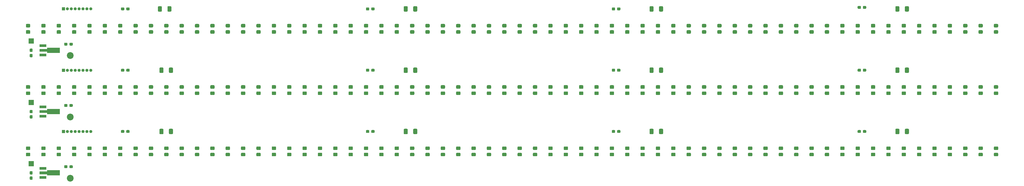
<source format=gts>
G04 #@! TF.GenerationSoftware,KiCad,Pcbnew,(5.1.10)-1*
G04 #@! TF.CreationDate,2021-09-14T11:59:30-04:00*
G04 #@! TF.ProjectId,LED Wheel,4c454420-5768-4656-956c-2e6b69636164,rev?*
G04 #@! TF.SameCoordinates,Original*
G04 #@! TF.FileFunction,Soldermask,Top*
G04 #@! TF.FilePolarity,Negative*
%FSLAX46Y46*%
G04 Gerber Fmt 4.6, Leading zero omitted, Abs format (unit mm)*
G04 Created by KiCad (PCBNEW (5.1.10)-1) date 2021-09-14 11:59:30*
%MOMM*%
%LPD*%
G01*
G04 APERTURE LIST*
%ADD10R,1.700000X1.700000*%
%ADD11C,2.200000*%
%ADD12C,0.100000*%
%ADD13R,2.300000X0.900000*%
%ADD14O,1.000000X1.000000*%
%ADD15R,1.000000X1.000000*%
G04 APERTURE END LIST*
D10*
X49000000Y-120000000D03*
X49000000Y-160000000D03*
X49000000Y-140000000D03*
D11*
X61750000Y-124750000D03*
X61750000Y-144750000D03*
X61750000Y-164750000D03*
D12*
G36*
X58300000Y-123866500D02*
G01*
X54175000Y-123866500D01*
X54175000Y-123450000D01*
X51700000Y-123450000D01*
X51700000Y-122550000D01*
X54175000Y-122550000D01*
X54175000Y-122133500D01*
X58300000Y-122133500D01*
X58300000Y-123866500D01*
G37*
D13*
X52850000Y-124500000D03*
X52850000Y-121500000D03*
D12*
G36*
X58300000Y-163866500D02*
G01*
X54175000Y-163866500D01*
X54175000Y-163450000D01*
X51700000Y-163450000D01*
X51700000Y-162550000D01*
X54175000Y-162550000D01*
X54175000Y-162133500D01*
X58300000Y-162133500D01*
X58300000Y-163866500D01*
G37*
D13*
X52850000Y-164500000D03*
X52850000Y-161500000D03*
D12*
G36*
X58300000Y-143866500D02*
G01*
X54175000Y-143866500D01*
X54175000Y-143450000D01*
X51700000Y-143450000D01*
X51700000Y-142550000D01*
X54175000Y-142550000D01*
X54175000Y-142133500D01*
X58300000Y-142133500D01*
X58300000Y-143866500D01*
G37*
D13*
X52850000Y-144500000D03*
X52850000Y-141500000D03*
G36*
G01*
X93350000Y-110125000D02*
X93350000Y-108875000D01*
G75*
G02*
X93600000Y-108625000I250000J0D01*
G01*
X94400000Y-108625000D01*
G75*
G02*
X94650000Y-108875000I0J-250000D01*
G01*
X94650000Y-110125000D01*
G75*
G02*
X94400000Y-110375000I-250000J0D01*
G01*
X93600000Y-110375000D01*
G75*
G02*
X93350000Y-110125000I0J250000D01*
G01*
G37*
G36*
G01*
X90250000Y-110125000D02*
X90250000Y-108875000D01*
G75*
G02*
X90500000Y-108625000I250000J0D01*
G01*
X91300000Y-108625000D01*
G75*
G02*
X91550000Y-108875000I0J-250000D01*
G01*
X91550000Y-110125000D01*
G75*
G02*
X91300000Y-110375000I-250000J0D01*
G01*
X90500000Y-110375000D01*
G75*
G02*
X90250000Y-110125000I0J250000D01*
G01*
G37*
G36*
G01*
X173350000Y-110125000D02*
X173350000Y-108875000D01*
G75*
G02*
X173600000Y-108625000I250000J0D01*
G01*
X174400000Y-108625000D01*
G75*
G02*
X174650000Y-108875000I0J-250000D01*
G01*
X174650000Y-110125000D01*
G75*
G02*
X174400000Y-110375000I-250000J0D01*
G01*
X173600000Y-110375000D01*
G75*
G02*
X173350000Y-110125000I0J250000D01*
G01*
G37*
G36*
G01*
X170250000Y-110125000D02*
X170250000Y-108875000D01*
G75*
G02*
X170500000Y-108625000I250000J0D01*
G01*
X171300000Y-108625000D01*
G75*
G02*
X171550000Y-108875000I0J-250000D01*
G01*
X171550000Y-110125000D01*
G75*
G02*
X171300000Y-110375000I-250000J0D01*
G01*
X170500000Y-110375000D01*
G75*
G02*
X170250000Y-110125000I0J250000D01*
G01*
G37*
G36*
G01*
X253350000Y-110125000D02*
X253350000Y-108875000D01*
G75*
G02*
X253600000Y-108625000I250000J0D01*
G01*
X254400000Y-108625000D01*
G75*
G02*
X254650000Y-108875000I0J-250000D01*
G01*
X254650000Y-110125000D01*
G75*
G02*
X254400000Y-110375000I-250000J0D01*
G01*
X253600000Y-110375000D01*
G75*
G02*
X253350000Y-110125000I0J250000D01*
G01*
G37*
G36*
G01*
X250250000Y-110125000D02*
X250250000Y-108875000D01*
G75*
G02*
X250500000Y-108625000I250000J0D01*
G01*
X251300000Y-108625000D01*
G75*
G02*
X251550000Y-108875000I0J-250000D01*
G01*
X251550000Y-110125000D01*
G75*
G02*
X251300000Y-110375000I-250000J0D01*
G01*
X250500000Y-110375000D01*
G75*
G02*
X250250000Y-110125000I0J250000D01*
G01*
G37*
G36*
G01*
X333350000Y-110125000D02*
X333350000Y-108875000D01*
G75*
G02*
X333600000Y-108625000I250000J0D01*
G01*
X334400000Y-108625000D01*
G75*
G02*
X334650000Y-108875000I0J-250000D01*
G01*
X334650000Y-110125000D01*
G75*
G02*
X334400000Y-110375000I-250000J0D01*
G01*
X333600000Y-110375000D01*
G75*
G02*
X333350000Y-110125000I0J250000D01*
G01*
G37*
G36*
G01*
X330250000Y-110125000D02*
X330250000Y-108875000D01*
G75*
G02*
X330500000Y-108625000I250000J0D01*
G01*
X331300000Y-108625000D01*
G75*
G02*
X331550000Y-108875000I0J-250000D01*
G01*
X331550000Y-110125000D01*
G75*
G02*
X331300000Y-110375000I-250000J0D01*
G01*
X330500000Y-110375000D01*
G75*
G02*
X330250000Y-110125000I0J250000D01*
G01*
G37*
G36*
G01*
X93850000Y-150125000D02*
X93850000Y-148875000D01*
G75*
G02*
X94100000Y-148625000I250000J0D01*
G01*
X94900000Y-148625000D01*
G75*
G02*
X95150000Y-148875000I0J-250000D01*
G01*
X95150000Y-150125000D01*
G75*
G02*
X94900000Y-150375000I-250000J0D01*
G01*
X94100000Y-150375000D01*
G75*
G02*
X93850000Y-150125000I0J250000D01*
G01*
G37*
G36*
G01*
X90750000Y-150125000D02*
X90750000Y-148875000D01*
G75*
G02*
X91000000Y-148625000I250000J0D01*
G01*
X91800000Y-148625000D01*
G75*
G02*
X92050000Y-148875000I0J-250000D01*
G01*
X92050000Y-150125000D01*
G75*
G02*
X91800000Y-150375000I-250000J0D01*
G01*
X91000000Y-150375000D01*
G75*
G02*
X90750000Y-150125000I0J250000D01*
G01*
G37*
G36*
G01*
X173350000Y-150125000D02*
X173350000Y-148875000D01*
G75*
G02*
X173600000Y-148625000I250000J0D01*
G01*
X174400000Y-148625000D01*
G75*
G02*
X174650000Y-148875000I0J-250000D01*
G01*
X174650000Y-150125000D01*
G75*
G02*
X174400000Y-150375000I-250000J0D01*
G01*
X173600000Y-150375000D01*
G75*
G02*
X173350000Y-150125000I0J250000D01*
G01*
G37*
G36*
G01*
X170250000Y-150125000D02*
X170250000Y-148875000D01*
G75*
G02*
X170500000Y-148625000I250000J0D01*
G01*
X171300000Y-148625000D01*
G75*
G02*
X171550000Y-148875000I0J-250000D01*
G01*
X171550000Y-150125000D01*
G75*
G02*
X171300000Y-150375000I-250000J0D01*
G01*
X170500000Y-150375000D01*
G75*
G02*
X170250000Y-150125000I0J250000D01*
G01*
G37*
G36*
G01*
X253350000Y-150125000D02*
X253350000Y-148875000D01*
G75*
G02*
X253600000Y-148625000I250000J0D01*
G01*
X254400000Y-148625000D01*
G75*
G02*
X254650000Y-148875000I0J-250000D01*
G01*
X254650000Y-150125000D01*
G75*
G02*
X254400000Y-150375000I-250000J0D01*
G01*
X253600000Y-150375000D01*
G75*
G02*
X253350000Y-150125000I0J250000D01*
G01*
G37*
G36*
G01*
X250250000Y-150125000D02*
X250250000Y-148875000D01*
G75*
G02*
X250500000Y-148625000I250000J0D01*
G01*
X251300000Y-148625000D01*
G75*
G02*
X251550000Y-148875000I0J-250000D01*
G01*
X251550000Y-150125000D01*
G75*
G02*
X251300000Y-150375000I-250000J0D01*
G01*
X250500000Y-150375000D01*
G75*
G02*
X250250000Y-150125000I0J250000D01*
G01*
G37*
G36*
G01*
X333350000Y-150125000D02*
X333350000Y-148875000D01*
G75*
G02*
X333600000Y-148625000I250000J0D01*
G01*
X334400000Y-148625000D01*
G75*
G02*
X334650000Y-148875000I0J-250000D01*
G01*
X334650000Y-150125000D01*
G75*
G02*
X334400000Y-150375000I-250000J0D01*
G01*
X333600000Y-150375000D01*
G75*
G02*
X333350000Y-150125000I0J250000D01*
G01*
G37*
G36*
G01*
X330250000Y-150125000D02*
X330250000Y-148875000D01*
G75*
G02*
X330500000Y-148625000I250000J0D01*
G01*
X331300000Y-148625000D01*
G75*
G02*
X331550000Y-148875000I0J-250000D01*
G01*
X331550000Y-150125000D01*
G75*
G02*
X331300000Y-150375000I-250000J0D01*
G01*
X330500000Y-150375000D01*
G75*
G02*
X330250000Y-150125000I0J250000D01*
G01*
G37*
G36*
G01*
X93850000Y-130125000D02*
X93850000Y-128875000D01*
G75*
G02*
X94100000Y-128625000I250000J0D01*
G01*
X94900000Y-128625000D01*
G75*
G02*
X95150000Y-128875000I0J-250000D01*
G01*
X95150000Y-130125000D01*
G75*
G02*
X94900000Y-130375000I-250000J0D01*
G01*
X94100000Y-130375000D01*
G75*
G02*
X93850000Y-130125000I0J250000D01*
G01*
G37*
G36*
G01*
X90750000Y-130125000D02*
X90750000Y-128875000D01*
G75*
G02*
X91000000Y-128625000I250000J0D01*
G01*
X91800000Y-128625000D01*
G75*
G02*
X92050000Y-128875000I0J-250000D01*
G01*
X92050000Y-130125000D01*
G75*
G02*
X91800000Y-130375000I-250000J0D01*
G01*
X91000000Y-130375000D01*
G75*
G02*
X90750000Y-130125000I0J250000D01*
G01*
G37*
G36*
G01*
X173350000Y-130125000D02*
X173350000Y-128875000D01*
G75*
G02*
X173600000Y-128625000I250000J0D01*
G01*
X174400000Y-128625000D01*
G75*
G02*
X174650000Y-128875000I0J-250000D01*
G01*
X174650000Y-130125000D01*
G75*
G02*
X174400000Y-130375000I-250000J0D01*
G01*
X173600000Y-130375000D01*
G75*
G02*
X173350000Y-130125000I0J250000D01*
G01*
G37*
G36*
G01*
X170250000Y-130125000D02*
X170250000Y-128875000D01*
G75*
G02*
X170500000Y-128625000I250000J0D01*
G01*
X171300000Y-128625000D01*
G75*
G02*
X171550000Y-128875000I0J-250000D01*
G01*
X171550000Y-130125000D01*
G75*
G02*
X171300000Y-130375000I-250000J0D01*
G01*
X170500000Y-130375000D01*
G75*
G02*
X170250000Y-130125000I0J250000D01*
G01*
G37*
G36*
G01*
X253350000Y-130125000D02*
X253350000Y-128875000D01*
G75*
G02*
X253600000Y-128625000I250000J0D01*
G01*
X254400000Y-128625000D01*
G75*
G02*
X254650000Y-128875000I0J-250000D01*
G01*
X254650000Y-130125000D01*
G75*
G02*
X254400000Y-130375000I-250000J0D01*
G01*
X253600000Y-130375000D01*
G75*
G02*
X253350000Y-130125000I0J250000D01*
G01*
G37*
G36*
G01*
X250250000Y-130125000D02*
X250250000Y-128875000D01*
G75*
G02*
X250500000Y-128625000I250000J0D01*
G01*
X251300000Y-128625000D01*
G75*
G02*
X251550000Y-128875000I0J-250000D01*
G01*
X251550000Y-130125000D01*
G75*
G02*
X251300000Y-130375000I-250000J0D01*
G01*
X250500000Y-130375000D01*
G75*
G02*
X250250000Y-130125000I0J250000D01*
G01*
G37*
G36*
G01*
X333350000Y-130125000D02*
X333350000Y-128875000D01*
G75*
G02*
X333600000Y-128625000I250000J0D01*
G01*
X334400000Y-128625000D01*
G75*
G02*
X334650000Y-128875000I0J-250000D01*
G01*
X334650000Y-130125000D01*
G75*
G02*
X334400000Y-130375000I-250000J0D01*
G01*
X333600000Y-130375000D01*
G75*
G02*
X333350000Y-130125000I0J250000D01*
G01*
G37*
G36*
G01*
X330250000Y-130125000D02*
X330250000Y-128875000D01*
G75*
G02*
X330500000Y-128625000I250000J0D01*
G01*
X331300000Y-128625000D01*
G75*
G02*
X331550000Y-128875000I0J-250000D01*
G01*
X331550000Y-130125000D01*
G75*
G02*
X331300000Y-130375000I-250000J0D01*
G01*
X330500000Y-130375000D01*
G75*
G02*
X330250000Y-130125000I0J250000D01*
G01*
G37*
D14*
X68390000Y-149500000D03*
X67120000Y-149500000D03*
X65850000Y-149500000D03*
X64580000Y-149500000D03*
X63310000Y-149500000D03*
X62040000Y-149500000D03*
X60770000Y-149500000D03*
D15*
X59500000Y-149500000D03*
D14*
X68390000Y-109500000D03*
X67120000Y-109500000D03*
X65850000Y-109500000D03*
X64580000Y-109500000D03*
X63310000Y-109500000D03*
X62040000Y-109500000D03*
X60770000Y-109500000D03*
D15*
X59500000Y-109500000D03*
D14*
X68390000Y-129500000D03*
X67120000Y-129500000D03*
X65850000Y-129500000D03*
X64580000Y-129500000D03*
X63310000Y-129500000D03*
X62040000Y-129500000D03*
X60770000Y-129500000D03*
D15*
X59500000Y-129500000D03*
G36*
G01*
X62549999Y-116450000D02*
X63450001Y-116450000D01*
G75*
G02*
X63700000Y-116699999I0J-249999D01*
G01*
X63700000Y-117350001D01*
G75*
G02*
X63450001Y-117600000I-249999J0D01*
G01*
X62549999Y-117600000D01*
G75*
G02*
X62300000Y-117350001I0J249999D01*
G01*
X62300000Y-116699999D01*
G75*
G02*
X62549999Y-116450000I249999J0D01*
G01*
G37*
G36*
G01*
X62549999Y-114400000D02*
X63450001Y-114400000D01*
G75*
G02*
X63700000Y-114649999I0J-249999D01*
G01*
X63700000Y-115300001D01*
G75*
G02*
X63450001Y-115550000I-249999J0D01*
G01*
X62549999Y-115550000D01*
G75*
G02*
X62300000Y-115300001I0J249999D01*
G01*
X62300000Y-114649999D01*
G75*
G02*
X62549999Y-114400000I249999J0D01*
G01*
G37*
G36*
G01*
X82549999Y-116450000D02*
X83450001Y-116450000D01*
G75*
G02*
X83700000Y-116699999I0J-249999D01*
G01*
X83700000Y-117350001D01*
G75*
G02*
X83450001Y-117600000I-249999J0D01*
G01*
X82549999Y-117600000D01*
G75*
G02*
X82300000Y-117350001I0J249999D01*
G01*
X82300000Y-116699999D01*
G75*
G02*
X82549999Y-116450000I249999J0D01*
G01*
G37*
G36*
G01*
X82549999Y-114400000D02*
X83450001Y-114400000D01*
G75*
G02*
X83700000Y-114649999I0J-249999D01*
G01*
X83700000Y-115300001D01*
G75*
G02*
X83450001Y-115550000I-249999J0D01*
G01*
X82549999Y-115550000D01*
G75*
G02*
X82300000Y-115300001I0J249999D01*
G01*
X82300000Y-114649999D01*
G75*
G02*
X82549999Y-114400000I249999J0D01*
G01*
G37*
G36*
G01*
X102549999Y-116450000D02*
X103450001Y-116450000D01*
G75*
G02*
X103700000Y-116699999I0J-249999D01*
G01*
X103700000Y-117350001D01*
G75*
G02*
X103450001Y-117600000I-249999J0D01*
G01*
X102549999Y-117600000D01*
G75*
G02*
X102300000Y-117350001I0J249999D01*
G01*
X102300000Y-116699999D01*
G75*
G02*
X102549999Y-116450000I249999J0D01*
G01*
G37*
G36*
G01*
X102549999Y-114400000D02*
X103450001Y-114400000D01*
G75*
G02*
X103700000Y-114649999I0J-249999D01*
G01*
X103700000Y-115300001D01*
G75*
G02*
X103450001Y-115550000I-249999J0D01*
G01*
X102549999Y-115550000D01*
G75*
G02*
X102300000Y-115300001I0J249999D01*
G01*
X102300000Y-114649999D01*
G75*
G02*
X102549999Y-114400000I249999J0D01*
G01*
G37*
G36*
G01*
X122549999Y-116450000D02*
X123450001Y-116450000D01*
G75*
G02*
X123700000Y-116699999I0J-249999D01*
G01*
X123700000Y-117350001D01*
G75*
G02*
X123450001Y-117600000I-249999J0D01*
G01*
X122549999Y-117600000D01*
G75*
G02*
X122300000Y-117350001I0J249999D01*
G01*
X122300000Y-116699999D01*
G75*
G02*
X122549999Y-116450000I249999J0D01*
G01*
G37*
G36*
G01*
X122549999Y-114400000D02*
X123450001Y-114400000D01*
G75*
G02*
X123700000Y-114649999I0J-249999D01*
G01*
X123700000Y-115300001D01*
G75*
G02*
X123450001Y-115550000I-249999J0D01*
G01*
X122549999Y-115550000D01*
G75*
G02*
X122300000Y-115300001I0J249999D01*
G01*
X122300000Y-114649999D01*
G75*
G02*
X122549999Y-114400000I249999J0D01*
G01*
G37*
G36*
G01*
X142549999Y-116450000D02*
X143450001Y-116450000D01*
G75*
G02*
X143700000Y-116699999I0J-249999D01*
G01*
X143700000Y-117350001D01*
G75*
G02*
X143450001Y-117600000I-249999J0D01*
G01*
X142549999Y-117600000D01*
G75*
G02*
X142300000Y-117350001I0J249999D01*
G01*
X142300000Y-116699999D01*
G75*
G02*
X142549999Y-116450000I249999J0D01*
G01*
G37*
G36*
G01*
X142549999Y-114400000D02*
X143450001Y-114400000D01*
G75*
G02*
X143700000Y-114649999I0J-249999D01*
G01*
X143700000Y-115300001D01*
G75*
G02*
X143450001Y-115550000I-249999J0D01*
G01*
X142549999Y-115550000D01*
G75*
G02*
X142300000Y-115300001I0J249999D01*
G01*
X142300000Y-114649999D01*
G75*
G02*
X142549999Y-114400000I249999J0D01*
G01*
G37*
G36*
G01*
X162549999Y-116450000D02*
X163450001Y-116450000D01*
G75*
G02*
X163700000Y-116699999I0J-249999D01*
G01*
X163700000Y-117350001D01*
G75*
G02*
X163450001Y-117600000I-249999J0D01*
G01*
X162549999Y-117600000D01*
G75*
G02*
X162300000Y-117350001I0J249999D01*
G01*
X162300000Y-116699999D01*
G75*
G02*
X162549999Y-116450000I249999J0D01*
G01*
G37*
G36*
G01*
X162549999Y-114400000D02*
X163450001Y-114400000D01*
G75*
G02*
X163700000Y-114649999I0J-249999D01*
G01*
X163700000Y-115300001D01*
G75*
G02*
X163450001Y-115550000I-249999J0D01*
G01*
X162549999Y-115550000D01*
G75*
G02*
X162300000Y-115300001I0J249999D01*
G01*
X162300000Y-114649999D01*
G75*
G02*
X162549999Y-114400000I249999J0D01*
G01*
G37*
G36*
G01*
X182549999Y-116450000D02*
X183450001Y-116450000D01*
G75*
G02*
X183700000Y-116699999I0J-249999D01*
G01*
X183700000Y-117350001D01*
G75*
G02*
X183450001Y-117600000I-249999J0D01*
G01*
X182549999Y-117600000D01*
G75*
G02*
X182300000Y-117350001I0J249999D01*
G01*
X182300000Y-116699999D01*
G75*
G02*
X182549999Y-116450000I249999J0D01*
G01*
G37*
G36*
G01*
X182549999Y-114400000D02*
X183450001Y-114400000D01*
G75*
G02*
X183700000Y-114649999I0J-249999D01*
G01*
X183700000Y-115300001D01*
G75*
G02*
X183450001Y-115550000I-249999J0D01*
G01*
X182549999Y-115550000D01*
G75*
G02*
X182300000Y-115300001I0J249999D01*
G01*
X182300000Y-114649999D01*
G75*
G02*
X182549999Y-114400000I249999J0D01*
G01*
G37*
G36*
G01*
X202549999Y-116450000D02*
X203450001Y-116450000D01*
G75*
G02*
X203700000Y-116699999I0J-249999D01*
G01*
X203700000Y-117350001D01*
G75*
G02*
X203450001Y-117600000I-249999J0D01*
G01*
X202549999Y-117600000D01*
G75*
G02*
X202300000Y-117350001I0J249999D01*
G01*
X202300000Y-116699999D01*
G75*
G02*
X202549999Y-116450000I249999J0D01*
G01*
G37*
G36*
G01*
X202549999Y-114400000D02*
X203450001Y-114400000D01*
G75*
G02*
X203700000Y-114649999I0J-249999D01*
G01*
X203700000Y-115300001D01*
G75*
G02*
X203450001Y-115550000I-249999J0D01*
G01*
X202549999Y-115550000D01*
G75*
G02*
X202300000Y-115300001I0J249999D01*
G01*
X202300000Y-114649999D01*
G75*
G02*
X202549999Y-114400000I249999J0D01*
G01*
G37*
G36*
G01*
X57549999Y-116450000D02*
X58450001Y-116450000D01*
G75*
G02*
X58700000Y-116699999I0J-249999D01*
G01*
X58700000Y-117350001D01*
G75*
G02*
X58450001Y-117600000I-249999J0D01*
G01*
X57549999Y-117600000D01*
G75*
G02*
X57300000Y-117350001I0J249999D01*
G01*
X57300000Y-116699999D01*
G75*
G02*
X57549999Y-116450000I249999J0D01*
G01*
G37*
G36*
G01*
X57549999Y-114400000D02*
X58450001Y-114400000D01*
G75*
G02*
X58700000Y-114649999I0J-249999D01*
G01*
X58700000Y-115300001D01*
G75*
G02*
X58450001Y-115550000I-249999J0D01*
G01*
X57549999Y-115550000D01*
G75*
G02*
X57300000Y-115300001I0J249999D01*
G01*
X57300000Y-114649999D01*
G75*
G02*
X57549999Y-114400000I249999J0D01*
G01*
G37*
G36*
G01*
X77549999Y-116450000D02*
X78450001Y-116450000D01*
G75*
G02*
X78700000Y-116699999I0J-249999D01*
G01*
X78700000Y-117350001D01*
G75*
G02*
X78450001Y-117600000I-249999J0D01*
G01*
X77549999Y-117600000D01*
G75*
G02*
X77300000Y-117350001I0J249999D01*
G01*
X77300000Y-116699999D01*
G75*
G02*
X77549999Y-116450000I249999J0D01*
G01*
G37*
G36*
G01*
X77549999Y-114400000D02*
X78450001Y-114400000D01*
G75*
G02*
X78700000Y-114649999I0J-249999D01*
G01*
X78700000Y-115300001D01*
G75*
G02*
X78450001Y-115550000I-249999J0D01*
G01*
X77549999Y-115550000D01*
G75*
G02*
X77300000Y-115300001I0J249999D01*
G01*
X77300000Y-114649999D01*
G75*
G02*
X77549999Y-114400000I249999J0D01*
G01*
G37*
G36*
G01*
X97549999Y-116450000D02*
X98450001Y-116450000D01*
G75*
G02*
X98700000Y-116699999I0J-249999D01*
G01*
X98700000Y-117350001D01*
G75*
G02*
X98450001Y-117600000I-249999J0D01*
G01*
X97549999Y-117600000D01*
G75*
G02*
X97300000Y-117350001I0J249999D01*
G01*
X97300000Y-116699999D01*
G75*
G02*
X97549999Y-116450000I249999J0D01*
G01*
G37*
G36*
G01*
X97549999Y-114400000D02*
X98450001Y-114400000D01*
G75*
G02*
X98700000Y-114649999I0J-249999D01*
G01*
X98700000Y-115300001D01*
G75*
G02*
X98450001Y-115550000I-249999J0D01*
G01*
X97549999Y-115550000D01*
G75*
G02*
X97300000Y-115300001I0J249999D01*
G01*
X97300000Y-114649999D01*
G75*
G02*
X97549999Y-114400000I249999J0D01*
G01*
G37*
G36*
G01*
X117549999Y-116450000D02*
X118450001Y-116450000D01*
G75*
G02*
X118700000Y-116699999I0J-249999D01*
G01*
X118700000Y-117350001D01*
G75*
G02*
X118450001Y-117600000I-249999J0D01*
G01*
X117549999Y-117600000D01*
G75*
G02*
X117300000Y-117350001I0J249999D01*
G01*
X117300000Y-116699999D01*
G75*
G02*
X117549999Y-116450000I249999J0D01*
G01*
G37*
G36*
G01*
X117549999Y-114400000D02*
X118450001Y-114400000D01*
G75*
G02*
X118700000Y-114649999I0J-249999D01*
G01*
X118700000Y-115300001D01*
G75*
G02*
X118450001Y-115550000I-249999J0D01*
G01*
X117549999Y-115550000D01*
G75*
G02*
X117300000Y-115300001I0J249999D01*
G01*
X117300000Y-114649999D01*
G75*
G02*
X117549999Y-114400000I249999J0D01*
G01*
G37*
G36*
G01*
X137549999Y-116450000D02*
X138450001Y-116450000D01*
G75*
G02*
X138700000Y-116699999I0J-249999D01*
G01*
X138700000Y-117350001D01*
G75*
G02*
X138450001Y-117600000I-249999J0D01*
G01*
X137549999Y-117600000D01*
G75*
G02*
X137300000Y-117350001I0J249999D01*
G01*
X137300000Y-116699999D01*
G75*
G02*
X137549999Y-116450000I249999J0D01*
G01*
G37*
G36*
G01*
X137549999Y-114400000D02*
X138450001Y-114400000D01*
G75*
G02*
X138700000Y-114649999I0J-249999D01*
G01*
X138700000Y-115300001D01*
G75*
G02*
X138450001Y-115550000I-249999J0D01*
G01*
X137549999Y-115550000D01*
G75*
G02*
X137300000Y-115300001I0J249999D01*
G01*
X137300000Y-114649999D01*
G75*
G02*
X137549999Y-114400000I249999J0D01*
G01*
G37*
G36*
G01*
X157549999Y-116450000D02*
X158450001Y-116450000D01*
G75*
G02*
X158700000Y-116699999I0J-249999D01*
G01*
X158700000Y-117350001D01*
G75*
G02*
X158450001Y-117600000I-249999J0D01*
G01*
X157549999Y-117600000D01*
G75*
G02*
X157300000Y-117350001I0J249999D01*
G01*
X157300000Y-116699999D01*
G75*
G02*
X157549999Y-116450000I249999J0D01*
G01*
G37*
G36*
G01*
X157549999Y-114400000D02*
X158450001Y-114400000D01*
G75*
G02*
X158700000Y-114649999I0J-249999D01*
G01*
X158700000Y-115300001D01*
G75*
G02*
X158450001Y-115550000I-249999J0D01*
G01*
X157549999Y-115550000D01*
G75*
G02*
X157300000Y-115300001I0J249999D01*
G01*
X157300000Y-114649999D01*
G75*
G02*
X157549999Y-114400000I249999J0D01*
G01*
G37*
G36*
G01*
X177549999Y-116450000D02*
X178450001Y-116450000D01*
G75*
G02*
X178700000Y-116699999I0J-249999D01*
G01*
X178700000Y-117350001D01*
G75*
G02*
X178450001Y-117600000I-249999J0D01*
G01*
X177549999Y-117600000D01*
G75*
G02*
X177300000Y-117350001I0J249999D01*
G01*
X177300000Y-116699999D01*
G75*
G02*
X177549999Y-116450000I249999J0D01*
G01*
G37*
G36*
G01*
X177549999Y-114400000D02*
X178450001Y-114400000D01*
G75*
G02*
X178700000Y-114649999I0J-249999D01*
G01*
X178700000Y-115300001D01*
G75*
G02*
X178450001Y-115550000I-249999J0D01*
G01*
X177549999Y-115550000D01*
G75*
G02*
X177300000Y-115300001I0J249999D01*
G01*
X177300000Y-114649999D01*
G75*
G02*
X177549999Y-114400000I249999J0D01*
G01*
G37*
G36*
G01*
X197549999Y-116450000D02*
X198450001Y-116450000D01*
G75*
G02*
X198700000Y-116699999I0J-249999D01*
G01*
X198700000Y-117350001D01*
G75*
G02*
X198450001Y-117600000I-249999J0D01*
G01*
X197549999Y-117600000D01*
G75*
G02*
X197300000Y-117350001I0J249999D01*
G01*
X197300000Y-116699999D01*
G75*
G02*
X197549999Y-116450000I249999J0D01*
G01*
G37*
G36*
G01*
X197549999Y-114400000D02*
X198450001Y-114400000D01*
G75*
G02*
X198700000Y-114649999I0J-249999D01*
G01*
X198700000Y-115300001D01*
G75*
G02*
X198450001Y-115550000I-249999J0D01*
G01*
X197549999Y-115550000D01*
G75*
G02*
X197300000Y-115300001I0J249999D01*
G01*
X197300000Y-114649999D01*
G75*
G02*
X197549999Y-114400000I249999J0D01*
G01*
G37*
G36*
G01*
X52549999Y-116450000D02*
X53450001Y-116450000D01*
G75*
G02*
X53700000Y-116699999I0J-249999D01*
G01*
X53700000Y-117350001D01*
G75*
G02*
X53450001Y-117600000I-249999J0D01*
G01*
X52549999Y-117600000D01*
G75*
G02*
X52300000Y-117350001I0J249999D01*
G01*
X52300000Y-116699999D01*
G75*
G02*
X52549999Y-116450000I249999J0D01*
G01*
G37*
G36*
G01*
X52549999Y-114400000D02*
X53450001Y-114400000D01*
G75*
G02*
X53700000Y-114649999I0J-249999D01*
G01*
X53700000Y-115300001D01*
G75*
G02*
X53450001Y-115550000I-249999J0D01*
G01*
X52549999Y-115550000D01*
G75*
G02*
X52300000Y-115300001I0J249999D01*
G01*
X52300000Y-114649999D01*
G75*
G02*
X52549999Y-114400000I249999J0D01*
G01*
G37*
G36*
G01*
X72549999Y-116450000D02*
X73450001Y-116450000D01*
G75*
G02*
X73700000Y-116699999I0J-249999D01*
G01*
X73700000Y-117350001D01*
G75*
G02*
X73450001Y-117600000I-249999J0D01*
G01*
X72549999Y-117600000D01*
G75*
G02*
X72300000Y-117350001I0J249999D01*
G01*
X72300000Y-116699999D01*
G75*
G02*
X72549999Y-116450000I249999J0D01*
G01*
G37*
G36*
G01*
X72549999Y-114400000D02*
X73450001Y-114400000D01*
G75*
G02*
X73700000Y-114649999I0J-249999D01*
G01*
X73700000Y-115300001D01*
G75*
G02*
X73450001Y-115550000I-249999J0D01*
G01*
X72549999Y-115550000D01*
G75*
G02*
X72300000Y-115300001I0J249999D01*
G01*
X72300000Y-114649999D01*
G75*
G02*
X72549999Y-114400000I249999J0D01*
G01*
G37*
G36*
G01*
X92549999Y-116450000D02*
X93450001Y-116450000D01*
G75*
G02*
X93700000Y-116699999I0J-249999D01*
G01*
X93700000Y-117350001D01*
G75*
G02*
X93450001Y-117600000I-249999J0D01*
G01*
X92549999Y-117600000D01*
G75*
G02*
X92300000Y-117350001I0J249999D01*
G01*
X92300000Y-116699999D01*
G75*
G02*
X92549999Y-116450000I249999J0D01*
G01*
G37*
G36*
G01*
X92549999Y-114400000D02*
X93450001Y-114400000D01*
G75*
G02*
X93700000Y-114649999I0J-249999D01*
G01*
X93700000Y-115300001D01*
G75*
G02*
X93450001Y-115550000I-249999J0D01*
G01*
X92549999Y-115550000D01*
G75*
G02*
X92300000Y-115300001I0J249999D01*
G01*
X92300000Y-114649999D01*
G75*
G02*
X92549999Y-114400000I249999J0D01*
G01*
G37*
G36*
G01*
X112549999Y-116450000D02*
X113450001Y-116450000D01*
G75*
G02*
X113700000Y-116699999I0J-249999D01*
G01*
X113700000Y-117350001D01*
G75*
G02*
X113450001Y-117600000I-249999J0D01*
G01*
X112549999Y-117600000D01*
G75*
G02*
X112300000Y-117350001I0J249999D01*
G01*
X112300000Y-116699999D01*
G75*
G02*
X112549999Y-116450000I249999J0D01*
G01*
G37*
G36*
G01*
X112549999Y-114400000D02*
X113450001Y-114400000D01*
G75*
G02*
X113700000Y-114649999I0J-249999D01*
G01*
X113700000Y-115300001D01*
G75*
G02*
X113450001Y-115550000I-249999J0D01*
G01*
X112549999Y-115550000D01*
G75*
G02*
X112300000Y-115300001I0J249999D01*
G01*
X112300000Y-114649999D01*
G75*
G02*
X112549999Y-114400000I249999J0D01*
G01*
G37*
G36*
G01*
X132549999Y-116450000D02*
X133450001Y-116450000D01*
G75*
G02*
X133700000Y-116699999I0J-249999D01*
G01*
X133700000Y-117350001D01*
G75*
G02*
X133450001Y-117600000I-249999J0D01*
G01*
X132549999Y-117600000D01*
G75*
G02*
X132300000Y-117350001I0J249999D01*
G01*
X132300000Y-116699999D01*
G75*
G02*
X132549999Y-116450000I249999J0D01*
G01*
G37*
G36*
G01*
X132549999Y-114400000D02*
X133450001Y-114400000D01*
G75*
G02*
X133700000Y-114649999I0J-249999D01*
G01*
X133700000Y-115300001D01*
G75*
G02*
X133450001Y-115550000I-249999J0D01*
G01*
X132549999Y-115550000D01*
G75*
G02*
X132300000Y-115300001I0J249999D01*
G01*
X132300000Y-114649999D01*
G75*
G02*
X132549999Y-114400000I249999J0D01*
G01*
G37*
G36*
G01*
X152549999Y-116450000D02*
X153450001Y-116450000D01*
G75*
G02*
X153700000Y-116699999I0J-249999D01*
G01*
X153700000Y-117350001D01*
G75*
G02*
X153450001Y-117600000I-249999J0D01*
G01*
X152549999Y-117600000D01*
G75*
G02*
X152300000Y-117350001I0J249999D01*
G01*
X152300000Y-116699999D01*
G75*
G02*
X152549999Y-116450000I249999J0D01*
G01*
G37*
G36*
G01*
X152549999Y-114400000D02*
X153450001Y-114400000D01*
G75*
G02*
X153700000Y-114649999I0J-249999D01*
G01*
X153700000Y-115300001D01*
G75*
G02*
X153450001Y-115550000I-249999J0D01*
G01*
X152549999Y-115550000D01*
G75*
G02*
X152300000Y-115300001I0J249999D01*
G01*
X152300000Y-114649999D01*
G75*
G02*
X152549999Y-114400000I249999J0D01*
G01*
G37*
G36*
G01*
X172549999Y-116450000D02*
X173450001Y-116450000D01*
G75*
G02*
X173700000Y-116699999I0J-249999D01*
G01*
X173700000Y-117350001D01*
G75*
G02*
X173450001Y-117600000I-249999J0D01*
G01*
X172549999Y-117600000D01*
G75*
G02*
X172300000Y-117350001I0J249999D01*
G01*
X172300000Y-116699999D01*
G75*
G02*
X172549999Y-116450000I249999J0D01*
G01*
G37*
G36*
G01*
X172549999Y-114400000D02*
X173450001Y-114400000D01*
G75*
G02*
X173700000Y-114649999I0J-249999D01*
G01*
X173700000Y-115300001D01*
G75*
G02*
X173450001Y-115550000I-249999J0D01*
G01*
X172549999Y-115550000D01*
G75*
G02*
X172300000Y-115300001I0J249999D01*
G01*
X172300000Y-114649999D01*
G75*
G02*
X172549999Y-114400000I249999J0D01*
G01*
G37*
G36*
G01*
X192549999Y-116450000D02*
X193450001Y-116450000D01*
G75*
G02*
X193700000Y-116699999I0J-249999D01*
G01*
X193700000Y-117350001D01*
G75*
G02*
X193450001Y-117600000I-249999J0D01*
G01*
X192549999Y-117600000D01*
G75*
G02*
X192300000Y-117350001I0J249999D01*
G01*
X192300000Y-116699999D01*
G75*
G02*
X192549999Y-116450000I249999J0D01*
G01*
G37*
G36*
G01*
X192549999Y-114400000D02*
X193450001Y-114400000D01*
G75*
G02*
X193700000Y-114649999I0J-249999D01*
G01*
X193700000Y-115300001D01*
G75*
G02*
X193450001Y-115550000I-249999J0D01*
G01*
X192549999Y-115550000D01*
G75*
G02*
X192300000Y-115300001I0J249999D01*
G01*
X192300000Y-114649999D01*
G75*
G02*
X192549999Y-114400000I249999J0D01*
G01*
G37*
G36*
G01*
X47549999Y-116450000D02*
X48450001Y-116450000D01*
G75*
G02*
X48700000Y-116699999I0J-249999D01*
G01*
X48700000Y-117350001D01*
G75*
G02*
X48450001Y-117600000I-249999J0D01*
G01*
X47549999Y-117600000D01*
G75*
G02*
X47300000Y-117350001I0J249999D01*
G01*
X47300000Y-116699999D01*
G75*
G02*
X47549999Y-116450000I249999J0D01*
G01*
G37*
G36*
G01*
X47549999Y-114400000D02*
X48450001Y-114400000D01*
G75*
G02*
X48700000Y-114649999I0J-249999D01*
G01*
X48700000Y-115300001D01*
G75*
G02*
X48450001Y-115550000I-249999J0D01*
G01*
X47549999Y-115550000D01*
G75*
G02*
X47300000Y-115300001I0J249999D01*
G01*
X47300000Y-114649999D01*
G75*
G02*
X47549999Y-114400000I249999J0D01*
G01*
G37*
G36*
G01*
X67549999Y-116450000D02*
X68450001Y-116450000D01*
G75*
G02*
X68700000Y-116699999I0J-249999D01*
G01*
X68700000Y-117350001D01*
G75*
G02*
X68450001Y-117600000I-249999J0D01*
G01*
X67549999Y-117600000D01*
G75*
G02*
X67300000Y-117350001I0J249999D01*
G01*
X67300000Y-116699999D01*
G75*
G02*
X67549999Y-116450000I249999J0D01*
G01*
G37*
G36*
G01*
X67549999Y-114400000D02*
X68450001Y-114400000D01*
G75*
G02*
X68700000Y-114649999I0J-249999D01*
G01*
X68700000Y-115300001D01*
G75*
G02*
X68450001Y-115550000I-249999J0D01*
G01*
X67549999Y-115550000D01*
G75*
G02*
X67300000Y-115300001I0J249999D01*
G01*
X67300000Y-114649999D01*
G75*
G02*
X67549999Y-114400000I249999J0D01*
G01*
G37*
G36*
G01*
X87549999Y-116450000D02*
X88450001Y-116450000D01*
G75*
G02*
X88700000Y-116699999I0J-249999D01*
G01*
X88700000Y-117350001D01*
G75*
G02*
X88450001Y-117600000I-249999J0D01*
G01*
X87549999Y-117600000D01*
G75*
G02*
X87300000Y-117350001I0J249999D01*
G01*
X87300000Y-116699999D01*
G75*
G02*
X87549999Y-116450000I249999J0D01*
G01*
G37*
G36*
G01*
X87549999Y-114400000D02*
X88450001Y-114400000D01*
G75*
G02*
X88700000Y-114649999I0J-249999D01*
G01*
X88700000Y-115300001D01*
G75*
G02*
X88450001Y-115550000I-249999J0D01*
G01*
X87549999Y-115550000D01*
G75*
G02*
X87300000Y-115300001I0J249999D01*
G01*
X87300000Y-114649999D01*
G75*
G02*
X87549999Y-114400000I249999J0D01*
G01*
G37*
G36*
G01*
X107549999Y-116450000D02*
X108450001Y-116450000D01*
G75*
G02*
X108700000Y-116699999I0J-249999D01*
G01*
X108700000Y-117350001D01*
G75*
G02*
X108450001Y-117600000I-249999J0D01*
G01*
X107549999Y-117600000D01*
G75*
G02*
X107300000Y-117350001I0J249999D01*
G01*
X107300000Y-116699999D01*
G75*
G02*
X107549999Y-116450000I249999J0D01*
G01*
G37*
G36*
G01*
X107549999Y-114400000D02*
X108450001Y-114400000D01*
G75*
G02*
X108700000Y-114649999I0J-249999D01*
G01*
X108700000Y-115300001D01*
G75*
G02*
X108450001Y-115550000I-249999J0D01*
G01*
X107549999Y-115550000D01*
G75*
G02*
X107300000Y-115300001I0J249999D01*
G01*
X107300000Y-114649999D01*
G75*
G02*
X107549999Y-114400000I249999J0D01*
G01*
G37*
G36*
G01*
X127549999Y-116450000D02*
X128450001Y-116450000D01*
G75*
G02*
X128700000Y-116699999I0J-249999D01*
G01*
X128700000Y-117350001D01*
G75*
G02*
X128450001Y-117600000I-249999J0D01*
G01*
X127549999Y-117600000D01*
G75*
G02*
X127300000Y-117350001I0J249999D01*
G01*
X127300000Y-116699999D01*
G75*
G02*
X127549999Y-116450000I249999J0D01*
G01*
G37*
G36*
G01*
X127549999Y-114400000D02*
X128450001Y-114400000D01*
G75*
G02*
X128700000Y-114649999I0J-249999D01*
G01*
X128700000Y-115300001D01*
G75*
G02*
X128450001Y-115550000I-249999J0D01*
G01*
X127549999Y-115550000D01*
G75*
G02*
X127300000Y-115300001I0J249999D01*
G01*
X127300000Y-114649999D01*
G75*
G02*
X127549999Y-114400000I249999J0D01*
G01*
G37*
G36*
G01*
X147549999Y-116450000D02*
X148450001Y-116450000D01*
G75*
G02*
X148700000Y-116699999I0J-249999D01*
G01*
X148700000Y-117350001D01*
G75*
G02*
X148450001Y-117600000I-249999J0D01*
G01*
X147549999Y-117600000D01*
G75*
G02*
X147300000Y-117350001I0J249999D01*
G01*
X147300000Y-116699999D01*
G75*
G02*
X147549999Y-116450000I249999J0D01*
G01*
G37*
G36*
G01*
X147549999Y-114400000D02*
X148450001Y-114400000D01*
G75*
G02*
X148700000Y-114649999I0J-249999D01*
G01*
X148700000Y-115300001D01*
G75*
G02*
X148450001Y-115550000I-249999J0D01*
G01*
X147549999Y-115550000D01*
G75*
G02*
X147300000Y-115300001I0J249999D01*
G01*
X147300000Y-114649999D01*
G75*
G02*
X147549999Y-114400000I249999J0D01*
G01*
G37*
G36*
G01*
X167549999Y-116450000D02*
X168450001Y-116450000D01*
G75*
G02*
X168700000Y-116699999I0J-249999D01*
G01*
X168700000Y-117350001D01*
G75*
G02*
X168450001Y-117600000I-249999J0D01*
G01*
X167549999Y-117600000D01*
G75*
G02*
X167300000Y-117350001I0J249999D01*
G01*
X167300000Y-116699999D01*
G75*
G02*
X167549999Y-116450000I249999J0D01*
G01*
G37*
G36*
G01*
X167549999Y-114400000D02*
X168450001Y-114400000D01*
G75*
G02*
X168700000Y-114649999I0J-249999D01*
G01*
X168700000Y-115300001D01*
G75*
G02*
X168450001Y-115550000I-249999J0D01*
G01*
X167549999Y-115550000D01*
G75*
G02*
X167300000Y-115300001I0J249999D01*
G01*
X167300000Y-114649999D01*
G75*
G02*
X167549999Y-114400000I249999J0D01*
G01*
G37*
G36*
G01*
X187549999Y-116450000D02*
X188450001Y-116450000D01*
G75*
G02*
X188700000Y-116699999I0J-249999D01*
G01*
X188700000Y-117350001D01*
G75*
G02*
X188450001Y-117600000I-249999J0D01*
G01*
X187549999Y-117600000D01*
G75*
G02*
X187300000Y-117350001I0J249999D01*
G01*
X187300000Y-116699999D01*
G75*
G02*
X187549999Y-116450000I249999J0D01*
G01*
G37*
G36*
G01*
X187549999Y-114400000D02*
X188450001Y-114400000D01*
G75*
G02*
X188700000Y-114649999I0J-249999D01*
G01*
X188700000Y-115300001D01*
G75*
G02*
X188450001Y-115550000I-249999J0D01*
G01*
X187549999Y-115550000D01*
G75*
G02*
X187300000Y-115300001I0J249999D01*
G01*
X187300000Y-114649999D01*
G75*
G02*
X187549999Y-114400000I249999J0D01*
G01*
G37*
G36*
G01*
X222549999Y-116450000D02*
X223450001Y-116450000D01*
G75*
G02*
X223700000Y-116699999I0J-249999D01*
G01*
X223700000Y-117350001D01*
G75*
G02*
X223450001Y-117600000I-249999J0D01*
G01*
X222549999Y-117600000D01*
G75*
G02*
X222300000Y-117350001I0J249999D01*
G01*
X222300000Y-116699999D01*
G75*
G02*
X222549999Y-116450000I249999J0D01*
G01*
G37*
G36*
G01*
X222549999Y-114400000D02*
X223450001Y-114400000D01*
G75*
G02*
X223700000Y-114649999I0J-249999D01*
G01*
X223700000Y-115300001D01*
G75*
G02*
X223450001Y-115550000I-249999J0D01*
G01*
X222549999Y-115550000D01*
G75*
G02*
X222300000Y-115300001I0J249999D01*
G01*
X222300000Y-114649999D01*
G75*
G02*
X222549999Y-114400000I249999J0D01*
G01*
G37*
G36*
G01*
X242549999Y-116450000D02*
X243450001Y-116450000D01*
G75*
G02*
X243700000Y-116699999I0J-249999D01*
G01*
X243700000Y-117350001D01*
G75*
G02*
X243450001Y-117600000I-249999J0D01*
G01*
X242549999Y-117600000D01*
G75*
G02*
X242300000Y-117350001I0J249999D01*
G01*
X242300000Y-116699999D01*
G75*
G02*
X242549999Y-116450000I249999J0D01*
G01*
G37*
G36*
G01*
X242549999Y-114400000D02*
X243450001Y-114400000D01*
G75*
G02*
X243700000Y-114649999I0J-249999D01*
G01*
X243700000Y-115300001D01*
G75*
G02*
X243450001Y-115550000I-249999J0D01*
G01*
X242549999Y-115550000D01*
G75*
G02*
X242300000Y-115300001I0J249999D01*
G01*
X242300000Y-114649999D01*
G75*
G02*
X242549999Y-114400000I249999J0D01*
G01*
G37*
G36*
G01*
X262549999Y-116450000D02*
X263450001Y-116450000D01*
G75*
G02*
X263700000Y-116699999I0J-249999D01*
G01*
X263700000Y-117350001D01*
G75*
G02*
X263450001Y-117600000I-249999J0D01*
G01*
X262549999Y-117600000D01*
G75*
G02*
X262300000Y-117350001I0J249999D01*
G01*
X262300000Y-116699999D01*
G75*
G02*
X262549999Y-116450000I249999J0D01*
G01*
G37*
G36*
G01*
X262549999Y-114400000D02*
X263450001Y-114400000D01*
G75*
G02*
X263700000Y-114649999I0J-249999D01*
G01*
X263700000Y-115300001D01*
G75*
G02*
X263450001Y-115550000I-249999J0D01*
G01*
X262549999Y-115550000D01*
G75*
G02*
X262300000Y-115300001I0J249999D01*
G01*
X262300000Y-114649999D01*
G75*
G02*
X262549999Y-114400000I249999J0D01*
G01*
G37*
G36*
G01*
X282549999Y-116450000D02*
X283450001Y-116450000D01*
G75*
G02*
X283700000Y-116699999I0J-249999D01*
G01*
X283700000Y-117350001D01*
G75*
G02*
X283450001Y-117600000I-249999J0D01*
G01*
X282549999Y-117600000D01*
G75*
G02*
X282300000Y-117350001I0J249999D01*
G01*
X282300000Y-116699999D01*
G75*
G02*
X282549999Y-116450000I249999J0D01*
G01*
G37*
G36*
G01*
X282549999Y-114400000D02*
X283450001Y-114400000D01*
G75*
G02*
X283700000Y-114649999I0J-249999D01*
G01*
X283700000Y-115300001D01*
G75*
G02*
X283450001Y-115550000I-249999J0D01*
G01*
X282549999Y-115550000D01*
G75*
G02*
X282300000Y-115300001I0J249999D01*
G01*
X282300000Y-114649999D01*
G75*
G02*
X282549999Y-114400000I249999J0D01*
G01*
G37*
G36*
G01*
X302549999Y-116450000D02*
X303450001Y-116450000D01*
G75*
G02*
X303700000Y-116699999I0J-249999D01*
G01*
X303700000Y-117350001D01*
G75*
G02*
X303450001Y-117600000I-249999J0D01*
G01*
X302549999Y-117600000D01*
G75*
G02*
X302300000Y-117350001I0J249999D01*
G01*
X302300000Y-116699999D01*
G75*
G02*
X302549999Y-116450000I249999J0D01*
G01*
G37*
G36*
G01*
X302549999Y-114400000D02*
X303450001Y-114400000D01*
G75*
G02*
X303700000Y-114649999I0J-249999D01*
G01*
X303700000Y-115300001D01*
G75*
G02*
X303450001Y-115550000I-249999J0D01*
G01*
X302549999Y-115550000D01*
G75*
G02*
X302300000Y-115300001I0J249999D01*
G01*
X302300000Y-114649999D01*
G75*
G02*
X302549999Y-114400000I249999J0D01*
G01*
G37*
G36*
G01*
X322549999Y-116450000D02*
X323450001Y-116450000D01*
G75*
G02*
X323700000Y-116699999I0J-249999D01*
G01*
X323700000Y-117350001D01*
G75*
G02*
X323450001Y-117600000I-249999J0D01*
G01*
X322549999Y-117600000D01*
G75*
G02*
X322300000Y-117350001I0J249999D01*
G01*
X322300000Y-116699999D01*
G75*
G02*
X322549999Y-116450000I249999J0D01*
G01*
G37*
G36*
G01*
X322549999Y-114400000D02*
X323450001Y-114400000D01*
G75*
G02*
X323700000Y-114649999I0J-249999D01*
G01*
X323700000Y-115300001D01*
G75*
G02*
X323450001Y-115550000I-249999J0D01*
G01*
X322549999Y-115550000D01*
G75*
G02*
X322300000Y-115300001I0J249999D01*
G01*
X322300000Y-114649999D01*
G75*
G02*
X322549999Y-114400000I249999J0D01*
G01*
G37*
G36*
G01*
X342549999Y-116450000D02*
X343450001Y-116450000D01*
G75*
G02*
X343700000Y-116699999I0J-249999D01*
G01*
X343700000Y-117350001D01*
G75*
G02*
X343450001Y-117600000I-249999J0D01*
G01*
X342549999Y-117600000D01*
G75*
G02*
X342300000Y-117350001I0J249999D01*
G01*
X342300000Y-116699999D01*
G75*
G02*
X342549999Y-116450000I249999J0D01*
G01*
G37*
G36*
G01*
X342549999Y-114400000D02*
X343450001Y-114400000D01*
G75*
G02*
X343700000Y-114649999I0J-249999D01*
G01*
X343700000Y-115300001D01*
G75*
G02*
X343450001Y-115550000I-249999J0D01*
G01*
X342549999Y-115550000D01*
G75*
G02*
X342300000Y-115300001I0J249999D01*
G01*
X342300000Y-114649999D01*
G75*
G02*
X342549999Y-114400000I249999J0D01*
G01*
G37*
G36*
G01*
X362549999Y-116450000D02*
X363450001Y-116450000D01*
G75*
G02*
X363700000Y-116699999I0J-249999D01*
G01*
X363700000Y-117350001D01*
G75*
G02*
X363450001Y-117600000I-249999J0D01*
G01*
X362549999Y-117600000D01*
G75*
G02*
X362300000Y-117350001I0J249999D01*
G01*
X362300000Y-116699999D01*
G75*
G02*
X362549999Y-116450000I249999J0D01*
G01*
G37*
G36*
G01*
X362549999Y-114400000D02*
X363450001Y-114400000D01*
G75*
G02*
X363700000Y-114649999I0J-249999D01*
G01*
X363700000Y-115300001D01*
G75*
G02*
X363450001Y-115550000I-249999J0D01*
G01*
X362549999Y-115550000D01*
G75*
G02*
X362300000Y-115300001I0J249999D01*
G01*
X362300000Y-114649999D01*
G75*
G02*
X362549999Y-114400000I249999J0D01*
G01*
G37*
G36*
G01*
X217549999Y-116450000D02*
X218450001Y-116450000D01*
G75*
G02*
X218700000Y-116699999I0J-249999D01*
G01*
X218700000Y-117350001D01*
G75*
G02*
X218450001Y-117600000I-249999J0D01*
G01*
X217549999Y-117600000D01*
G75*
G02*
X217300000Y-117350001I0J249999D01*
G01*
X217300000Y-116699999D01*
G75*
G02*
X217549999Y-116450000I249999J0D01*
G01*
G37*
G36*
G01*
X217549999Y-114400000D02*
X218450001Y-114400000D01*
G75*
G02*
X218700000Y-114649999I0J-249999D01*
G01*
X218700000Y-115300001D01*
G75*
G02*
X218450001Y-115550000I-249999J0D01*
G01*
X217549999Y-115550000D01*
G75*
G02*
X217300000Y-115300001I0J249999D01*
G01*
X217300000Y-114649999D01*
G75*
G02*
X217549999Y-114400000I249999J0D01*
G01*
G37*
G36*
G01*
X237549999Y-116450000D02*
X238450001Y-116450000D01*
G75*
G02*
X238700000Y-116699999I0J-249999D01*
G01*
X238700000Y-117350001D01*
G75*
G02*
X238450001Y-117600000I-249999J0D01*
G01*
X237549999Y-117600000D01*
G75*
G02*
X237300000Y-117350001I0J249999D01*
G01*
X237300000Y-116699999D01*
G75*
G02*
X237549999Y-116450000I249999J0D01*
G01*
G37*
G36*
G01*
X237549999Y-114400000D02*
X238450001Y-114400000D01*
G75*
G02*
X238700000Y-114649999I0J-249999D01*
G01*
X238700000Y-115300001D01*
G75*
G02*
X238450001Y-115550000I-249999J0D01*
G01*
X237549999Y-115550000D01*
G75*
G02*
X237300000Y-115300001I0J249999D01*
G01*
X237300000Y-114649999D01*
G75*
G02*
X237549999Y-114400000I249999J0D01*
G01*
G37*
G36*
G01*
X257549999Y-116450000D02*
X258450001Y-116450000D01*
G75*
G02*
X258700000Y-116699999I0J-249999D01*
G01*
X258700000Y-117350001D01*
G75*
G02*
X258450001Y-117600000I-249999J0D01*
G01*
X257549999Y-117600000D01*
G75*
G02*
X257300000Y-117350001I0J249999D01*
G01*
X257300000Y-116699999D01*
G75*
G02*
X257549999Y-116450000I249999J0D01*
G01*
G37*
G36*
G01*
X257549999Y-114400000D02*
X258450001Y-114400000D01*
G75*
G02*
X258700000Y-114649999I0J-249999D01*
G01*
X258700000Y-115300001D01*
G75*
G02*
X258450001Y-115550000I-249999J0D01*
G01*
X257549999Y-115550000D01*
G75*
G02*
X257300000Y-115300001I0J249999D01*
G01*
X257300000Y-114649999D01*
G75*
G02*
X257549999Y-114400000I249999J0D01*
G01*
G37*
G36*
G01*
X277549999Y-116450000D02*
X278450001Y-116450000D01*
G75*
G02*
X278700000Y-116699999I0J-249999D01*
G01*
X278700000Y-117350001D01*
G75*
G02*
X278450001Y-117600000I-249999J0D01*
G01*
X277549999Y-117600000D01*
G75*
G02*
X277300000Y-117350001I0J249999D01*
G01*
X277300000Y-116699999D01*
G75*
G02*
X277549999Y-116450000I249999J0D01*
G01*
G37*
G36*
G01*
X277549999Y-114400000D02*
X278450001Y-114400000D01*
G75*
G02*
X278700000Y-114649999I0J-249999D01*
G01*
X278700000Y-115300001D01*
G75*
G02*
X278450001Y-115550000I-249999J0D01*
G01*
X277549999Y-115550000D01*
G75*
G02*
X277300000Y-115300001I0J249999D01*
G01*
X277300000Y-114649999D01*
G75*
G02*
X277549999Y-114400000I249999J0D01*
G01*
G37*
G36*
G01*
X297549999Y-116450000D02*
X298450001Y-116450000D01*
G75*
G02*
X298700000Y-116699999I0J-249999D01*
G01*
X298700000Y-117350001D01*
G75*
G02*
X298450001Y-117600000I-249999J0D01*
G01*
X297549999Y-117600000D01*
G75*
G02*
X297300000Y-117350001I0J249999D01*
G01*
X297300000Y-116699999D01*
G75*
G02*
X297549999Y-116450000I249999J0D01*
G01*
G37*
G36*
G01*
X297549999Y-114400000D02*
X298450001Y-114400000D01*
G75*
G02*
X298700000Y-114649999I0J-249999D01*
G01*
X298700000Y-115300001D01*
G75*
G02*
X298450001Y-115550000I-249999J0D01*
G01*
X297549999Y-115550000D01*
G75*
G02*
X297300000Y-115300001I0J249999D01*
G01*
X297300000Y-114649999D01*
G75*
G02*
X297549999Y-114400000I249999J0D01*
G01*
G37*
G36*
G01*
X317549999Y-116450000D02*
X318450001Y-116450000D01*
G75*
G02*
X318700000Y-116699999I0J-249999D01*
G01*
X318700000Y-117350001D01*
G75*
G02*
X318450001Y-117600000I-249999J0D01*
G01*
X317549999Y-117600000D01*
G75*
G02*
X317300000Y-117350001I0J249999D01*
G01*
X317300000Y-116699999D01*
G75*
G02*
X317549999Y-116450000I249999J0D01*
G01*
G37*
G36*
G01*
X317549999Y-114400000D02*
X318450001Y-114400000D01*
G75*
G02*
X318700000Y-114649999I0J-249999D01*
G01*
X318700000Y-115300001D01*
G75*
G02*
X318450001Y-115550000I-249999J0D01*
G01*
X317549999Y-115550000D01*
G75*
G02*
X317300000Y-115300001I0J249999D01*
G01*
X317300000Y-114649999D01*
G75*
G02*
X317549999Y-114400000I249999J0D01*
G01*
G37*
G36*
G01*
X337549999Y-116450000D02*
X338450001Y-116450000D01*
G75*
G02*
X338700000Y-116699999I0J-249999D01*
G01*
X338700000Y-117350001D01*
G75*
G02*
X338450001Y-117600000I-249999J0D01*
G01*
X337549999Y-117600000D01*
G75*
G02*
X337300000Y-117350001I0J249999D01*
G01*
X337300000Y-116699999D01*
G75*
G02*
X337549999Y-116450000I249999J0D01*
G01*
G37*
G36*
G01*
X337549999Y-114400000D02*
X338450001Y-114400000D01*
G75*
G02*
X338700000Y-114649999I0J-249999D01*
G01*
X338700000Y-115300001D01*
G75*
G02*
X338450001Y-115550000I-249999J0D01*
G01*
X337549999Y-115550000D01*
G75*
G02*
X337300000Y-115300001I0J249999D01*
G01*
X337300000Y-114649999D01*
G75*
G02*
X337549999Y-114400000I249999J0D01*
G01*
G37*
G36*
G01*
X357549999Y-116450000D02*
X358450001Y-116450000D01*
G75*
G02*
X358700000Y-116699999I0J-249999D01*
G01*
X358700000Y-117350001D01*
G75*
G02*
X358450001Y-117600000I-249999J0D01*
G01*
X357549999Y-117600000D01*
G75*
G02*
X357300000Y-117350001I0J249999D01*
G01*
X357300000Y-116699999D01*
G75*
G02*
X357549999Y-116450000I249999J0D01*
G01*
G37*
G36*
G01*
X357549999Y-114400000D02*
X358450001Y-114400000D01*
G75*
G02*
X358700000Y-114649999I0J-249999D01*
G01*
X358700000Y-115300001D01*
G75*
G02*
X358450001Y-115550000I-249999J0D01*
G01*
X357549999Y-115550000D01*
G75*
G02*
X357300000Y-115300001I0J249999D01*
G01*
X357300000Y-114649999D01*
G75*
G02*
X357549999Y-114400000I249999J0D01*
G01*
G37*
G36*
G01*
X212549999Y-116450000D02*
X213450001Y-116450000D01*
G75*
G02*
X213700000Y-116699999I0J-249999D01*
G01*
X213700000Y-117350001D01*
G75*
G02*
X213450001Y-117600000I-249999J0D01*
G01*
X212549999Y-117600000D01*
G75*
G02*
X212300000Y-117350001I0J249999D01*
G01*
X212300000Y-116699999D01*
G75*
G02*
X212549999Y-116450000I249999J0D01*
G01*
G37*
G36*
G01*
X212549999Y-114400000D02*
X213450001Y-114400000D01*
G75*
G02*
X213700000Y-114649999I0J-249999D01*
G01*
X213700000Y-115300001D01*
G75*
G02*
X213450001Y-115550000I-249999J0D01*
G01*
X212549999Y-115550000D01*
G75*
G02*
X212300000Y-115300001I0J249999D01*
G01*
X212300000Y-114649999D01*
G75*
G02*
X212549999Y-114400000I249999J0D01*
G01*
G37*
G36*
G01*
X232549999Y-116450000D02*
X233450001Y-116450000D01*
G75*
G02*
X233700000Y-116699999I0J-249999D01*
G01*
X233700000Y-117350001D01*
G75*
G02*
X233450001Y-117600000I-249999J0D01*
G01*
X232549999Y-117600000D01*
G75*
G02*
X232300000Y-117350001I0J249999D01*
G01*
X232300000Y-116699999D01*
G75*
G02*
X232549999Y-116450000I249999J0D01*
G01*
G37*
G36*
G01*
X232549999Y-114400000D02*
X233450001Y-114400000D01*
G75*
G02*
X233700000Y-114649999I0J-249999D01*
G01*
X233700000Y-115300001D01*
G75*
G02*
X233450001Y-115550000I-249999J0D01*
G01*
X232549999Y-115550000D01*
G75*
G02*
X232300000Y-115300001I0J249999D01*
G01*
X232300000Y-114649999D01*
G75*
G02*
X232549999Y-114400000I249999J0D01*
G01*
G37*
G36*
G01*
X252549999Y-116450000D02*
X253450001Y-116450000D01*
G75*
G02*
X253700000Y-116699999I0J-249999D01*
G01*
X253700000Y-117350001D01*
G75*
G02*
X253450001Y-117600000I-249999J0D01*
G01*
X252549999Y-117600000D01*
G75*
G02*
X252300000Y-117350001I0J249999D01*
G01*
X252300000Y-116699999D01*
G75*
G02*
X252549999Y-116450000I249999J0D01*
G01*
G37*
G36*
G01*
X252549999Y-114400000D02*
X253450001Y-114400000D01*
G75*
G02*
X253700000Y-114649999I0J-249999D01*
G01*
X253700000Y-115300001D01*
G75*
G02*
X253450001Y-115550000I-249999J0D01*
G01*
X252549999Y-115550000D01*
G75*
G02*
X252300000Y-115300001I0J249999D01*
G01*
X252300000Y-114649999D01*
G75*
G02*
X252549999Y-114400000I249999J0D01*
G01*
G37*
G36*
G01*
X272549999Y-116450000D02*
X273450001Y-116450000D01*
G75*
G02*
X273700000Y-116699999I0J-249999D01*
G01*
X273700000Y-117350001D01*
G75*
G02*
X273450001Y-117600000I-249999J0D01*
G01*
X272549999Y-117600000D01*
G75*
G02*
X272300000Y-117350001I0J249999D01*
G01*
X272300000Y-116699999D01*
G75*
G02*
X272549999Y-116450000I249999J0D01*
G01*
G37*
G36*
G01*
X272549999Y-114400000D02*
X273450001Y-114400000D01*
G75*
G02*
X273700000Y-114649999I0J-249999D01*
G01*
X273700000Y-115300001D01*
G75*
G02*
X273450001Y-115550000I-249999J0D01*
G01*
X272549999Y-115550000D01*
G75*
G02*
X272300000Y-115300001I0J249999D01*
G01*
X272300000Y-114649999D01*
G75*
G02*
X272549999Y-114400000I249999J0D01*
G01*
G37*
G36*
G01*
X292549999Y-116450000D02*
X293450001Y-116450000D01*
G75*
G02*
X293700000Y-116699999I0J-249999D01*
G01*
X293700000Y-117350001D01*
G75*
G02*
X293450001Y-117600000I-249999J0D01*
G01*
X292549999Y-117600000D01*
G75*
G02*
X292300000Y-117350001I0J249999D01*
G01*
X292300000Y-116699999D01*
G75*
G02*
X292549999Y-116450000I249999J0D01*
G01*
G37*
G36*
G01*
X292549999Y-114400000D02*
X293450001Y-114400000D01*
G75*
G02*
X293700000Y-114649999I0J-249999D01*
G01*
X293700000Y-115300001D01*
G75*
G02*
X293450001Y-115550000I-249999J0D01*
G01*
X292549999Y-115550000D01*
G75*
G02*
X292300000Y-115300001I0J249999D01*
G01*
X292300000Y-114649999D01*
G75*
G02*
X292549999Y-114400000I249999J0D01*
G01*
G37*
G36*
G01*
X312549999Y-116450000D02*
X313450001Y-116450000D01*
G75*
G02*
X313700000Y-116699999I0J-249999D01*
G01*
X313700000Y-117350001D01*
G75*
G02*
X313450001Y-117600000I-249999J0D01*
G01*
X312549999Y-117600000D01*
G75*
G02*
X312300000Y-117350001I0J249999D01*
G01*
X312300000Y-116699999D01*
G75*
G02*
X312549999Y-116450000I249999J0D01*
G01*
G37*
G36*
G01*
X312549999Y-114400000D02*
X313450001Y-114400000D01*
G75*
G02*
X313700000Y-114649999I0J-249999D01*
G01*
X313700000Y-115300001D01*
G75*
G02*
X313450001Y-115550000I-249999J0D01*
G01*
X312549999Y-115550000D01*
G75*
G02*
X312300000Y-115300001I0J249999D01*
G01*
X312300000Y-114649999D01*
G75*
G02*
X312549999Y-114400000I249999J0D01*
G01*
G37*
G36*
G01*
X332549999Y-116450000D02*
X333450001Y-116450000D01*
G75*
G02*
X333700000Y-116699999I0J-249999D01*
G01*
X333700000Y-117350001D01*
G75*
G02*
X333450001Y-117600000I-249999J0D01*
G01*
X332549999Y-117600000D01*
G75*
G02*
X332300000Y-117350001I0J249999D01*
G01*
X332300000Y-116699999D01*
G75*
G02*
X332549999Y-116450000I249999J0D01*
G01*
G37*
G36*
G01*
X332549999Y-114400000D02*
X333450001Y-114400000D01*
G75*
G02*
X333700000Y-114649999I0J-249999D01*
G01*
X333700000Y-115300001D01*
G75*
G02*
X333450001Y-115550000I-249999J0D01*
G01*
X332549999Y-115550000D01*
G75*
G02*
X332300000Y-115300001I0J249999D01*
G01*
X332300000Y-114649999D01*
G75*
G02*
X332549999Y-114400000I249999J0D01*
G01*
G37*
G36*
G01*
X352549999Y-116450000D02*
X353450001Y-116450000D01*
G75*
G02*
X353700000Y-116699999I0J-249999D01*
G01*
X353700000Y-117350001D01*
G75*
G02*
X353450001Y-117600000I-249999J0D01*
G01*
X352549999Y-117600000D01*
G75*
G02*
X352300000Y-117350001I0J249999D01*
G01*
X352300000Y-116699999D01*
G75*
G02*
X352549999Y-116450000I249999J0D01*
G01*
G37*
G36*
G01*
X352549999Y-114400000D02*
X353450001Y-114400000D01*
G75*
G02*
X353700000Y-114649999I0J-249999D01*
G01*
X353700000Y-115300001D01*
G75*
G02*
X353450001Y-115550000I-249999J0D01*
G01*
X352549999Y-115550000D01*
G75*
G02*
X352300000Y-115300001I0J249999D01*
G01*
X352300000Y-114649999D01*
G75*
G02*
X352549999Y-114400000I249999J0D01*
G01*
G37*
G36*
G01*
X207549999Y-116450000D02*
X208450001Y-116450000D01*
G75*
G02*
X208700000Y-116699999I0J-249999D01*
G01*
X208700000Y-117350001D01*
G75*
G02*
X208450001Y-117600000I-249999J0D01*
G01*
X207549999Y-117600000D01*
G75*
G02*
X207300000Y-117350001I0J249999D01*
G01*
X207300000Y-116699999D01*
G75*
G02*
X207549999Y-116450000I249999J0D01*
G01*
G37*
G36*
G01*
X207549999Y-114400000D02*
X208450001Y-114400000D01*
G75*
G02*
X208700000Y-114649999I0J-249999D01*
G01*
X208700000Y-115300001D01*
G75*
G02*
X208450001Y-115550000I-249999J0D01*
G01*
X207549999Y-115550000D01*
G75*
G02*
X207300000Y-115300001I0J249999D01*
G01*
X207300000Y-114649999D01*
G75*
G02*
X207549999Y-114400000I249999J0D01*
G01*
G37*
G36*
G01*
X227549999Y-116450000D02*
X228450001Y-116450000D01*
G75*
G02*
X228700000Y-116699999I0J-249999D01*
G01*
X228700000Y-117350001D01*
G75*
G02*
X228450001Y-117600000I-249999J0D01*
G01*
X227549999Y-117600000D01*
G75*
G02*
X227300000Y-117350001I0J249999D01*
G01*
X227300000Y-116699999D01*
G75*
G02*
X227549999Y-116450000I249999J0D01*
G01*
G37*
G36*
G01*
X227549999Y-114400000D02*
X228450001Y-114400000D01*
G75*
G02*
X228700000Y-114649999I0J-249999D01*
G01*
X228700000Y-115300001D01*
G75*
G02*
X228450001Y-115550000I-249999J0D01*
G01*
X227549999Y-115550000D01*
G75*
G02*
X227300000Y-115300001I0J249999D01*
G01*
X227300000Y-114649999D01*
G75*
G02*
X227549999Y-114400000I249999J0D01*
G01*
G37*
G36*
G01*
X247549999Y-116450000D02*
X248450001Y-116450000D01*
G75*
G02*
X248700000Y-116699999I0J-249999D01*
G01*
X248700000Y-117350001D01*
G75*
G02*
X248450001Y-117600000I-249999J0D01*
G01*
X247549999Y-117600000D01*
G75*
G02*
X247300000Y-117350001I0J249999D01*
G01*
X247300000Y-116699999D01*
G75*
G02*
X247549999Y-116450000I249999J0D01*
G01*
G37*
G36*
G01*
X247549999Y-114400000D02*
X248450001Y-114400000D01*
G75*
G02*
X248700000Y-114649999I0J-249999D01*
G01*
X248700000Y-115300001D01*
G75*
G02*
X248450001Y-115550000I-249999J0D01*
G01*
X247549999Y-115550000D01*
G75*
G02*
X247300000Y-115300001I0J249999D01*
G01*
X247300000Y-114649999D01*
G75*
G02*
X247549999Y-114400000I249999J0D01*
G01*
G37*
G36*
G01*
X267549999Y-116450000D02*
X268450001Y-116450000D01*
G75*
G02*
X268700000Y-116699999I0J-249999D01*
G01*
X268700000Y-117350001D01*
G75*
G02*
X268450001Y-117600000I-249999J0D01*
G01*
X267549999Y-117600000D01*
G75*
G02*
X267300000Y-117350001I0J249999D01*
G01*
X267300000Y-116699999D01*
G75*
G02*
X267549999Y-116450000I249999J0D01*
G01*
G37*
G36*
G01*
X267549999Y-114400000D02*
X268450001Y-114400000D01*
G75*
G02*
X268700000Y-114649999I0J-249999D01*
G01*
X268700000Y-115300001D01*
G75*
G02*
X268450001Y-115550000I-249999J0D01*
G01*
X267549999Y-115550000D01*
G75*
G02*
X267300000Y-115300001I0J249999D01*
G01*
X267300000Y-114649999D01*
G75*
G02*
X267549999Y-114400000I249999J0D01*
G01*
G37*
G36*
G01*
X287549999Y-116450000D02*
X288450001Y-116450000D01*
G75*
G02*
X288700000Y-116699999I0J-249999D01*
G01*
X288700000Y-117350001D01*
G75*
G02*
X288450001Y-117600000I-249999J0D01*
G01*
X287549999Y-117600000D01*
G75*
G02*
X287300000Y-117350001I0J249999D01*
G01*
X287300000Y-116699999D01*
G75*
G02*
X287549999Y-116450000I249999J0D01*
G01*
G37*
G36*
G01*
X287549999Y-114400000D02*
X288450001Y-114400000D01*
G75*
G02*
X288700000Y-114649999I0J-249999D01*
G01*
X288700000Y-115300001D01*
G75*
G02*
X288450001Y-115550000I-249999J0D01*
G01*
X287549999Y-115550000D01*
G75*
G02*
X287300000Y-115300001I0J249999D01*
G01*
X287300000Y-114649999D01*
G75*
G02*
X287549999Y-114400000I249999J0D01*
G01*
G37*
G36*
G01*
X307549999Y-116450000D02*
X308450001Y-116450000D01*
G75*
G02*
X308700000Y-116699999I0J-249999D01*
G01*
X308700000Y-117350001D01*
G75*
G02*
X308450001Y-117600000I-249999J0D01*
G01*
X307549999Y-117600000D01*
G75*
G02*
X307300000Y-117350001I0J249999D01*
G01*
X307300000Y-116699999D01*
G75*
G02*
X307549999Y-116450000I249999J0D01*
G01*
G37*
G36*
G01*
X307549999Y-114400000D02*
X308450001Y-114400000D01*
G75*
G02*
X308700000Y-114649999I0J-249999D01*
G01*
X308700000Y-115300001D01*
G75*
G02*
X308450001Y-115550000I-249999J0D01*
G01*
X307549999Y-115550000D01*
G75*
G02*
X307300000Y-115300001I0J249999D01*
G01*
X307300000Y-114649999D01*
G75*
G02*
X307549999Y-114400000I249999J0D01*
G01*
G37*
G36*
G01*
X327549999Y-116450000D02*
X328450001Y-116450000D01*
G75*
G02*
X328700000Y-116699999I0J-249999D01*
G01*
X328700000Y-117350001D01*
G75*
G02*
X328450001Y-117600000I-249999J0D01*
G01*
X327549999Y-117600000D01*
G75*
G02*
X327300000Y-117350001I0J249999D01*
G01*
X327300000Y-116699999D01*
G75*
G02*
X327549999Y-116450000I249999J0D01*
G01*
G37*
G36*
G01*
X327549999Y-114400000D02*
X328450001Y-114400000D01*
G75*
G02*
X328700000Y-114649999I0J-249999D01*
G01*
X328700000Y-115300001D01*
G75*
G02*
X328450001Y-115550000I-249999J0D01*
G01*
X327549999Y-115550000D01*
G75*
G02*
X327300000Y-115300001I0J249999D01*
G01*
X327300000Y-114649999D01*
G75*
G02*
X327549999Y-114400000I249999J0D01*
G01*
G37*
G36*
G01*
X347549999Y-116450000D02*
X348450001Y-116450000D01*
G75*
G02*
X348700000Y-116699999I0J-249999D01*
G01*
X348700000Y-117350001D01*
G75*
G02*
X348450001Y-117600000I-249999J0D01*
G01*
X347549999Y-117600000D01*
G75*
G02*
X347300000Y-117350001I0J249999D01*
G01*
X347300000Y-116699999D01*
G75*
G02*
X347549999Y-116450000I249999J0D01*
G01*
G37*
G36*
G01*
X347549999Y-114400000D02*
X348450001Y-114400000D01*
G75*
G02*
X348700000Y-114649999I0J-249999D01*
G01*
X348700000Y-115300001D01*
G75*
G02*
X348450001Y-115550000I-249999J0D01*
G01*
X347549999Y-115550000D01*
G75*
G02*
X347300000Y-115300001I0J249999D01*
G01*
X347300000Y-114649999D01*
G75*
G02*
X347549999Y-114400000I249999J0D01*
G01*
G37*
G36*
G01*
X62549999Y-156450000D02*
X63450001Y-156450000D01*
G75*
G02*
X63700000Y-156699999I0J-249999D01*
G01*
X63700000Y-157350001D01*
G75*
G02*
X63450001Y-157600000I-249999J0D01*
G01*
X62549999Y-157600000D01*
G75*
G02*
X62300000Y-157350001I0J249999D01*
G01*
X62300000Y-156699999D01*
G75*
G02*
X62549999Y-156450000I249999J0D01*
G01*
G37*
G36*
G01*
X62549999Y-154400000D02*
X63450001Y-154400000D01*
G75*
G02*
X63700000Y-154649999I0J-249999D01*
G01*
X63700000Y-155300001D01*
G75*
G02*
X63450001Y-155550000I-249999J0D01*
G01*
X62549999Y-155550000D01*
G75*
G02*
X62300000Y-155300001I0J249999D01*
G01*
X62300000Y-154649999D01*
G75*
G02*
X62549999Y-154400000I249999J0D01*
G01*
G37*
G36*
G01*
X82549999Y-156450000D02*
X83450001Y-156450000D01*
G75*
G02*
X83700000Y-156699999I0J-249999D01*
G01*
X83700000Y-157350001D01*
G75*
G02*
X83450001Y-157600000I-249999J0D01*
G01*
X82549999Y-157600000D01*
G75*
G02*
X82300000Y-157350001I0J249999D01*
G01*
X82300000Y-156699999D01*
G75*
G02*
X82549999Y-156450000I249999J0D01*
G01*
G37*
G36*
G01*
X82549999Y-154400000D02*
X83450001Y-154400000D01*
G75*
G02*
X83700000Y-154649999I0J-249999D01*
G01*
X83700000Y-155300001D01*
G75*
G02*
X83450001Y-155550000I-249999J0D01*
G01*
X82549999Y-155550000D01*
G75*
G02*
X82300000Y-155300001I0J249999D01*
G01*
X82300000Y-154649999D01*
G75*
G02*
X82549999Y-154400000I249999J0D01*
G01*
G37*
G36*
G01*
X102549999Y-156450000D02*
X103450001Y-156450000D01*
G75*
G02*
X103700000Y-156699999I0J-249999D01*
G01*
X103700000Y-157350001D01*
G75*
G02*
X103450001Y-157600000I-249999J0D01*
G01*
X102549999Y-157600000D01*
G75*
G02*
X102300000Y-157350001I0J249999D01*
G01*
X102300000Y-156699999D01*
G75*
G02*
X102549999Y-156450000I249999J0D01*
G01*
G37*
G36*
G01*
X102549999Y-154400000D02*
X103450001Y-154400000D01*
G75*
G02*
X103700000Y-154649999I0J-249999D01*
G01*
X103700000Y-155300001D01*
G75*
G02*
X103450001Y-155550000I-249999J0D01*
G01*
X102549999Y-155550000D01*
G75*
G02*
X102300000Y-155300001I0J249999D01*
G01*
X102300000Y-154649999D01*
G75*
G02*
X102549999Y-154400000I249999J0D01*
G01*
G37*
G36*
G01*
X122549999Y-156450000D02*
X123450001Y-156450000D01*
G75*
G02*
X123700000Y-156699999I0J-249999D01*
G01*
X123700000Y-157350001D01*
G75*
G02*
X123450001Y-157600000I-249999J0D01*
G01*
X122549999Y-157600000D01*
G75*
G02*
X122300000Y-157350001I0J249999D01*
G01*
X122300000Y-156699999D01*
G75*
G02*
X122549999Y-156450000I249999J0D01*
G01*
G37*
G36*
G01*
X122549999Y-154400000D02*
X123450001Y-154400000D01*
G75*
G02*
X123700000Y-154649999I0J-249999D01*
G01*
X123700000Y-155300001D01*
G75*
G02*
X123450001Y-155550000I-249999J0D01*
G01*
X122549999Y-155550000D01*
G75*
G02*
X122300000Y-155300001I0J249999D01*
G01*
X122300000Y-154649999D01*
G75*
G02*
X122549999Y-154400000I249999J0D01*
G01*
G37*
G36*
G01*
X142549999Y-156450000D02*
X143450001Y-156450000D01*
G75*
G02*
X143700000Y-156699999I0J-249999D01*
G01*
X143700000Y-157350001D01*
G75*
G02*
X143450001Y-157600000I-249999J0D01*
G01*
X142549999Y-157600000D01*
G75*
G02*
X142300000Y-157350001I0J249999D01*
G01*
X142300000Y-156699999D01*
G75*
G02*
X142549999Y-156450000I249999J0D01*
G01*
G37*
G36*
G01*
X142549999Y-154400000D02*
X143450001Y-154400000D01*
G75*
G02*
X143700000Y-154649999I0J-249999D01*
G01*
X143700000Y-155300001D01*
G75*
G02*
X143450001Y-155550000I-249999J0D01*
G01*
X142549999Y-155550000D01*
G75*
G02*
X142300000Y-155300001I0J249999D01*
G01*
X142300000Y-154649999D01*
G75*
G02*
X142549999Y-154400000I249999J0D01*
G01*
G37*
G36*
G01*
X162549999Y-156450000D02*
X163450001Y-156450000D01*
G75*
G02*
X163700000Y-156699999I0J-249999D01*
G01*
X163700000Y-157350001D01*
G75*
G02*
X163450001Y-157600000I-249999J0D01*
G01*
X162549999Y-157600000D01*
G75*
G02*
X162300000Y-157350001I0J249999D01*
G01*
X162300000Y-156699999D01*
G75*
G02*
X162549999Y-156450000I249999J0D01*
G01*
G37*
G36*
G01*
X162549999Y-154400000D02*
X163450001Y-154400000D01*
G75*
G02*
X163700000Y-154649999I0J-249999D01*
G01*
X163700000Y-155300001D01*
G75*
G02*
X163450001Y-155550000I-249999J0D01*
G01*
X162549999Y-155550000D01*
G75*
G02*
X162300000Y-155300001I0J249999D01*
G01*
X162300000Y-154649999D01*
G75*
G02*
X162549999Y-154400000I249999J0D01*
G01*
G37*
G36*
G01*
X182549999Y-156450000D02*
X183450001Y-156450000D01*
G75*
G02*
X183700000Y-156699999I0J-249999D01*
G01*
X183700000Y-157350001D01*
G75*
G02*
X183450001Y-157600000I-249999J0D01*
G01*
X182549999Y-157600000D01*
G75*
G02*
X182300000Y-157350001I0J249999D01*
G01*
X182300000Y-156699999D01*
G75*
G02*
X182549999Y-156450000I249999J0D01*
G01*
G37*
G36*
G01*
X182549999Y-154400000D02*
X183450001Y-154400000D01*
G75*
G02*
X183700000Y-154649999I0J-249999D01*
G01*
X183700000Y-155300001D01*
G75*
G02*
X183450001Y-155550000I-249999J0D01*
G01*
X182549999Y-155550000D01*
G75*
G02*
X182300000Y-155300001I0J249999D01*
G01*
X182300000Y-154649999D01*
G75*
G02*
X182549999Y-154400000I249999J0D01*
G01*
G37*
G36*
G01*
X202549999Y-156450000D02*
X203450001Y-156450000D01*
G75*
G02*
X203700000Y-156699999I0J-249999D01*
G01*
X203700000Y-157350001D01*
G75*
G02*
X203450001Y-157600000I-249999J0D01*
G01*
X202549999Y-157600000D01*
G75*
G02*
X202300000Y-157350001I0J249999D01*
G01*
X202300000Y-156699999D01*
G75*
G02*
X202549999Y-156450000I249999J0D01*
G01*
G37*
G36*
G01*
X202549999Y-154400000D02*
X203450001Y-154400000D01*
G75*
G02*
X203700000Y-154649999I0J-249999D01*
G01*
X203700000Y-155300001D01*
G75*
G02*
X203450001Y-155550000I-249999J0D01*
G01*
X202549999Y-155550000D01*
G75*
G02*
X202300000Y-155300001I0J249999D01*
G01*
X202300000Y-154649999D01*
G75*
G02*
X202549999Y-154400000I249999J0D01*
G01*
G37*
G36*
G01*
X57549999Y-156450000D02*
X58450001Y-156450000D01*
G75*
G02*
X58700000Y-156699999I0J-249999D01*
G01*
X58700000Y-157350001D01*
G75*
G02*
X58450001Y-157600000I-249999J0D01*
G01*
X57549999Y-157600000D01*
G75*
G02*
X57300000Y-157350001I0J249999D01*
G01*
X57300000Y-156699999D01*
G75*
G02*
X57549999Y-156450000I249999J0D01*
G01*
G37*
G36*
G01*
X57549999Y-154400000D02*
X58450001Y-154400000D01*
G75*
G02*
X58700000Y-154649999I0J-249999D01*
G01*
X58700000Y-155300001D01*
G75*
G02*
X58450001Y-155550000I-249999J0D01*
G01*
X57549999Y-155550000D01*
G75*
G02*
X57300000Y-155300001I0J249999D01*
G01*
X57300000Y-154649999D01*
G75*
G02*
X57549999Y-154400000I249999J0D01*
G01*
G37*
G36*
G01*
X77549999Y-156450000D02*
X78450001Y-156450000D01*
G75*
G02*
X78700000Y-156699999I0J-249999D01*
G01*
X78700000Y-157350001D01*
G75*
G02*
X78450001Y-157600000I-249999J0D01*
G01*
X77549999Y-157600000D01*
G75*
G02*
X77300000Y-157350001I0J249999D01*
G01*
X77300000Y-156699999D01*
G75*
G02*
X77549999Y-156450000I249999J0D01*
G01*
G37*
G36*
G01*
X77549999Y-154400000D02*
X78450001Y-154400000D01*
G75*
G02*
X78700000Y-154649999I0J-249999D01*
G01*
X78700000Y-155300001D01*
G75*
G02*
X78450001Y-155550000I-249999J0D01*
G01*
X77549999Y-155550000D01*
G75*
G02*
X77300000Y-155300001I0J249999D01*
G01*
X77300000Y-154649999D01*
G75*
G02*
X77549999Y-154400000I249999J0D01*
G01*
G37*
G36*
G01*
X97549999Y-156450000D02*
X98450001Y-156450000D01*
G75*
G02*
X98700000Y-156699999I0J-249999D01*
G01*
X98700000Y-157350001D01*
G75*
G02*
X98450001Y-157600000I-249999J0D01*
G01*
X97549999Y-157600000D01*
G75*
G02*
X97300000Y-157350001I0J249999D01*
G01*
X97300000Y-156699999D01*
G75*
G02*
X97549999Y-156450000I249999J0D01*
G01*
G37*
G36*
G01*
X97549999Y-154400000D02*
X98450001Y-154400000D01*
G75*
G02*
X98700000Y-154649999I0J-249999D01*
G01*
X98700000Y-155300001D01*
G75*
G02*
X98450001Y-155550000I-249999J0D01*
G01*
X97549999Y-155550000D01*
G75*
G02*
X97300000Y-155300001I0J249999D01*
G01*
X97300000Y-154649999D01*
G75*
G02*
X97549999Y-154400000I249999J0D01*
G01*
G37*
G36*
G01*
X117549999Y-156450000D02*
X118450001Y-156450000D01*
G75*
G02*
X118700000Y-156699999I0J-249999D01*
G01*
X118700000Y-157350001D01*
G75*
G02*
X118450001Y-157600000I-249999J0D01*
G01*
X117549999Y-157600000D01*
G75*
G02*
X117300000Y-157350001I0J249999D01*
G01*
X117300000Y-156699999D01*
G75*
G02*
X117549999Y-156450000I249999J0D01*
G01*
G37*
G36*
G01*
X117549999Y-154400000D02*
X118450001Y-154400000D01*
G75*
G02*
X118700000Y-154649999I0J-249999D01*
G01*
X118700000Y-155300001D01*
G75*
G02*
X118450001Y-155550000I-249999J0D01*
G01*
X117549999Y-155550000D01*
G75*
G02*
X117300000Y-155300001I0J249999D01*
G01*
X117300000Y-154649999D01*
G75*
G02*
X117549999Y-154400000I249999J0D01*
G01*
G37*
G36*
G01*
X137549999Y-156450000D02*
X138450001Y-156450000D01*
G75*
G02*
X138700000Y-156699999I0J-249999D01*
G01*
X138700000Y-157350001D01*
G75*
G02*
X138450001Y-157600000I-249999J0D01*
G01*
X137549999Y-157600000D01*
G75*
G02*
X137300000Y-157350001I0J249999D01*
G01*
X137300000Y-156699999D01*
G75*
G02*
X137549999Y-156450000I249999J0D01*
G01*
G37*
G36*
G01*
X137549999Y-154400000D02*
X138450001Y-154400000D01*
G75*
G02*
X138700000Y-154649999I0J-249999D01*
G01*
X138700000Y-155300001D01*
G75*
G02*
X138450001Y-155550000I-249999J0D01*
G01*
X137549999Y-155550000D01*
G75*
G02*
X137300000Y-155300001I0J249999D01*
G01*
X137300000Y-154649999D01*
G75*
G02*
X137549999Y-154400000I249999J0D01*
G01*
G37*
G36*
G01*
X157549999Y-156450000D02*
X158450001Y-156450000D01*
G75*
G02*
X158700000Y-156699999I0J-249999D01*
G01*
X158700000Y-157350001D01*
G75*
G02*
X158450001Y-157600000I-249999J0D01*
G01*
X157549999Y-157600000D01*
G75*
G02*
X157300000Y-157350001I0J249999D01*
G01*
X157300000Y-156699999D01*
G75*
G02*
X157549999Y-156450000I249999J0D01*
G01*
G37*
G36*
G01*
X157549999Y-154400000D02*
X158450001Y-154400000D01*
G75*
G02*
X158700000Y-154649999I0J-249999D01*
G01*
X158700000Y-155300001D01*
G75*
G02*
X158450001Y-155550000I-249999J0D01*
G01*
X157549999Y-155550000D01*
G75*
G02*
X157300000Y-155300001I0J249999D01*
G01*
X157300000Y-154649999D01*
G75*
G02*
X157549999Y-154400000I249999J0D01*
G01*
G37*
G36*
G01*
X177549999Y-156450000D02*
X178450001Y-156450000D01*
G75*
G02*
X178700000Y-156699999I0J-249999D01*
G01*
X178700000Y-157350001D01*
G75*
G02*
X178450001Y-157600000I-249999J0D01*
G01*
X177549999Y-157600000D01*
G75*
G02*
X177300000Y-157350001I0J249999D01*
G01*
X177300000Y-156699999D01*
G75*
G02*
X177549999Y-156450000I249999J0D01*
G01*
G37*
G36*
G01*
X177549999Y-154400000D02*
X178450001Y-154400000D01*
G75*
G02*
X178700000Y-154649999I0J-249999D01*
G01*
X178700000Y-155300001D01*
G75*
G02*
X178450001Y-155550000I-249999J0D01*
G01*
X177549999Y-155550000D01*
G75*
G02*
X177300000Y-155300001I0J249999D01*
G01*
X177300000Y-154649999D01*
G75*
G02*
X177549999Y-154400000I249999J0D01*
G01*
G37*
G36*
G01*
X197549999Y-156450000D02*
X198450001Y-156450000D01*
G75*
G02*
X198700000Y-156699999I0J-249999D01*
G01*
X198700000Y-157350001D01*
G75*
G02*
X198450001Y-157600000I-249999J0D01*
G01*
X197549999Y-157600000D01*
G75*
G02*
X197300000Y-157350001I0J249999D01*
G01*
X197300000Y-156699999D01*
G75*
G02*
X197549999Y-156450000I249999J0D01*
G01*
G37*
G36*
G01*
X197549999Y-154400000D02*
X198450001Y-154400000D01*
G75*
G02*
X198700000Y-154649999I0J-249999D01*
G01*
X198700000Y-155300001D01*
G75*
G02*
X198450001Y-155550000I-249999J0D01*
G01*
X197549999Y-155550000D01*
G75*
G02*
X197300000Y-155300001I0J249999D01*
G01*
X197300000Y-154649999D01*
G75*
G02*
X197549999Y-154400000I249999J0D01*
G01*
G37*
G36*
G01*
X52549999Y-156450000D02*
X53450001Y-156450000D01*
G75*
G02*
X53700000Y-156699999I0J-249999D01*
G01*
X53700000Y-157350001D01*
G75*
G02*
X53450001Y-157600000I-249999J0D01*
G01*
X52549999Y-157600000D01*
G75*
G02*
X52300000Y-157350001I0J249999D01*
G01*
X52300000Y-156699999D01*
G75*
G02*
X52549999Y-156450000I249999J0D01*
G01*
G37*
G36*
G01*
X52549999Y-154400000D02*
X53450001Y-154400000D01*
G75*
G02*
X53700000Y-154649999I0J-249999D01*
G01*
X53700000Y-155300001D01*
G75*
G02*
X53450001Y-155550000I-249999J0D01*
G01*
X52549999Y-155550000D01*
G75*
G02*
X52300000Y-155300001I0J249999D01*
G01*
X52300000Y-154649999D01*
G75*
G02*
X52549999Y-154400000I249999J0D01*
G01*
G37*
G36*
G01*
X72549999Y-156450000D02*
X73450001Y-156450000D01*
G75*
G02*
X73700000Y-156699999I0J-249999D01*
G01*
X73700000Y-157350001D01*
G75*
G02*
X73450001Y-157600000I-249999J0D01*
G01*
X72549999Y-157600000D01*
G75*
G02*
X72300000Y-157350001I0J249999D01*
G01*
X72300000Y-156699999D01*
G75*
G02*
X72549999Y-156450000I249999J0D01*
G01*
G37*
G36*
G01*
X72549999Y-154400000D02*
X73450001Y-154400000D01*
G75*
G02*
X73700000Y-154649999I0J-249999D01*
G01*
X73700000Y-155300001D01*
G75*
G02*
X73450001Y-155550000I-249999J0D01*
G01*
X72549999Y-155550000D01*
G75*
G02*
X72300000Y-155300001I0J249999D01*
G01*
X72300000Y-154649999D01*
G75*
G02*
X72549999Y-154400000I249999J0D01*
G01*
G37*
G36*
G01*
X92549999Y-156450000D02*
X93450001Y-156450000D01*
G75*
G02*
X93700000Y-156699999I0J-249999D01*
G01*
X93700000Y-157350001D01*
G75*
G02*
X93450001Y-157600000I-249999J0D01*
G01*
X92549999Y-157600000D01*
G75*
G02*
X92300000Y-157350001I0J249999D01*
G01*
X92300000Y-156699999D01*
G75*
G02*
X92549999Y-156450000I249999J0D01*
G01*
G37*
G36*
G01*
X92549999Y-154400000D02*
X93450001Y-154400000D01*
G75*
G02*
X93700000Y-154649999I0J-249999D01*
G01*
X93700000Y-155300001D01*
G75*
G02*
X93450001Y-155550000I-249999J0D01*
G01*
X92549999Y-155550000D01*
G75*
G02*
X92300000Y-155300001I0J249999D01*
G01*
X92300000Y-154649999D01*
G75*
G02*
X92549999Y-154400000I249999J0D01*
G01*
G37*
G36*
G01*
X112549999Y-156450000D02*
X113450001Y-156450000D01*
G75*
G02*
X113700000Y-156699999I0J-249999D01*
G01*
X113700000Y-157350001D01*
G75*
G02*
X113450001Y-157600000I-249999J0D01*
G01*
X112549999Y-157600000D01*
G75*
G02*
X112300000Y-157350001I0J249999D01*
G01*
X112300000Y-156699999D01*
G75*
G02*
X112549999Y-156450000I249999J0D01*
G01*
G37*
G36*
G01*
X112549999Y-154400000D02*
X113450001Y-154400000D01*
G75*
G02*
X113700000Y-154649999I0J-249999D01*
G01*
X113700000Y-155300001D01*
G75*
G02*
X113450001Y-155550000I-249999J0D01*
G01*
X112549999Y-155550000D01*
G75*
G02*
X112300000Y-155300001I0J249999D01*
G01*
X112300000Y-154649999D01*
G75*
G02*
X112549999Y-154400000I249999J0D01*
G01*
G37*
G36*
G01*
X132549999Y-156450000D02*
X133450001Y-156450000D01*
G75*
G02*
X133700000Y-156699999I0J-249999D01*
G01*
X133700000Y-157350001D01*
G75*
G02*
X133450001Y-157600000I-249999J0D01*
G01*
X132549999Y-157600000D01*
G75*
G02*
X132300000Y-157350001I0J249999D01*
G01*
X132300000Y-156699999D01*
G75*
G02*
X132549999Y-156450000I249999J0D01*
G01*
G37*
G36*
G01*
X132549999Y-154400000D02*
X133450001Y-154400000D01*
G75*
G02*
X133700000Y-154649999I0J-249999D01*
G01*
X133700000Y-155300001D01*
G75*
G02*
X133450001Y-155550000I-249999J0D01*
G01*
X132549999Y-155550000D01*
G75*
G02*
X132300000Y-155300001I0J249999D01*
G01*
X132300000Y-154649999D01*
G75*
G02*
X132549999Y-154400000I249999J0D01*
G01*
G37*
G36*
G01*
X152549999Y-156450000D02*
X153450001Y-156450000D01*
G75*
G02*
X153700000Y-156699999I0J-249999D01*
G01*
X153700000Y-157350001D01*
G75*
G02*
X153450001Y-157600000I-249999J0D01*
G01*
X152549999Y-157600000D01*
G75*
G02*
X152300000Y-157350001I0J249999D01*
G01*
X152300000Y-156699999D01*
G75*
G02*
X152549999Y-156450000I249999J0D01*
G01*
G37*
G36*
G01*
X152549999Y-154400000D02*
X153450001Y-154400000D01*
G75*
G02*
X153700000Y-154649999I0J-249999D01*
G01*
X153700000Y-155300001D01*
G75*
G02*
X153450001Y-155550000I-249999J0D01*
G01*
X152549999Y-155550000D01*
G75*
G02*
X152300000Y-155300001I0J249999D01*
G01*
X152300000Y-154649999D01*
G75*
G02*
X152549999Y-154400000I249999J0D01*
G01*
G37*
G36*
G01*
X172549999Y-156450000D02*
X173450001Y-156450000D01*
G75*
G02*
X173700000Y-156699999I0J-249999D01*
G01*
X173700000Y-157350001D01*
G75*
G02*
X173450001Y-157600000I-249999J0D01*
G01*
X172549999Y-157600000D01*
G75*
G02*
X172300000Y-157350001I0J249999D01*
G01*
X172300000Y-156699999D01*
G75*
G02*
X172549999Y-156450000I249999J0D01*
G01*
G37*
G36*
G01*
X172549999Y-154400000D02*
X173450001Y-154400000D01*
G75*
G02*
X173700000Y-154649999I0J-249999D01*
G01*
X173700000Y-155300001D01*
G75*
G02*
X173450001Y-155550000I-249999J0D01*
G01*
X172549999Y-155550000D01*
G75*
G02*
X172300000Y-155300001I0J249999D01*
G01*
X172300000Y-154649999D01*
G75*
G02*
X172549999Y-154400000I249999J0D01*
G01*
G37*
G36*
G01*
X192549999Y-156450000D02*
X193450001Y-156450000D01*
G75*
G02*
X193700000Y-156699999I0J-249999D01*
G01*
X193700000Y-157350001D01*
G75*
G02*
X193450001Y-157600000I-249999J0D01*
G01*
X192549999Y-157600000D01*
G75*
G02*
X192300000Y-157350001I0J249999D01*
G01*
X192300000Y-156699999D01*
G75*
G02*
X192549999Y-156450000I249999J0D01*
G01*
G37*
G36*
G01*
X192549999Y-154400000D02*
X193450001Y-154400000D01*
G75*
G02*
X193700000Y-154649999I0J-249999D01*
G01*
X193700000Y-155300001D01*
G75*
G02*
X193450001Y-155550000I-249999J0D01*
G01*
X192549999Y-155550000D01*
G75*
G02*
X192300000Y-155300001I0J249999D01*
G01*
X192300000Y-154649999D01*
G75*
G02*
X192549999Y-154400000I249999J0D01*
G01*
G37*
G36*
G01*
X47549999Y-156450000D02*
X48450001Y-156450000D01*
G75*
G02*
X48700000Y-156699999I0J-249999D01*
G01*
X48700000Y-157350001D01*
G75*
G02*
X48450001Y-157600000I-249999J0D01*
G01*
X47549999Y-157600000D01*
G75*
G02*
X47300000Y-157350001I0J249999D01*
G01*
X47300000Y-156699999D01*
G75*
G02*
X47549999Y-156450000I249999J0D01*
G01*
G37*
G36*
G01*
X47549999Y-154400000D02*
X48450001Y-154400000D01*
G75*
G02*
X48700000Y-154649999I0J-249999D01*
G01*
X48700000Y-155300001D01*
G75*
G02*
X48450001Y-155550000I-249999J0D01*
G01*
X47549999Y-155550000D01*
G75*
G02*
X47300000Y-155300001I0J249999D01*
G01*
X47300000Y-154649999D01*
G75*
G02*
X47549999Y-154400000I249999J0D01*
G01*
G37*
G36*
G01*
X67549999Y-156450000D02*
X68450001Y-156450000D01*
G75*
G02*
X68700000Y-156699999I0J-249999D01*
G01*
X68700000Y-157350001D01*
G75*
G02*
X68450001Y-157600000I-249999J0D01*
G01*
X67549999Y-157600000D01*
G75*
G02*
X67300000Y-157350001I0J249999D01*
G01*
X67300000Y-156699999D01*
G75*
G02*
X67549999Y-156450000I249999J0D01*
G01*
G37*
G36*
G01*
X67549999Y-154400000D02*
X68450001Y-154400000D01*
G75*
G02*
X68700000Y-154649999I0J-249999D01*
G01*
X68700000Y-155300001D01*
G75*
G02*
X68450001Y-155550000I-249999J0D01*
G01*
X67549999Y-155550000D01*
G75*
G02*
X67300000Y-155300001I0J249999D01*
G01*
X67300000Y-154649999D01*
G75*
G02*
X67549999Y-154400000I249999J0D01*
G01*
G37*
G36*
G01*
X87549999Y-156450000D02*
X88450001Y-156450000D01*
G75*
G02*
X88700000Y-156699999I0J-249999D01*
G01*
X88700000Y-157350001D01*
G75*
G02*
X88450001Y-157600000I-249999J0D01*
G01*
X87549999Y-157600000D01*
G75*
G02*
X87300000Y-157350001I0J249999D01*
G01*
X87300000Y-156699999D01*
G75*
G02*
X87549999Y-156450000I249999J0D01*
G01*
G37*
G36*
G01*
X87549999Y-154400000D02*
X88450001Y-154400000D01*
G75*
G02*
X88700000Y-154649999I0J-249999D01*
G01*
X88700000Y-155300001D01*
G75*
G02*
X88450001Y-155550000I-249999J0D01*
G01*
X87549999Y-155550000D01*
G75*
G02*
X87300000Y-155300001I0J249999D01*
G01*
X87300000Y-154649999D01*
G75*
G02*
X87549999Y-154400000I249999J0D01*
G01*
G37*
G36*
G01*
X107549999Y-156450000D02*
X108450001Y-156450000D01*
G75*
G02*
X108700000Y-156699999I0J-249999D01*
G01*
X108700000Y-157350001D01*
G75*
G02*
X108450001Y-157600000I-249999J0D01*
G01*
X107549999Y-157600000D01*
G75*
G02*
X107300000Y-157350001I0J249999D01*
G01*
X107300000Y-156699999D01*
G75*
G02*
X107549999Y-156450000I249999J0D01*
G01*
G37*
G36*
G01*
X107549999Y-154400000D02*
X108450001Y-154400000D01*
G75*
G02*
X108700000Y-154649999I0J-249999D01*
G01*
X108700000Y-155300001D01*
G75*
G02*
X108450001Y-155550000I-249999J0D01*
G01*
X107549999Y-155550000D01*
G75*
G02*
X107300000Y-155300001I0J249999D01*
G01*
X107300000Y-154649999D01*
G75*
G02*
X107549999Y-154400000I249999J0D01*
G01*
G37*
G36*
G01*
X127549999Y-156450000D02*
X128450001Y-156450000D01*
G75*
G02*
X128700000Y-156699999I0J-249999D01*
G01*
X128700000Y-157350001D01*
G75*
G02*
X128450001Y-157600000I-249999J0D01*
G01*
X127549999Y-157600000D01*
G75*
G02*
X127300000Y-157350001I0J249999D01*
G01*
X127300000Y-156699999D01*
G75*
G02*
X127549999Y-156450000I249999J0D01*
G01*
G37*
G36*
G01*
X127549999Y-154400000D02*
X128450001Y-154400000D01*
G75*
G02*
X128700000Y-154649999I0J-249999D01*
G01*
X128700000Y-155300001D01*
G75*
G02*
X128450001Y-155550000I-249999J0D01*
G01*
X127549999Y-155550000D01*
G75*
G02*
X127300000Y-155300001I0J249999D01*
G01*
X127300000Y-154649999D01*
G75*
G02*
X127549999Y-154400000I249999J0D01*
G01*
G37*
G36*
G01*
X147549999Y-156450000D02*
X148450001Y-156450000D01*
G75*
G02*
X148700000Y-156699999I0J-249999D01*
G01*
X148700000Y-157350001D01*
G75*
G02*
X148450001Y-157600000I-249999J0D01*
G01*
X147549999Y-157600000D01*
G75*
G02*
X147300000Y-157350001I0J249999D01*
G01*
X147300000Y-156699999D01*
G75*
G02*
X147549999Y-156450000I249999J0D01*
G01*
G37*
G36*
G01*
X147549999Y-154400000D02*
X148450001Y-154400000D01*
G75*
G02*
X148700000Y-154649999I0J-249999D01*
G01*
X148700000Y-155300001D01*
G75*
G02*
X148450001Y-155550000I-249999J0D01*
G01*
X147549999Y-155550000D01*
G75*
G02*
X147300000Y-155300001I0J249999D01*
G01*
X147300000Y-154649999D01*
G75*
G02*
X147549999Y-154400000I249999J0D01*
G01*
G37*
G36*
G01*
X167549999Y-156450000D02*
X168450001Y-156450000D01*
G75*
G02*
X168700000Y-156699999I0J-249999D01*
G01*
X168700000Y-157350001D01*
G75*
G02*
X168450001Y-157600000I-249999J0D01*
G01*
X167549999Y-157600000D01*
G75*
G02*
X167300000Y-157350001I0J249999D01*
G01*
X167300000Y-156699999D01*
G75*
G02*
X167549999Y-156450000I249999J0D01*
G01*
G37*
G36*
G01*
X167549999Y-154400000D02*
X168450001Y-154400000D01*
G75*
G02*
X168700000Y-154649999I0J-249999D01*
G01*
X168700000Y-155300001D01*
G75*
G02*
X168450001Y-155550000I-249999J0D01*
G01*
X167549999Y-155550000D01*
G75*
G02*
X167300000Y-155300001I0J249999D01*
G01*
X167300000Y-154649999D01*
G75*
G02*
X167549999Y-154400000I249999J0D01*
G01*
G37*
G36*
G01*
X187549999Y-156450000D02*
X188450001Y-156450000D01*
G75*
G02*
X188700000Y-156699999I0J-249999D01*
G01*
X188700000Y-157350001D01*
G75*
G02*
X188450001Y-157600000I-249999J0D01*
G01*
X187549999Y-157600000D01*
G75*
G02*
X187300000Y-157350001I0J249999D01*
G01*
X187300000Y-156699999D01*
G75*
G02*
X187549999Y-156450000I249999J0D01*
G01*
G37*
G36*
G01*
X187549999Y-154400000D02*
X188450001Y-154400000D01*
G75*
G02*
X188700000Y-154649999I0J-249999D01*
G01*
X188700000Y-155300001D01*
G75*
G02*
X188450001Y-155550000I-249999J0D01*
G01*
X187549999Y-155550000D01*
G75*
G02*
X187300000Y-155300001I0J249999D01*
G01*
X187300000Y-154649999D01*
G75*
G02*
X187549999Y-154400000I249999J0D01*
G01*
G37*
G36*
G01*
X222549999Y-156450000D02*
X223450001Y-156450000D01*
G75*
G02*
X223700000Y-156699999I0J-249999D01*
G01*
X223700000Y-157350001D01*
G75*
G02*
X223450001Y-157600000I-249999J0D01*
G01*
X222549999Y-157600000D01*
G75*
G02*
X222300000Y-157350001I0J249999D01*
G01*
X222300000Y-156699999D01*
G75*
G02*
X222549999Y-156450000I249999J0D01*
G01*
G37*
G36*
G01*
X222549999Y-154400000D02*
X223450001Y-154400000D01*
G75*
G02*
X223700000Y-154649999I0J-249999D01*
G01*
X223700000Y-155300001D01*
G75*
G02*
X223450001Y-155550000I-249999J0D01*
G01*
X222549999Y-155550000D01*
G75*
G02*
X222300000Y-155300001I0J249999D01*
G01*
X222300000Y-154649999D01*
G75*
G02*
X222549999Y-154400000I249999J0D01*
G01*
G37*
G36*
G01*
X242549999Y-156450000D02*
X243450001Y-156450000D01*
G75*
G02*
X243700000Y-156699999I0J-249999D01*
G01*
X243700000Y-157350001D01*
G75*
G02*
X243450001Y-157600000I-249999J0D01*
G01*
X242549999Y-157600000D01*
G75*
G02*
X242300000Y-157350001I0J249999D01*
G01*
X242300000Y-156699999D01*
G75*
G02*
X242549999Y-156450000I249999J0D01*
G01*
G37*
G36*
G01*
X242549999Y-154400000D02*
X243450001Y-154400000D01*
G75*
G02*
X243700000Y-154649999I0J-249999D01*
G01*
X243700000Y-155300001D01*
G75*
G02*
X243450001Y-155550000I-249999J0D01*
G01*
X242549999Y-155550000D01*
G75*
G02*
X242300000Y-155300001I0J249999D01*
G01*
X242300000Y-154649999D01*
G75*
G02*
X242549999Y-154400000I249999J0D01*
G01*
G37*
G36*
G01*
X262549999Y-156450000D02*
X263450001Y-156450000D01*
G75*
G02*
X263700000Y-156699999I0J-249999D01*
G01*
X263700000Y-157350001D01*
G75*
G02*
X263450001Y-157600000I-249999J0D01*
G01*
X262549999Y-157600000D01*
G75*
G02*
X262300000Y-157350001I0J249999D01*
G01*
X262300000Y-156699999D01*
G75*
G02*
X262549999Y-156450000I249999J0D01*
G01*
G37*
G36*
G01*
X262549999Y-154400000D02*
X263450001Y-154400000D01*
G75*
G02*
X263700000Y-154649999I0J-249999D01*
G01*
X263700000Y-155300001D01*
G75*
G02*
X263450001Y-155550000I-249999J0D01*
G01*
X262549999Y-155550000D01*
G75*
G02*
X262300000Y-155300001I0J249999D01*
G01*
X262300000Y-154649999D01*
G75*
G02*
X262549999Y-154400000I249999J0D01*
G01*
G37*
G36*
G01*
X282549999Y-156450000D02*
X283450001Y-156450000D01*
G75*
G02*
X283700000Y-156699999I0J-249999D01*
G01*
X283700000Y-157350001D01*
G75*
G02*
X283450001Y-157600000I-249999J0D01*
G01*
X282549999Y-157600000D01*
G75*
G02*
X282300000Y-157350001I0J249999D01*
G01*
X282300000Y-156699999D01*
G75*
G02*
X282549999Y-156450000I249999J0D01*
G01*
G37*
G36*
G01*
X282549999Y-154400000D02*
X283450001Y-154400000D01*
G75*
G02*
X283700000Y-154649999I0J-249999D01*
G01*
X283700000Y-155300001D01*
G75*
G02*
X283450001Y-155550000I-249999J0D01*
G01*
X282549999Y-155550000D01*
G75*
G02*
X282300000Y-155300001I0J249999D01*
G01*
X282300000Y-154649999D01*
G75*
G02*
X282549999Y-154400000I249999J0D01*
G01*
G37*
G36*
G01*
X302549999Y-156450000D02*
X303450001Y-156450000D01*
G75*
G02*
X303700000Y-156699999I0J-249999D01*
G01*
X303700000Y-157350001D01*
G75*
G02*
X303450001Y-157600000I-249999J0D01*
G01*
X302549999Y-157600000D01*
G75*
G02*
X302300000Y-157350001I0J249999D01*
G01*
X302300000Y-156699999D01*
G75*
G02*
X302549999Y-156450000I249999J0D01*
G01*
G37*
G36*
G01*
X302549999Y-154400000D02*
X303450001Y-154400000D01*
G75*
G02*
X303700000Y-154649999I0J-249999D01*
G01*
X303700000Y-155300001D01*
G75*
G02*
X303450001Y-155550000I-249999J0D01*
G01*
X302549999Y-155550000D01*
G75*
G02*
X302300000Y-155300001I0J249999D01*
G01*
X302300000Y-154649999D01*
G75*
G02*
X302549999Y-154400000I249999J0D01*
G01*
G37*
G36*
G01*
X322549999Y-156450000D02*
X323450001Y-156450000D01*
G75*
G02*
X323700000Y-156699999I0J-249999D01*
G01*
X323700000Y-157350001D01*
G75*
G02*
X323450001Y-157600000I-249999J0D01*
G01*
X322549999Y-157600000D01*
G75*
G02*
X322300000Y-157350001I0J249999D01*
G01*
X322300000Y-156699999D01*
G75*
G02*
X322549999Y-156450000I249999J0D01*
G01*
G37*
G36*
G01*
X322549999Y-154400000D02*
X323450001Y-154400000D01*
G75*
G02*
X323700000Y-154649999I0J-249999D01*
G01*
X323700000Y-155300001D01*
G75*
G02*
X323450001Y-155550000I-249999J0D01*
G01*
X322549999Y-155550000D01*
G75*
G02*
X322300000Y-155300001I0J249999D01*
G01*
X322300000Y-154649999D01*
G75*
G02*
X322549999Y-154400000I249999J0D01*
G01*
G37*
G36*
G01*
X342549999Y-156450000D02*
X343450001Y-156450000D01*
G75*
G02*
X343700000Y-156699999I0J-249999D01*
G01*
X343700000Y-157350001D01*
G75*
G02*
X343450001Y-157600000I-249999J0D01*
G01*
X342549999Y-157600000D01*
G75*
G02*
X342300000Y-157350001I0J249999D01*
G01*
X342300000Y-156699999D01*
G75*
G02*
X342549999Y-156450000I249999J0D01*
G01*
G37*
G36*
G01*
X342549999Y-154400000D02*
X343450001Y-154400000D01*
G75*
G02*
X343700000Y-154649999I0J-249999D01*
G01*
X343700000Y-155300001D01*
G75*
G02*
X343450001Y-155550000I-249999J0D01*
G01*
X342549999Y-155550000D01*
G75*
G02*
X342300000Y-155300001I0J249999D01*
G01*
X342300000Y-154649999D01*
G75*
G02*
X342549999Y-154400000I249999J0D01*
G01*
G37*
G36*
G01*
X362549999Y-156450000D02*
X363450001Y-156450000D01*
G75*
G02*
X363700000Y-156699999I0J-249999D01*
G01*
X363700000Y-157350001D01*
G75*
G02*
X363450001Y-157600000I-249999J0D01*
G01*
X362549999Y-157600000D01*
G75*
G02*
X362300000Y-157350001I0J249999D01*
G01*
X362300000Y-156699999D01*
G75*
G02*
X362549999Y-156450000I249999J0D01*
G01*
G37*
G36*
G01*
X362549999Y-154400000D02*
X363450001Y-154400000D01*
G75*
G02*
X363700000Y-154649999I0J-249999D01*
G01*
X363700000Y-155300001D01*
G75*
G02*
X363450001Y-155550000I-249999J0D01*
G01*
X362549999Y-155550000D01*
G75*
G02*
X362300000Y-155300001I0J249999D01*
G01*
X362300000Y-154649999D01*
G75*
G02*
X362549999Y-154400000I249999J0D01*
G01*
G37*
G36*
G01*
X217549999Y-156450000D02*
X218450001Y-156450000D01*
G75*
G02*
X218700000Y-156699999I0J-249999D01*
G01*
X218700000Y-157350001D01*
G75*
G02*
X218450001Y-157600000I-249999J0D01*
G01*
X217549999Y-157600000D01*
G75*
G02*
X217300000Y-157350001I0J249999D01*
G01*
X217300000Y-156699999D01*
G75*
G02*
X217549999Y-156450000I249999J0D01*
G01*
G37*
G36*
G01*
X217549999Y-154400000D02*
X218450001Y-154400000D01*
G75*
G02*
X218700000Y-154649999I0J-249999D01*
G01*
X218700000Y-155300001D01*
G75*
G02*
X218450001Y-155550000I-249999J0D01*
G01*
X217549999Y-155550000D01*
G75*
G02*
X217300000Y-155300001I0J249999D01*
G01*
X217300000Y-154649999D01*
G75*
G02*
X217549999Y-154400000I249999J0D01*
G01*
G37*
G36*
G01*
X237549999Y-156450000D02*
X238450001Y-156450000D01*
G75*
G02*
X238700000Y-156699999I0J-249999D01*
G01*
X238700000Y-157350001D01*
G75*
G02*
X238450001Y-157600000I-249999J0D01*
G01*
X237549999Y-157600000D01*
G75*
G02*
X237300000Y-157350001I0J249999D01*
G01*
X237300000Y-156699999D01*
G75*
G02*
X237549999Y-156450000I249999J0D01*
G01*
G37*
G36*
G01*
X237549999Y-154400000D02*
X238450001Y-154400000D01*
G75*
G02*
X238700000Y-154649999I0J-249999D01*
G01*
X238700000Y-155300001D01*
G75*
G02*
X238450001Y-155550000I-249999J0D01*
G01*
X237549999Y-155550000D01*
G75*
G02*
X237300000Y-155300001I0J249999D01*
G01*
X237300000Y-154649999D01*
G75*
G02*
X237549999Y-154400000I249999J0D01*
G01*
G37*
G36*
G01*
X257549999Y-156450000D02*
X258450001Y-156450000D01*
G75*
G02*
X258700000Y-156699999I0J-249999D01*
G01*
X258700000Y-157350001D01*
G75*
G02*
X258450001Y-157600000I-249999J0D01*
G01*
X257549999Y-157600000D01*
G75*
G02*
X257300000Y-157350001I0J249999D01*
G01*
X257300000Y-156699999D01*
G75*
G02*
X257549999Y-156450000I249999J0D01*
G01*
G37*
G36*
G01*
X257549999Y-154400000D02*
X258450001Y-154400000D01*
G75*
G02*
X258700000Y-154649999I0J-249999D01*
G01*
X258700000Y-155300001D01*
G75*
G02*
X258450001Y-155550000I-249999J0D01*
G01*
X257549999Y-155550000D01*
G75*
G02*
X257300000Y-155300001I0J249999D01*
G01*
X257300000Y-154649999D01*
G75*
G02*
X257549999Y-154400000I249999J0D01*
G01*
G37*
G36*
G01*
X277549999Y-156450000D02*
X278450001Y-156450000D01*
G75*
G02*
X278700000Y-156699999I0J-249999D01*
G01*
X278700000Y-157350001D01*
G75*
G02*
X278450001Y-157600000I-249999J0D01*
G01*
X277549999Y-157600000D01*
G75*
G02*
X277300000Y-157350001I0J249999D01*
G01*
X277300000Y-156699999D01*
G75*
G02*
X277549999Y-156450000I249999J0D01*
G01*
G37*
G36*
G01*
X277549999Y-154400000D02*
X278450001Y-154400000D01*
G75*
G02*
X278700000Y-154649999I0J-249999D01*
G01*
X278700000Y-155300001D01*
G75*
G02*
X278450001Y-155550000I-249999J0D01*
G01*
X277549999Y-155550000D01*
G75*
G02*
X277300000Y-155300001I0J249999D01*
G01*
X277300000Y-154649999D01*
G75*
G02*
X277549999Y-154400000I249999J0D01*
G01*
G37*
G36*
G01*
X297549999Y-156450000D02*
X298450001Y-156450000D01*
G75*
G02*
X298700000Y-156699999I0J-249999D01*
G01*
X298700000Y-157350001D01*
G75*
G02*
X298450001Y-157600000I-249999J0D01*
G01*
X297549999Y-157600000D01*
G75*
G02*
X297300000Y-157350001I0J249999D01*
G01*
X297300000Y-156699999D01*
G75*
G02*
X297549999Y-156450000I249999J0D01*
G01*
G37*
G36*
G01*
X297549999Y-154400000D02*
X298450001Y-154400000D01*
G75*
G02*
X298700000Y-154649999I0J-249999D01*
G01*
X298700000Y-155300001D01*
G75*
G02*
X298450001Y-155550000I-249999J0D01*
G01*
X297549999Y-155550000D01*
G75*
G02*
X297300000Y-155300001I0J249999D01*
G01*
X297300000Y-154649999D01*
G75*
G02*
X297549999Y-154400000I249999J0D01*
G01*
G37*
G36*
G01*
X317549999Y-156450000D02*
X318450001Y-156450000D01*
G75*
G02*
X318700000Y-156699999I0J-249999D01*
G01*
X318700000Y-157350001D01*
G75*
G02*
X318450001Y-157600000I-249999J0D01*
G01*
X317549999Y-157600000D01*
G75*
G02*
X317300000Y-157350001I0J249999D01*
G01*
X317300000Y-156699999D01*
G75*
G02*
X317549999Y-156450000I249999J0D01*
G01*
G37*
G36*
G01*
X317549999Y-154400000D02*
X318450001Y-154400000D01*
G75*
G02*
X318700000Y-154649999I0J-249999D01*
G01*
X318700000Y-155300001D01*
G75*
G02*
X318450001Y-155550000I-249999J0D01*
G01*
X317549999Y-155550000D01*
G75*
G02*
X317300000Y-155300001I0J249999D01*
G01*
X317300000Y-154649999D01*
G75*
G02*
X317549999Y-154400000I249999J0D01*
G01*
G37*
G36*
G01*
X337549999Y-156450000D02*
X338450001Y-156450000D01*
G75*
G02*
X338700000Y-156699999I0J-249999D01*
G01*
X338700000Y-157350001D01*
G75*
G02*
X338450001Y-157600000I-249999J0D01*
G01*
X337549999Y-157600000D01*
G75*
G02*
X337300000Y-157350001I0J249999D01*
G01*
X337300000Y-156699999D01*
G75*
G02*
X337549999Y-156450000I249999J0D01*
G01*
G37*
G36*
G01*
X337549999Y-154400000D02*
X338450001Y-154400000D01*
G75*
G02*
X338700000Y-154649999I0J-249999D01*
G01*
X338700000Y-155300001D01*
G75*
G02*
X338450001Y-155550000I-249999J0D01*
G01*
X337549999Y-155550000D01*
G75*
G02*
X337300000Y-155300001I0J249999D01*
G01*
X337300000Y-154649999D01*
G75*
G02*
X337549999Y-154400000I249999J0D01*
G01*
G37*
G36*
G01*
X357549999Y-156450000D02*
X358450001Y-156450000D01*
G75*
G02*
X358700000Y-156699999I0J-249999D01*
G01*
X358700000Y-157350001D01*
G75*
G02*
X358450001Y-157600000I-249999J0D01*
G01*
X357549999Y-157600000D01*
G75*
G02*
X357300000Y-157350001I0J249999D01*
G01*
X357300000Y-156699999D01*
G75*
G02*
X357549999Y-156450000I249999J0D01*
G01*
G37*
G36*
G01*
X357549999Y-154400000D02*
X358450001Y-154400000D01*
G75*
G02*
X358700000Y-154649999I0J-249999D01*
G01*
X358700000Y-155300001D01*
G75*
G02*
X358450001Y-155550000I-249999J0D01*
G01*
X357549999Y-155550000D01*
G75*
G02*
X357300000Y-155300001I0J249999D01*
G01*
X357300000Y-154649999D01*
G75*
G02*
X357549999Y-154400000I249999J0D01*
G01*
G37*
G36*
G01*
X212549999Y-156450000D02*
X213450001Y-156450000D01*
G75*
G02*
X213700000Y-156699999I0J-249999D01*
G01*
X213700000Y-157350001D01*
G75*
G02*
X213450001Y-157600000I-249999J0D01*
G01*
X212549999Y-157600000D01*
G75*
G02*
X212300000Y-157350001I0J249999D01*
G01*
X212300000Y-156699999D01*
G75*
G02*
X212549999Y-156450000I249999J0D01*
G01*
G37*
G36*
G01*
X212549999Y-154400000D02*
X213450001Y-154400000D01*
G75*
G02*
X213700000Y-154649999I0J-249999D01*
G01*
X213700000Y-155300001D01*
G75*
G02*
X213450001Y-155550000I-249999J0D01*
G01*
X212549999Y-155550000D01*
G75*
G02*
X212300000Y-155300001I0J249999D01*
G01*
X212300000Y-154649999D01*
G75*
G02*
X212549999Y-154400000I249999J0D01*
G01*
G37*
G36*
G01*
X232549999Y-156450000D02*
X233450001Y-156450000D01*
G75*
G02*
X233700000Y-156699999I0J-249999D01*
G01*
X233700000Y-157350001D01*
G75*
G02*
X233450001Y-157600000I-249999J0D01*
G01*
X232549999Y-157600000D01*
G75*
G02*
X232300000Y-157350001I0J249999D01*
G01*
X232300000Y-156699999D01*
G75*
G02*
X232549999Y-156450000I249999J0D01*
G01*
G37*
G36*
G01*
X232549999Y-154400000D02*
X233450001Y-154400000D01*
G75*
G02*
X233700000Y-154649999I0J-249999D01*
G01*
X233700000Y-155300001D01*
G75*
G02*
X233450001Y-155550000I-249999J0D01*
G01*
X232549999Y-155550000D01*
G75*
G02*
X232300000Y-155300001I0J249999D01*
G01*
X232300000Y-154649999D01*
G75*
G02*
X232549999Y-154400000I249999J0D01*
G01*
G37*
G36*
G01*
X252549999Y-156450000D02*
X253450001Y-156450000D01*
G75*
G02*
X253700000Y-156699999I0J-249999D01*
G01*
X253700000Y-157350001D01*
G75*
G02*
X253450001Y-157600000I-249999J0D01*
G01*
X252549999Y-157600000D01*
G75*
G02*
X252300000Y-157350001I0J249999D01*
G01*
X252300000Y-156699999D01*
G75*
G02*
X252549999Y-156450000I249999J0D01*
G01*
G37*
G36*
G01*
X252549999Y-154400000D02*
X253450001Y-154400000D01*
G75*
G02*
X253700000Y-154649999I0J-249999D01*
G01*
X253700000Y-155300001D01*
G75*
G02*
X253450001Y-155550000I-249999J0D01*
G01*
X252549999Y-155550000D01*
G75*
G02*
X252300000Y-155300001I0J249999D01*
G01*
X252300000Y-154649999D01*
G75*
G02*
X252549999Y-154400000I249999J0D01*
G01*
G37*
G36*
G01*
X272549999Y-156450000D02*
X273450001Y-156450000D01*
G75*
G02*
X273700000Y-156699999I0J-249999D01*
G01*
X273700000Y-157350001D01*
G75*
G02*
X273450001Y-157600000I-249999J0D01*
G01*
X272549999Y-157600000D01*
G75*
G02*
X272300000Y-157350001I0J249999D01*
G01*
X272300000Y-156699999D01*
G75*
G02*
X272549999Y-156450000I249999J0D01*
G01*
G37*
G36*
G01*
X272549999Y-154400000D02*
X273450001Y-154400000D01*
G75*
G02*
X273700000Y-154649999I0J-249999D01*
G01*
X273700000Y-155300001D01*
G75*
G02*
X273450001Y-155550000I-249999J0D01*
G01*
X272549999Y-155550000D01*
G75*
G02*
X272300000Y-155300001I0J249999D01*
G01*
X272300000Y-154649999D01*
G75*
G02*
X272549999Y-154400000I249999J0D01*
G01*
G37*
G36*
G01*
X292549999Y-156450000D02*
X293450001Y-156450000D01*
G75*
G02*
X293700000Y-156699999I0J-249999D01*
G01*
X293700000Y-157350001D01*
G75*
G02*
X293450001Y-157600000I-249999J0D01*
G01*
X292549999Y-157600000D01*
G75*
G02*
X292300000Y-157350001I0J249999D01*
G01*
X292300000Y-156699999D01*
G75*
G02*
X292549999Y-156450000I249999J0D01*
G01*
G37*
G36*
G01*
X292549999Y-154400000D02*
X293450001Y-154400000D01*
G75*
G02*
X293700000Y-154649999I0J-249999D01*
G01*
X293700000Y-155300001D01*
G75*
G02*
X293450001Y-155550000I-249999J0D01*
G01*
X292549999Y-155550000D01*
G75*
G02*
X292300000Y-155300001I0J249999D01*
G01*
X292300000Y-154649999D01*
G75*
G02*
X292549999Y-154400000I249999J0D01*
G01*
G37*
G36*
G01*
X312549999Y-156450000D02*
X313450001Y-156450000D01*
G75*
G02*
X313700000Y-156699999I0J-249999D01*
G01*
X313700000Y-157350001D01*
G75*
G02*
X313450001Y-157600000I-249999J0D01*
G01*
X312549999Y-157600000D01*
G75*
G02*
X312300000Y-157350001I0J249999D01*
G01*
X312300000Y-156699999D01*
G75*
G02*
X312549999Y-156450000I249999J0D01*
G01*
G37*
G36*
G01*
X312549999Y-154400000D02*
X313450001Y-154400000D01*
G75*
G02*
X313700000Y-154649999I0J-249999D01*
G01*
X313700000Y-155300001D01*
G75*
G02*
X313450001Y-155550000I-249999J0D01*
G01*
X312549999Y-155550000D01*
G75*
G02*
X312300000Y-155300001I0J249999D01*
G01*
X312300000Y-154649999D01*
G75*
G02*
X312549999Y-154400000I249999J0D01*
G01*
G37*
G36*
G01*
X332549999Y-156450000D02*
X333450001Y-156450000D01*
G75*
G02*
X333700000Y-156699999I0J-249999D01*
G01*
X333700000Y-157350001D01*
G75*
G02*
X333450001Y-157600000I-249999J0D01*
G01*
X332549999Y-157600000D01*
G75*
G02*
X332300000Y-157350001I0J249999D01*
G01*
X332300000Y-156699999D01*
G75*
G02*
X332549999Y-156450000I249999J0D01*
G01*
G37*
G36*
G01*
X332549999Y-154400000D02*
X333450001Y-154400000D01*
G75*
G02*
X333700000Y-154649999I0J-249999D01*
G01*
X333700000Y-155300001D01*
G75*
G02*
X333450001Y-155550000I-249999J0D01*
G01*
X332549999Y-155550000D01*
G75*
G02*
X332300000Y-155300001I0J249999D01*
G01*
X332300000Y-154649999D01*
G75*
G02*
X332549999Y-154400000I249999J0D01*
G01*
G37*
G36*
G01*
X352549999Y-156450000D02*
X353450001Y-156450000D01*
G75*
G02*
X353700000Y-156699999I0J-249999D01*
G01*
X353700000Y-157350001D01*
G75*
G02*
X353450001Y-157600000I-249999J0D01*
G01*
X352549999Y-157600000D01*
G75*
G02*
X352300000Y-157350001I0J249999D01*
G01*
X352300000Y-156699999D01*
G75*
G02*
X352549999Y-156450000I249999J0D01*
G01*
G37*
G36*
G01*
X352549999Y-154400000D02*
X353450001Y-154400000D01*
G75*
G02*
X353700000Y-154649999I0J-249999D01*
G01*
X353700000Y-155300001D01*
G75*
G02*
X353450001Y-155550000I-249999J0D01*
G01*
X352549999Y-155550000D01*
G75*
G02*
X352300000Y-155300001I0J249999D01*
G01*
X352300000Y-154649999D01*
G75*
G02*
X352549999Y-154400000I249999J0D01*
G01*
G37*
G36*
G01*
X207549999Y-156450000D02*
X208450001Y-156450000D01*
G75*
G02*
X208700000Y-156699999I0J-249999D01*
G01*
X208700000Y-157350001D01*
G75*
G02*
X208450001Y-157600000I-249999J0D01*
G01*
X207549999Y-157600000D01*
G75*
G02*
X207300000Y-157350001I0J249999D01*
G01*
X207300000Y-156699999D01*
G75*
G02*
X207549999Y-156450000I249999J0D01*
G01*
G37*
G36*
G01*
X207549999Y-154400000D02*
X208450001Y-154400000D01*
G75*
G02*
X208700000Y-154649999I0J-249999D01*
G01*
X208700000Y-155300001D01*
G75*
G02*
X208450001Y-155550000I-249999J0D01*
G01*
X207549999Y-155550000D01*
G75*
G02*
X207300000Y-155300001I0J249999D01*
G01*
X207300000Y-154649999D01*
G75*
G02*
X207549999Y-154400000I249999J0D01*
G01*
G37*
G36*
G01*
X227549999Y-156450000D02*
X228450001Y-156450000D01*
G75*
G02*
X228700000Y-156699999I0J-249999D01*
G01*
X228700000Y-157350001D01*
G75*
G02*
X228450001Y-157600000I-249999J0D01*
G01*
X227549999Y-157600000D01*
G75*
G02*
X227300000Y-157350001I0J249999D01*
G01*
X227300000Y-156699999D01*
G75*
G02*
X227549999Y-156450000I249999J0D01*
G01*
G37*
G36*
G01*
X227549999Y-154400000D02*
X228450001Y-154400000D01*
G75*
G02*
X228700000Y-154649999I0J-249999D01*
G01*
X228700000Y-155300001D01*
G75*
G02*
X228450001Y-155550000I-249999J0D01*
G01*
X227549999Y-155550000D01*
G75*
G02*
X227300000Y-155300001I0J249999D01*
G01*
X227300000Y-154649999D01*
G75*
G02*
X227549999Y-154400000I249999J0D01*
G01*
G37*
G36*
G01*
X247549999Y-156450000D02*
X248450001Y-156450000D01*
G75*
G02*
X248700000Y-156699999I0J-249999D01*
G01*
X248700000Y-157350001D01*
G75*
G02*
X248450001Y-157600000I-249999J0D01*
G01*
X247549999Y-157600000D01*
G75*
G02*
X247300000Y-157350001I0J249999D01*
G01*
X247300000Y-156699999D01*
G75*
G02*
X247549999Y-156450000I249999J0D01*
G01*
G37*
G36*
G01*
X247549999Y-154400000D02*
X248450001Y-154400000D01*
G75*
G02*
X248700000Y-154649999I0J-249999D01*
G01*
X248700000Y-155300001D01*
G75*
G02*
X248450001Y-155550000I-249999J0D01*
G01*
X247549999Y-155550000D01*
G75*
G02*
X247300000Y-155300001I0J249999D01*
G01*
X247300000Y-154649999D01*
G75*
G02*
X247549999Y-154400000I249999J0D01*
G01*
G37*
G36*
G01*
X267549999Y-156450000D02*
X268450001Y-156450000D01*
G75*
G02*
X268700000Y-156699999I0J-249999D01*
G01*
X268700000Y-157350001D01*
G75*
G02*
X268450001Y-157600000I-249999J0D01*
G01*
X267549999Y-157600000D01*
G75*
G02*
X267300000Y-157350001I0J249999D01*
G01*
X267300000Y-156699999D01*
G75*
G02*
X267549999Y-156450000I249999J0D01*
G01*
G37*
G36*
G01*
X267549999Y-154400000D02*
X268450001Y-154400000D01*
G75*
G02*
X268700000Y-154649999I0J-249999D01*
G01*
X268700000Y-155300001D01*
G75*
G02*
X268450001Y-155550000I-249999J0D01*
G01*
X267549999Y-155550000D01*
G75*
G02*
X267300000Y-155300001I0J249999D01*
G01*
X267300000Y-154649999D01*
G75*
G02*
X267549999Y-154400000I249999J0D01*
G01*
G37*
G36*
G01*
X287549999Y-156450000D02*
X288450001Y-156450000D01*
G75*
G02*
X288700000Y-156699999I0J-249999D01*
G01*
X288700000Y-157350001D01*
G75*
G02*
X288450001Y-157600000I-249999J0D01*
G01*
X287549999Y-157600000D01*
G75*
G02*
X287300000Y-157350001I0J249999D01*
G01*
X287300000Y-156699999D01*
G75*
G02*
X287549999Y-156450000I249999J0D01*
G01*
G37*
G36*
G01*
X287549999Y-154400000D02*
X288450001Y-154400000D01*
G75*
G02*
X288700000Y-154649999I0J-249999D01*
G01*
X288700000Y-155300001D01*
G75*
G02*
X288450001Y-155550000I-249999J0D01*
G01*
X287549999Y-155550000D01*
G75*
G02*
X287300000Y-155300001I0J249999D01*
G01*
X287300000Y-154649999D01*
G75*
G02*
X287549999Y-154400000I249999J0D01*
G01*
G37*
G36*
G01*
X307549999Y-156450000D02*
X308450001Y-156450000D01*
G75*
G02*
X308700000Y-156699999I0J-249999D01*
G01*
X308700000Y-157350001D01*
G75*
G02*
X308450001Y-157600000I-249999J0D01*
G01*
X307549999Y-157600000D01*
G75*
G02*
X307300000Y-157350001I0J249999D01*
G01*
X307300000Y-156699999D01*
G75*
G02*
X307549999Y-156450000I249999J0D01*
G01*
G37*
G36*
G01*
X307549999Y-154400000D02*
X308450001Y-154400000D01*
G75*
G02*
X308700000Y-154649999I0J-249999D01*
G01*
X308700000Y-155300001D01*
G75*
G02*
X308450001Y-155550000I-249999J0D01*
G01*
X307549999Y-155550000D01*
G75*
G02*
X307300000Y-155300001I0J249999D01*
G01*
X307300000Y-154649999D01*
G75*
G02*
X307549999Y-154400000I249999J0D01*
G01*
G37*
G36*
G01*
X327549999Y-156450000D02*
X328450001Y-156450000D01*
G75*
G02*
X328700000Y-156699999I0J-249999D01*
G01*
X328700000Y-157350001D01*
G75*
G02*
X328450001Y-157600000I-249999J0D01*
G01*
X327549999Y-157600000D01*
G75*
G02*
X327300000Y-157350001I0J249999D01*
G01*
X327300000Y-156699999D01*
G75*
G02*
X327549999Y-156450000I249999J0D01*
G01*
G37*
G36*
G01*
X327549999Y-154400000D02*
X328450001Y-154400000D01*
G75*
G02*
X328700000Y-154649999I0J-249999D01*
G01*
X328700000Y-155300001D01*
G75*
G02*
X328450001Y-155550000I-249999J0D01*
G01*
X327549999Y-155550000D01*
G75*
G02*
X327300000Y-155300001I0J249999D01*
G01*
X327300000Y-154649999D01*
G75*
G02*
X327549999Y-154400000I249999J0D01*
G01*
G37*
G36*
G01*
X347549999Y-156450000D02*
X348450001Y-156450000D01*
G75*
G02*
X348700000Y-156699999I0J-249999D01*
G01*
X348700000Y-157350001D01*
G75*
G02*
X348450001Y-157600000I-249999J0D01*
G01*
X347549999Y-157600000D01*
G75*
G02*
X347300000Y-157350001I0J249999D01*
G01*
X347300000Y-156699999D01*
G75*
G02*
X347549999Y-156450000I249999J0D01*
G01*
G37*
G36*
G01*
X347549999Y-154400000D02*
X348450001Y-154400000D01*
G75*
G02*
X348700000Y-154649999I0J-249999D01*
G01*
X348700000Y-155300001D01*
G75*
G02*
X348450001Y-155550000I-249999J0D01*
G01*
X347549999Y-155550000D01*
G75*
G02*
X347300000Y-155300001I0J249999D01*
G01*
X347300000Y-154649999D01*
G75*
G02*
X347549999Y-154400000I249999J0D01*
G01*
G37*
G36*
G01*
X62549999Y-136450000D02*
X63450001Y-136450000D01*
G75*
G02*
X63700000Y-136699999I0J-249999D01*
G01*
X63700000Y-137350001D01*
G75*
G02*
X63450001Y-137600000I-249999J0D01*
G01*
X62549999Y-137600000D01*
G75*
G02*
X62300000Y-137350001I0J249999D01*
G01*
X62300000Y-136699999D01*
G75*
G02*
X62549999Y-136450000I249999J0D01*
G01*
G37*
G36*
G01*
X62549999Y-134400000D02*
X63450001Y-134400000D01*
G75*
G02*
X63700000Y-134649999I0J-249999D01*
G01*
X63700000Y-135300001D01*
G75*
G02*
X63450001Y-135550000I-249999J0D01*
G01*
X62549999Y-135550000D01*
G75*
G02*
X62300000Y-135300001I0J249999D01*
G01*
X62300000Y-134649999D01*
G75*
G02*
X62549999Y-134400000I249999J0D01*
G01*
G37*
G36*
G01*
X82549999Y-136450000D02*
X83450001Y-136450000D01*
G75*
G02*
X83700000Y-136699999I0J-249999D01*
G01*
X83700000Y-137350001D01*
G75*
G02*
X83450001Y-137600000I-249999J0D01*
G01*
X82549999Y-137600000D01*
G75*
G02*
X82300000Y-137350001I0J249999D01*
G01*
X82300000Y-136699999D01*
G75*
G02*
X82549999Y-136450000I249999J0D01*
G01*
G37*
G36*
G01*
X82549999Y-134400000D02*
X83450001Y-134400000D01*
G75*
G02*
X83700000Y-134649999I0J-249999D01*
G01*
X83700000Y-135300001D01*
G75*
G02*
X83450001Y-135550000I-249999J0D01*
G01*
X82549999Y-135550000D01*
G75*
G02*
X82300000Y-135300001I0J249999D01*
G01*
X82300000Y-134649999D01*
G75*
G02*
X82549999Y-134400000I249999J0D01*
G01*
G37*
G36*
G01*
X102549999Y-136450000D02*
X103450001Y-136450000D01*
G75*
G02*
X103700000Y-136699999I0J-249999D01*
G01*
X103700000Y-137350001D01*
G75*
G02*
X103450001Y-137600000I-249999J0D01*
G01*
X102549999Y-137600000D01*
G75*
G02*
X102300000Y-137350001I0J249999D01*
G01*
X102300000Y-136699999D01*
G75*
G02*
X102549999Y-136450000I249999J0D01*
G01*
G37*
G36*
G01*
X102549999Y-134400000D02*
X103450001Y-134400000D01*
G75*
G02*
X103700000Y-134649999I0J-249999D01*
G01*
X103700000Y-135300001D01*
G75*
G02*
X103450001Y-135550000I-249999J0D01*
G01*
X102549999Y-135550000D01*
G75*
G02*
X102300000Y-135300001I0J249999D01*
G01*
X102300000Y-134649999D01*
G75*
G02*
X102549999Y-134400000I249999J0D01*
G01*
G37*
G36*
G01*
X122549999Y-136450000D02*
X123450001Y-136450000D01*
G75*
G02*
X123700000Y-136699999I0J-249999D01*
G01*
X123700000Y-137350001D01*
G75*
G02*
X123450001Y-137600000I-249999J0D01*
G01*
X122549999Y-137600000D01*
G75*
G02*
X122300000Y-137350001I0J249999D01*
G01*
X122300000Y-136699999D01*
G75*
G02*
X122549999Y-136450000I249999J0D01*
G01*
G37*
G36*
G01*
X122549999Y-134400000D02*
X123450001Y-134400000D01*
G75*
G02*
X123700000Y-134649999I0J-249999D01*
G01*
X123700000Y-135300001D01*
G75*
G02*
X123450001Y-135550000I-249999J0D01*
G01*
X122549999Y-135550000D01*
G75*
G02*
X122300000Y-135300001I0J249999D01*
G01*
X122300000Y-134649999D01*
G75*
G02*
X122549999Y-134400000I249999J0D01*
G01*
G37*
G36*
G01*
X142549999Y-136450000D02*
X143450001Y-136450000D01*
G75*
G02*
X143700000Y-136699999I0J-249999D01*
G01*
X143700000Y-137350001D01*
G75*
G02*
X143450001Y-137600000I-249999J0D01*
G01*
X142549999Y-137600000D01*
G75*
G02*
X142300000Y-137350001I0J249999D01*
G01*
X142300000Y-136699999D01*
G75*
G02*
X142549999Y-136450000I249999J0D01*
G01*
G37*
G36*
G01*
X142549999Y-134400000D02*
X143450001Y-134400000D01*
G75*
G02*
X143700000Y-134649999I0J-249999D01*
G01*
X143700000Y-135300001D01*
G75*
G02*
X143450001Y-135550000I-249999J0D01*
G01*
X142549999Y-135550000D01*
G75*
G02*
X142300000Y-135300001I0J249999D01*
G01*
X142300000Y-134649999D01*
G75*
G02*
X142549999Y-134400000I249999J0D01*
G01*
G37*
G36*
G01*
X162549999Y-136450000D02*
X163450001Y-136450000D01*
G75*
G02*
X163700000Y-136699999I0J-249999D01*
G01*
X163700000Y-137350001D01*
G75*
G02*
X163450001Y-137600000I-249999J0D01*
G01*
X162549999Y-137600000D01*
G75*
G02*
X162300000Y-137350001I0J249999D01*
G01*
X162300000Y-136699999D01*
G75*
G02*
X162549999Y-136450000I249999J0D01*
G01*
G37*
G36*
G01*
X162549999Y-134400000D02*
X163450001Y-134400000D01*
G75*
G02*
X163700000Y-134649999I0J-249999D01*
G01*
X163700000Y-135300001D01*
G75*
G02*
X163450001Y-135550000I-249999J0D01*
G01*
X162549999Y-135550000D01*
G75*
G02*
X162300000Y-135300001I0J249999D01*
G01*
X162300000Y-134649999D01*
G75*
G02*
X162549999Y-134400000I249999J0D01*
G01*
G37*
G36*
G01*
X182549999Y-136450000D02*
X183450001Y-136450000D01*
G75*
G02*
X183700000Y-136699999I0J-249999D01*
G01*
X183700000Y-137350001D01*
G75*
G02*
X183450001Y-137600000I-249999J0D01*
G01*
X182549999Y-137600000D01*
G75*
G02*
X182300000Y-137350001I0J249999D01*
G01*
X182300000Y-136699999D01*
G75*
G02*
X182549999Y-136450000I249999J0D01*
G01*
G37*
G36*
G01*
X182549999Y-134400000D02*
X183450001Y-134400000D01*
G75*
G02*
X183700000Y-134649999I0J-249999D01*
G01*
X183700000Y-135300001D01*
G75*
G02*
X183450001Y-135550000I-249999J0D01*
G01*
X182549999Y-135550000D01*
G75*
G02*
X182300000Y-135300001I0J249999D01*
G01*
X182300000Y-134649999D01*
G75*
G02*
X182549999Y-134400000I249999J0D01*
G01*
G37*
G36*
G01*
X202549999Y-136450000D02*
X203450001Y-136450000D01*
G75*
G02*
X203700000Y-136699999I0J-249999D01*
G01*
X203700000Y-137350001D01*
G75*
G02*
X203450001Y-137600000I-249999J0D01*
G01*
X202549999Y-137600000D01*
G75*
G02*
X202300000Y-137350001I0J249999D01*
G01*
X202300000Y-136699999D01*
G75*
G02*
X202549999Y-136450000I249999J0D01*
G01*
G37*
G36*
G01*
X202549999Y-134400000D02*
X203450001Y-134400000D01*
G75*
G02*
X203700000Y-134649999I0J-249999D01*
G01*
X203700000Y-135300001D01*
G75*
G02*
X203450001Y-135550000I-249999J0D01*
G01*
X202549999Y-135550000D01*
G75*
G02*
X202300000Y-135300001I0J249999D01*
G01*
X202300000Y-134649999D01*
G75*
G02*
X202549999Y-134400000I249999J0D01*
G01*
G37*
G36*
G01*
X57549999Y-136450000D02*
X58450001Y-136450000D01*
G75*
G02*
X58700000Y-136699999I0J-249999D01*
G01*
X58700000Y-137350001D01*
G75*
G02*
X58450001Y-137600000I-249999J0D01*
G01*
X57549999Y-137600000D01*
G75*
G02*
X57300000Y-137350001I0J249999D01*
G01*
X57300000Y-136699999D01*
G75*
G02*
X57549999Y-136450000I249999J0D01*
G01*
G37*
G36*
G01*
X57549999Y-134400000D02*
X58450001Y-134400000D01*
G75*
G02*
X58700000Y-134649999I0J-249999D01*
G01*
X58700000Y-135300001D01*
G75*
G02*
X58450001Y-135550000I-249999J0D01*
G01*
X57549999Y-135550000D01*
G75*
G02*
X57300000Y-135300001I0J249999D01*
G01*
X57300000Y-134649999D01*
G75*
G02*
X57549999Y-134400000I249999J0D01*
G01*
G37*
G36*
G01*
X77549999Y-136450000D02*
X78450001Y-136450000D01*
G75*
G02*
X78700000Y-136699999I0J-249999D01*
G01*
X78700000Y-137350001D01*
G75*
G02*
X78450001Y-137600000I-249999J0D01*
G01*
X77549999Y-137600000D01*
G75*
G02*
X77300000Y-137350001I0J249999D01*
G01*
X77300000Y-136699999D01*
G75*
G02*
X77549999Y-136450000I249999J0D01*
G01*
G37*
G36*
G01*
X77549999Y-134400000D02*
X78450001Y-134400000D01*
G75*
G02*
X78700000Y-134649999I0J-249999D01*
G01*
X78700000Y-135300001D01*
G75*
G02*
X78450001Y-135550000I-249999J0D01*
G01*
X77549999Y-135550000D01*
G75*
G02*
X77300000Y-135300001I0J249999D01*
G01*
X77300000Y-134649999D01*
G75*
G02*
X77549999Y-134400000I249999J0D01*
G01*
G37*
G36*
G01*
X97549999Y-136450000D02*
X98450001Y-136450000D01*
G75*
G02*
X98700000Y-136699999I0J-249999D01*
G01*
X98700000Y-137350001D01*
G75*
G02*
X98450001Y-137600000I-249999J0D01*
G01*
X97549999Y-137600000D01*
G75*
G02*
X97300000Y-137350001I0J249999D01*
G01*
X97300000Y-136699999D01*
G75*
G02*
X97549999Y-136450000I249999J0D01*
G01*
G37*
G36*
G01*
X97549999Y-134400000D02*
X98450001Y-134400000D01*
G75*
G02*
X98700000Y-134649999I0J-249999D01*
G01*
X98700000Y-135300001D01*
G75*
G02*
X98450001Y-135550000I-249999J0D01*
G01*
X97549999Y-135550000D01*
G75*
G02*
X97300000Y-135300001I0J249999D01*
G01*
X97300000Y-134649999D01*
G75*
G02*
X97549999Y-134400000I249999J0D01*
G01*
G37*
G36*
G01*
X117549999Y-136450000D02*
X118450001Y-136450000D01*
G75*
G02*
X118700000Y-136699999I0J-249999D01*
G01*
X118700000Y-137350001D01*
G75*
G02*
X118450001Y-137600000I-249999J0D01*
G01*
X117549999Y-137600000D01*
G75*
G02*
X117300000Y-137350001I0J249999D01*
G01*
X117300000Y-136699999D01*
G75*
G02*
X117549999Y-136450000I249999J0D01*
G01*
G37*
G36*
G01*
X117549999Y-134400000D02*
X118450001Y-134400000D01*
G75*
G02*
X118700000Y-134649999I0J-249999D01*
G01*
X118700000Y-135300001D01*
G75*
G02*
X118450001Y-135550000I-249999J0D01*
G01*
X117549999Y-135550000D01*
G75*
G02*
X117300000Y-135300001I0J249999D01*
G01*
X117300000Y-134649999D01*
G75*
G02*
X117549999Y-134400000I249999J0D01*
G01*
G37*
G36*
G01*
X137549999Y-136450000D02*
X138450001Y-136450000D01*
G75*
G02*
X138700000Y-136699999I0J-249999D01*
G01*
X138700000Y-137350001D01*
G75*
G02*
X138450001Y-137600000I-249999J0D01*
G01*
X137549999Y-137600000D01*
G75*
G02*
X137300000Y-137350001I0J249999D01*
G01*
X137300000Y-136699999D01*
G75*
G02*
X137549999Y-136450000I249999J0D01*
G01*
G37*
G36*
G01*
X137549999Y-134400000D02*
X138450001Y-134400000D01*
G75*
G02*
X138700000Y-134649999I0J-249999D01*
G01*
X138700000Y-135300001D01*
G75*
G02*
X138450001Y-135550000I-249999J0D01*
G01*
X137549999Y-135550000D01*
G75*
G02*
X137300000Y-135300001I0J249999D01*
G01*
X137300000Y-134649999D01*
G75*
G02*
X137549999Y-134400000I249999J0D01*
G01*
G37*
G36*
G01*
X157549999Y-136450000D02*
X158450001Y-136450000D01*
G75*
G02*
X158700000Y-136699999I0J-249999D01*
G01*
X158700000Y-137350001D01*
G75*
G02*
X158450001Y-137600000I-249999J0D01*
G01*
X157549999Y-137600000D01*
G75*
G02*
X157300000Y-137350001I0J249999D01*
G01*
X157300000Y-136699999D01*
G75*
G02*
X157549999Y-136450000I249999J0D01*
G01*
G37*
G36*
G01*
X157549999Y-134400000D02*
X158450001Y-134400000D01*
G75*
G02*
X158700000Y-134649999I0J-249999D01*
G01*
X158700000Y-135300001D01*
G75*
G02*
X158450001Y-135550000I-249999J0D01*
G01*
X157549999Y-135550000D01*
G75*
G02*
X157300000Y-135300001I0J249999D01*
G01*
X157300000Y-134649999D01*
G75*
G02*
X157549999Y-134400000I249999J0D01*
G01*
G37*
G36*
G01*
X177549999Y-136450000D02*
X178450001Y-136450000D01*
G75*
G02*
X178700000Y-136699999I0J-249999D01*
G01*
X178700000Y-137350001D01*
G75*
G02*
X178450001Y-137600000I-249999J0D01*
G01*
X177549999Y-137600000D01*
G75*
G02*
X177300000Y-137350001I0J249999D01*
G01*
X177300000Y-136699999D01*
G75*
G02*
X177549999Y-136450000I249999J0D01*
G01*
G37*
G36*
G01*
X177549999Y-134400000D02*
X178450001Y-134400000D01*
G75*
G02*
X178700000Y-134649999I0J-249999D01*
G01*
X178700000Y-135300001D01*
G75*
G02*
X178450001Y-135550000I-249999J0D01*
G01*
X177549999Y-135550000D01*
G75*
G02*
X177300000Y-135300001I0J249999D01*
G01*
X177300000Y-134649999D01*
G75*
G02*
X177549999Y-134400000I249999J0D01*
G01*
G37*
G36*
G01*
X197549999Y-136450000D02*
X198450001Y-136450000D01*
G75*
G02*
X198700000Y-136699999I0J-249999D01*
G01*
X198700000Y-137350001D01*
G75*
G02*
X198450001Y-137600000I-249999J0D01*
G01*
X197549999Y-137600000D01*
G75*
G02*
X197300000Y-137350001I0J249999D01*
G01*
X197300000Y-136699999D01*
G75*
G02*
X197549999Y-136450000I249999J0D01*
G01*
G37*
G36*
G01*
X197549999Y-134400000D02*
X198450001Y-134400000D01*
G75*
G02*
X198700000Y-134649999I0J-249999D01*
G01*
X198700000Y-135300001D01*
G75*
G02*
X198450001Y-135550000I-249999J0D01*
G01*
X197549999Y-135550000D01*
G75*
G02*
X197300000Y-135300001I0J249999D01*
G01*
X197300000Y-134649999D01*
G75*
G02*
X197549999Y-134400000I249999J0D01*
G01*
G37*
G36*
G01*
X52549999Y-136450000D02*
X53450001Y-136450000D01*
G75*
G02*
X53700000Y-136699999I0J-249999D01*
G01*
X53700000Y-137350001D01*
G75*
G02*
X53450001Y-137600000I-249999J0D01*
G01*
X52549999Y-137600000D01*
G75*
G02*
X52300000Y-137350001I0J249999D01*
G01*
X52300000Y-136699999D01*
G75*
G02*
X52549999Y-136450000I249999J0D01*
G01*
G37*
G36*
G01*
X52549999Y-134400000D02*
X53450001Y-134400000D01*
G75*
G02*
X53700000Y-134649999I0J-249999D01*
G01*
X53700000Y-135300001D01*
G75*
G02*
X53450001Y-135550000I-249999J0D01*
G01*
X52549999Y-135550000D01*
G75*
G02*
X52300000Y-135300001I0J249999D01*
G01*
X52300000Y-134649999D01*
G75*
G02*
X52549999Y-134400000I249999J0D01*
G01*
G37*
G36*
G01*
X72549999Y-136450000D02*
X73450001Y-136450000D01*
G75*
G02*
X73700000Y-136699999I0J-249999D01*
G01*
X73700000Y-137350001D01*
G75*
G02*
X73450001Y-137600000I-249999J0D01*
G01*
X72549999Y-137600000D01*
G75*
G02*
X72300000Y-137350001I0J249999D01*
G01*
X72300000Y-136699999D01*
G75*
G02*
X72549999Y-136450000I249999J0D01*
G01*
G37*
G36*
G01*
X72549999Y-134400000D02*
X73450001Y-134400000D01*
G75*
G02*
X73700000Y-134649999I0J-249999D01*
G01*
X73700000Y-135300001D01*
G75*
G02*
X73450001Y-135550000I-249999J0D01*
G01*
X72549999Y-135550000D01*
G75*
G02*
X72300000Y-135300001I0J249999D01*
G01*
X72300000Y-134649999D01*
G75*
G02*
X72549999Y-134400000I249999J0D01*
G01*
G37*
G36*
G01*
X92549999Y-136450000D02*
X93450001Y-136450000D01*
G75*
G02*
X93700000Y-136699999I0J-249999D01*
G01*
X93700000Y-137350001D01*
G75*
G02*
X93450001Y-137600000I-249999J0D01*
G01*
X92549999Y-137600000D01*
G75*
G02*
X92300000Y-137350001I0J249999D01*
G01*
X92300000Y-136699999D01*
G75*
G02*
X92549999Y-136450000I249999J0D01*
G01*
G37*
G36*
G01*
X92549999Y-134400000D02*
X93450001Y-134400000D01*
G75*
G02*
X93700000Y-134649999I0J-249999D01*
G01*
X93700000Y-135300001D01*
G75*
G02*
X93450001Y-135550000I-249999J0D01*
G01*
X92549999Y-135550000D01*
G75*
G02*
X92300000Y-135300001I0J249999D01*
G01*
X92300000Y-134649999D01*
G75*
G02*
X92549999Y-134400000I249999J0D01*
G01*
G37*
G36*
G01*
X112549999Y-136450000D02*
X113450001Y-136450000D01*
G75*
G02*
X113700000Y-136699999I0J-249999D01*
G01*
X113700000Y-137350001D01*
G75*
G02*
X113450001Y-137600000I-249999J0D01*
G01*
X112549999Y-137600000D01*
G75*
G02*
X112300000Y-137350001I0J249999D01*
G01*
X112300000Y-136699999D01*
G75*
G02*
X112549999Y-136450000I249999J0D01*
G01*
G37*
G36*
G01*
X112549999Y-134400000D02*
X113450001Y-134400000D01*
G75*
G02*
X113700000Y-134649999I0J-249999D01*
G01*
X113700000Y-135300001D01*
G75*
G02*
X113450001Y-135550000I-249999J0D01*
G01*
X112549999Y-135550000D01*
G75*
G02*
X112300000Y-135300001I0J249999D01*
G01*
X112300000Y-134649999D01*
G75*
G02*
X112549999Y-134400000I249999J0D01*
G01*
G37*
G36*
G01*
X132549999Y-136450000D02*
X133450001Y-136450000D01*
G75*
G02*
X133700000Y-136699999I0J-249999D01*
G01*
X133700000Y-137350001D01*
G75*
G02*
X133450001Y-137600000I-249999J0D01*
G01*
X132549999Y-137600000D01*
G75*
G02*
X132300000Y-137350001I0J249999D01*
G01*
X132300000Y-136699999D01*
G75*
G02*
X132549999Y-136450000I249999J0D01*
G01*
G37*
G36*
G01*
X132549999Y-134400000D02*
X133450001Y-134400000D01*
G75*
G02*
X133700000Y-134649999I0J-249999D01*
G01*
X133700000Y-135300001D01*
G75*
G02*
X133450001Y-135550000I-249999J0D01*
G01*
X132549999Y-135550000D01*
G75*
G02*
X132300000Y-135300001I0J249999D01*
G01*
X132300000Y-134649999D01*
G75*
G02*
X132549999Y-134400000I249999J0D01*
G01*
G37*
G36*
G01*
X152549999Y-136450000D02*
X153450001Y-136450000D01*
G75*
G02*
X153700000Y-136699999I0J-249999D01*
G01*
X153700000Y-137350001D01*
G75*
G02*
X153450001Y-137600000I-249999J0D01*
G01*
X152549999Y-137600000D01*
G75*
G02*
X152300000Y-137350001I0J249999D01*
G01*
X152300000Y-136699999D01*
G75*
G02*
X152549999Y-136450000I249999J0D01*
G01*
G37*
G36*
G01*
X152549999Y-134400000D02*
X153450001Y-134400000D01*
G75*
G02*
X153700000Y-134649999I0J-249999D01*
G01*
X153700000Y-135300001D01*
G75*
G02*
X153450001Y-135550000I-249999J0D01*
G01*
X152549999Y-135550000D01*
G75*
G02*
X152300000Y-135300001I0J249999D01*
G01*
X152300000Y-134649999D01*
G75*
G02*
X152549999Y-134400000I249999J0D01*
G01*
G37*
G36*
G01*
X172549999Y-136450000D02*
X173450001Y-136450000D01*
G75*
G02*
X173700000Y-136699999I0J-249999D01*
G01*
X173700000Y-137350001D01*
G75*
G02*
X173450001Y-137600000I-249999J0D01*
G01*
X172549999Y-137600000D01*
G75*
G02*
X172300000Y-137350001I0J249999D01*
G01*
X172300000Y-136699999D01*
G75*
G02*
X172549999Y-136450000I249999J0D01*
G01*
G37*
G36*
G01*
X172549999Y-134400000D02*
X173450001Y-134400000D01*
G75*
G02*
X173700000Y-134649999I0J-249999D01*
G01*
X173700000Y-135300001D01*
G75*
G02*
X173450001Y-135550000I-249999J0D01*
G01*
X172549999Y-135550000D01*
G75*
G02*
X172300000Y-135300001I0J249999D01*
G01*
X172300000Y-134649999D01*
G75*
G02*
X172549999Y-134400000I249999J0D01*
G01*
G37*
G36*
G01*
X192549999Y-136450000D02*
X193450001Y-136450000D01*
G75*
G02*
X193700000Y-136699999I0J-249999D01*
G01*
X193700000Y-137350001D01*
G75*
G02*
X193450001Y-137600000I-249999J0D01*
G01*
X192549999Y-137600000D01*
G75*
G02*
X192300000Y-137350001I0J249999D01*
G01*
X192300000Y-136699999D01*
G75*
G02*
X192549999Y-136450000I249999J0D01*
G01*
G37*
G36*
G01*
X192549999Y-134400000D02*
X193450001Y-134400000D01*
G75*
G02*
X193700000Y-134649999I0J-249999D01*
G01*
X193700000Y-135300001D01*
G75*
G02*
X193450001Y-135550000I-249999J0D01*
G01*
X192549999Y-135550000D01*
G75*
G02*
X192300000Y-135300001I0J249999D01*
G01*
X192300000Y-134649999D01*
G75*
G02*
X192549999Y-134400000I249999J0D01*
G01*
G37*
G36*
G01*
X47549999Y-136450000D02*
X48450001Y-136450000D01*
G75*
G02*
X48700000Y-136699999I0J-249999D01*
G01*
X48700000Y-137350001D01*
G75*
G02*
X48450001Y-137600000I-249999J0D01*
G01*
X47549999Y-137600000D01*
G75*
G02*
X47300000Y-137350001I0J249999D01*
G01*
X47300000Y-136699999D01*
G75*
G02*
X47549999Y-136450000I249999J0D01*
G01*
G37*
G36*
G01*
X47549999Y-134400000D02*
X48450001Y-134400000D01*
G75*
G02*
X48700000Y-134649999I0J-249999D01*
G01*
X48700000Y-135300001D01*
G75*
G02*
X48450001Y-135550000I-249999J0D01*
G01*
X47549999Y-135550000D01*
G75*
G02*
X47300000Y-135300001I0J249999D01*
G01*
X47300000Y-134649999D01*
G75*
G02*
X47549999Y-134400000I249999J0D01*
G01*
G37*
G36*
G01*
X67549999Y-136450000D02*
X68450001Y-136450000D01*
G75*
G02*
X68700000Y-136699999I0J-249999D01*
G01*
X68700000Y-137350001D01*
G75*
G02*
X68450001Y-137600000I-249999J0D01*
G01*
X67549999Y-137600000D01*
G75*
G02*
X67300000Y-137350001I0J249999D01*
G01*
X67300000Y-136699999D01*
G75*
G02*
X67549999Y-136450000I249999J0D01*
G01*
G37*
G36*
G01*
X67549999Y-134400000D02*
X68450001Y-134400000D01*
G75*
G02*
X68700000Y-134649999I0J-249999D01*
G01*
X68700000Y-135300001D01*
G75*
G02*
X68450001Y-135550000I-249999J0D01*
G01*
X67549999Y-135550000D01*
G75*
G02*
X67300000Y-135300001I0J249999D01*
G01*
X67300000Y-134649999D01*
G75*
G02*
X67549999Y-134400000I249999J0D01*
G01*
G37*
G36*
G01*
X87549999Y-136450000D02*
X88450001Y-136450000D01*
G75*
G02*
X88700000Y-136699999I0J-249999D01*
G01*
X88700000Y-137350001D01*
G75*
G02*
X88450001Y-137600000I-249999J0D01*
G01*
X87549999Y-137600000D01*
G75*
G02*
X87300000Y-137350001I0J249999D01*
G01*
X87300000Y-136699999D01*
G75*
G02*
X87549999Y-136450000I249999J0D01*
G01*
G37*
G36*
G01*
X87549999Y-134400000D02*
X88450001Y-134400000D01*
G75*
G02*
X88700000Y-134649999I0J-249999D01*
G01*
X88700000Y-135300001D01*
G75*
G02*
X88450001Y-135550000I-249999J0D01*
G01*
X87549999Y-135550000D01*
G75*
G02*
X87300000Y-135300001I0J249999D01*
G01*
X87300000Y-134649999D01*
G75*
G02*
X87549999Y-134400000I249999J0D01*
G01*
G37*
G36*
G01*
X107549999Y-136450000D02*
X108450001Y-136450000D01*
G75*
G02*
X108700000Y-136699999I0J-249999D01*
G01*
X108700000Y-137350001D01*
G75*
G02*
X108450001Y-137600000I-249999J0D01*
G01*
X107549999Y-137600000D01*
G75*
G02*
X107300000Y-137350001I0J249999D01*
G01*
X107300000Y-136699999D01*
G75*
G02*
X107549999Y-136450000I249999J0D01*
G01*
G37*
G36*
G01*
X107549999Y-134400000D02*
X108450001Y-134400000D01*
G75*
G02*
X108700000Y-134649999I0J-249999D01*
G01*
X108700000Y-135300001D01*
G75*
G02*
X108450001Y-135550000I-249999J0D01*
G01*
X107549999Y-135550000D01*
G75*
G02*
X107300000Y-135300001I0J249999D01*
G01*
X107300000Y-134649999D01*
G75*
G02*
X107549999Y-134400000I249999J0D01*
G01*
G37*
G36*
G01*
X127549999Y-136450000D02*
X128450001Y-136450000D01*
G75*
G02*
X128700000Y-136699999I0J-249999D01*
G01*
X128700000Y-137350001D01*
G75*
G02*
X128450001Y-137600000I-249999J0D01*
G01*
X127549999Y-137600000D01*
G75*
G02*
X127300000Y-137350001I0J249999D01*
G01*
X127300000Y-136699999D01*
G75*
G02*
X127549999Y-136450000I249999J0D01*
G01*
G37*
G36*
G01*
X127549999Y-134400000D02*
X128450001Y-134400000D01*
G75*
G02*
X128700000Y-134649999I0J-249999D01*
G01*
X128700000Y-135300001D01*
G75*
G02*
X128450001Y-135550000I-249999J0D01*
G01*
X127549999Y-135550000D01*
G75*
G02*
X127300000Y-135300001I0J249999D01*
G01*
X127300000Y-134649999D01*
G75*
G02*
X127549999Y-134400000I249999J0D01*
G01*
G37*
G36*
G01*
X147549999Y-136450000D02*
X148450001Y-136450000D01*
G75*
G02*
X148700000Y-136699999I0J-249999D01*
G01*
X148700000Y-137350001D01*
G75*
G02*
X148450001Y-137600000I-249999J0D01*
G01*
X147549999Y-137600000D01*
G75*
G02*
X147300000Y-137350001I0J249999D01*
G01*
X147300000Y-136699999D01*
G75*
G02*
X147549999Y-136450000I249999J0D01*
G01*
G37*
G36*
G01*
X147549999Y-134400000D02*
X148450001Y-134400000D01*
G75*
G02*
X148700000Y-134649999I0J-249999D01*
G01*
X148700000Y-135300001D01*
G75*
G02*
X148450001Y-135550000I-249999J0D01*
G01*
X147549999Y-135550000D01*
G75*
G02*
X147300000Y-135300001I0J249999D01*
G01*
X147300000Y-134649999D01*
G75*
G02*
X147549999Y-134400000I249999J0D01*
G01*
G37*
G36*
G01*
X167549999Y-136450000D02*
X168450001Y-136450000D01*
G75*
G02*
X168700000Y-136699999I0J-249999D01*
G01*
X168700000Y-137350001D01*
G75*
G02*
X168450001Y-137600000I-249999J0D01*
G01*
X167549999Y-137600000D01*
G75*
G02*
X167300000Y-137350001I0J249999D01*
G01*
X167300000Y-136699999D01*
G75*
G02*
X167549999Y-136450000I249999J0D01*
G01*
G37*
G36*
G01*
X167549999Y-134400000D02*
X168450001Y-134400000D01*
G75*
G02*
X168700000Y-134649999I0J-249999D01*
G01*
X168700000Y-135300001D01*
G75*
G02*
X168450001Y-135550000I-249999J0D01*
G01*
X167549999Y-135550000D01*
G75*
G02*
X167300000Y-135300001I0J249999D01*
G01*
X167300000Y-134649999D01*
G75*
G02*
X167549999Y-134400000I249999J0D01*
G01*
G37*
G36*
G01*
X187549999Y-136450000D02*
X188450001Y-136450000D01*
G75*
G02*
X188700000Y-136699999I0J-249999D01*
G01*
X188700000Y-137350001D01*
G75*
G02*
X188450001Y-137600000I-249999J0D01*
G01*
X187549999Y-137600000D01*
G75*
G02*
X187300000Y-137350001I0J249999D01*
G01*
X187300000Y-136699999D01*
G75*
G02*
X187549999Y-136450000I249999J0D01*
G01*
G37*
G36*
G01*
X187549999Y-134400000D02*
X188450001Y-134400000D01*
G75*
G02*
X188700000Y-134649999I0J-249999D01*
G01*
X188700000Y-135300001D01*
G75*
G02*
X188450001Y-135550000I-249999J0D01*
G01*
X187549999Y-135550000D01*
G75*
G02*
X187300000Y-135300001I0J249999D01*
G01*
X187300000Y-134649999D01*
G75*
G02*
X187549999Y-134400000I249999J0D01*
G01*
G37*
G36*
G01*
X222549999Y-136450000D02*
X223450001Y-136450000D01*
G75*
G02*
X223700000Y-136699999I0J-249999D01*
G01*
X223700000Y-137350001D01*
G75*
G02*
X223450001Y-137600000I-249999J0D01*
G01*
X222549999Y-137600000D01*
G75*
G02*
X222300000Y-137350001I0J249999D01*
G01*
X222300000Y-136699999D01*
G75*
G02*
X222549999Y-136450000I249999J0D01*
G01*
G37*
G36*
G01*
X222549999Y-134400000D02*
X223450001Y-134400000D01*
G75*
G02*
X223700000Y-134649999I0J-249999D01*
G01*
X223700000Y-135300001D01*
G75*
G02*
X223450001Y-135550000I-249999J0D01*
G01*
X222549999Y-135550000D01*
G75*
G02*
X222300000Y-135300001I0J249999D01*
G01*
X222300000Y-134649999D01*
G75*
G02*
X222549999Y-134400000I249999J0D01*
G01*
G37*
G36*
G01*
X242549999Y-136450000D02*
X243450001Y-136450000D01*
G75*
G02*
X243700000Y-136699999I0J-249999D01*
G01*
X243700000Y-137350001D01*
G75*
G02*
X243450001Y-137600000I-249999J0D01*
G01*
X242549999Y-137600000D01*
G75*
G02*
X242300000Y-137350001I0J249999D01*
G01*
X242300000Y-136699999D01*
G75*
G02*
X242549999Y-136450000I249999J0D01*
G01*
G37*
G36*
G01*
X242549999Y-134400000D02*
X243450001Y-134400000D01*
G75*
G02*
X243700000Y-134649999I0J-249999D01*
G01*
X243700000Y-135300001D01*
G75*
G02*
X243450001Y-135550000I-249999J0D01*
G01*
X242549999Y-135550000D01*
G75*
G02*
X242300000Y-135300001I0J249999D01*
G01*
X242300000Y-134649999D01*
G75*
G02*
X242549999Y-134400000I249999J0D01*
G01*
G37*
G36*
G01*
X262549999Y-136450000D02*
X263450001Y-136450000D01*
G75*
G02*
X263700000Y-136699999I0J-249999D01*
G01*
X263700000Y-137350001D01*
G75*
G02*
X263450001Y-137600000I-249999J0D01*
G01*
X262549999Y-137600000D01*
G75*
G02*
X262300000Y-137350001I0J249999D01*
G01*
X262300000Y-136699999D01*
G75*
G02*
X262549999Y-136450000I249999J0D01*
G01*
G37*
G36*
G01*
X262549999Y-134400000D02*
X263450001Y-134400000D01*
G75*
G02*
X263700000Y-134649999I0J-249999D01*
G01*
X263700000Y-135300001D01*
G75*
G02*
X263450001Y-135550000I-249999J0D01*
G01*
X262549999Y-135550000D01*
G75*
G02*
X262300000Y-135300001I0J249999D01*
G01*
X262300000Y-134649999D01*
G75*
G02*
X262549999Y-134400000I249999J0D01*
G01*
G37*
G36*
G01*
X282549999Y-136450000D02*
X283450001Y-136450000D01*
G75*
G02*
X283700000Y-136699999I0J-249999D01*
G01*
X283700000Y-137350001D01*
G75*
G02*
X283450001Y-137600000I-249999J0D01*
G01*
X282549999Y-137600000D01*
G75*
G02*
X282300000Y-137350001I0J249999D01*
G01*
X282300000Y-136699999D01*
G75*
G02*
X282549999Y-136450000I249999J0D01*
G01*
G37*
G36*
G01*
X282549999Y-134400000D02*
X283450001Y-134400000D01*
G75*
G02*
X283700000Y-134649999I0J-249999D01*
G01*
X283700000Y-135300001D01*
G75*
G02*
X283450001Y-135550000I-249999J0D01*
G01*
X282549999Y-135550000D01*
G75*
G02*
X282300000Y-135300001I0J249999D01*
G01*
X282300000Y-134649999D01*
G75*
G02*
X282549999Y-134400000I249999J0D01*
G01*
G37*
G36*
G01*
X302549999Y-136450000D02*
X303450001Y-136450000D01*
G75*
G02*
X303700000Y-136699999I0J-249999D01*
G01*
X303700000Y-137350001D01*
G75*
G02*
X303450001Y-137600000I-249999J0D01*
G01*
X302549999Y-137600000D01*
G75*
G02*
X302300000Y-137350001I0J249999D01*
G01*
X302300000Y-136699999D01*
G75*
G02*
X302549999Y-136450000I249999J0D01*
G01*
G37*
G36*
G01*
X302549999Y-134400000D02*
X303450001Y-134400000D01*
G75*
G02*
X303700000Y-134649999I0J-249999D01*
G01*
X303700000Y-135300001D01*
G75*
G02*
X303450001Y-135550000I-249999J0D01*
G01*
X302549999Y-135550000D01*
G75*
G02*
X302300000Y-135300001I0J249999D01*
G01*
X302300000Y-134649999D01*
G75*
G02*
X302549999Y-134400000I249999J0D01*
G01*
G37*
G36*
G01*
X322549999Y-136450000D02*
X323450001Y-136450000D01*
G75*
G02*
X323700000Y-136699999I0J-249999D01*
G01*
X323700000Y-137350001D01*
G75*
G02*
X323450001Y-137600000I-249999J0D01*
G01*
X322549999Y-137600000D01*
G75*
G02*
X322300000Y-137350001I0J249999D01*
G01*
X322300000Y-136699999D01*
G75*
G02*
X322549999Y-136450000I249999J0D01*
G01*
G37*
G36*
G01*
X322549999Y-134400000D02*
X323450001Y-134400000D01*
G75*
G02*
X323700000Y-134649999I0J-249999D01*
G01*
X323700000Y-135300001D01*
G75*
G02*
X323450001Y-135550000I-249999J0D01*
G01*
X322549999Y-135550000D01*
G75*
G02*
X322300000Y-135300001I0J249999D01*
G01*
X322300000Y-134649999D01*
G75*
G02*
X322549999Y-134400000I249999J0D01*
G01*
G37*
G36*
G01*
X342549999Y-136450000D02*
X343450001Y-136450000D01*
G75*
G02*
X343700000Y-136699999I0J-249999D01*
G01*
X343700000Y-137350001D01*
G75*
G02*
X343450001Y-137600000I-249999J0D01*
G01*
X342549999Y-137600000D01*
G75*
G02*
X342300000Y-137350001I0J249999D01*
G01*
X342300000Y-136699999D01*
G75*
G02*
X342549999Y-136450000I249999J0D01*
G01*
G37*
G36*
G01*
X342549999Y-134400000D02*
X343450001Y-134400000D01*
G75*
G02*
X343700000Y-134649999I0J-249999D01*
G01*
X343700000Y-135300001D01*
G75*
G02*
X343450001Y-135550000I-249999J0D01*
G01*
X342549999Y-135550000D01*
G75*
G02*
X342300000Y-135300001I0J249999D01*
G01*
X342300000Y-134649999D01*
G75*
G02*
X342549999Y-134400000I249999J0D01*
G01*
G37*
G36*
G01*
X362549999Y-136450000D02*
X363450001Y-136450000D01*
G75*
G02*
X363700000Y-136699999I0J-249999D01*
G01*
X363700000Y-137350001D01*
G75*
G02*
X363450001Y-137600000I-249999J0D01*
G01*
X362549999Y-137600000D01*
G75*
G02*
X362300000Y-137350001I0J249999D01*
G01*
X362300000Y-136699999D01*
G75*
G02*
X362549999Y-136450000I249999J0D01*
G01*
G37*
G36*
G01*
X362549999Y-134400000D02*
X363450001Y-134400000D01*
G75*
G02*
X363700000Y-134649999I0J-249999D01*
G01*
X363700000Y-135300001D01*
G75*
G02*
X363450001Y-135550000I-249999J0D01*
G01*
X362549999Y-135550000D01*
G75*
G02*
X362300000Y-135300001I0J249999D01*
G01*
X362300000Y-134649999D01*
G75*
G02*
X362549999Y-134400000I249999J0D01*
G01*
G37*
G36*
G01*
X217549999Y-136450000D02*
X218450001Y-136450000D01*
G75*
G02*
X218700000Y-136699999I0J-249999D01*
G01*
X218700000Y-137350001D01*
G75*
G02*
X218450001Y-137600000I-249999J0D01*
G01*
X217549999Y-137600000D01*
G75*
G02*
X217300000Y-137350001I0J249999D01*
G01*
X217300000Y-136699999D01*
G75*
G02*
X217549999Y-136450000I249999J0D01*
G01*
G37*
G36*
G01*
X217549999Y-134400000D02*
X218450001Y-134400000D01*
G75*
G02*
X218700000Y-134649999I0J-249999D01*
G01*
X218700000Y-135300001D01*
G75*
G02*
X218450001Y-135550000I-249999J0D01*
G01*
X217549999Y-135550000D01*
G75*
G02*
X217300000Y-135300001I0J249999D01*
G01*
X217300000Y-134649999D01*
G75*
G02*
X217549999Y-134400000I249999J0D01*
G01*
G37*
G36*
G01*
X237549999Y-136450000D02*
X238450001Y-136450000D01*
G75*
G02*
X238700000Y-136699999I0J-249999D01*
G01*
X238700000Y-137350001D01*
G75*
G02*
X238450001Y-137600000I-249999J0D01*
G01*
X237549999Y-137600000D01*
G75*
G02*
X237300000Y-137350001I0J249999D01*
G01*
X237300000Y-136699999D01*
G75*
G02*
X237549999Y-136450000I249999J0D01*
G01*
G37*
G36*
G01*
X237549999Y-134400000D02*
X238450001Y-134400000D01*
G75*
G02*
X238700000Y-134649999I0J-249999D01*
G01*
X238700000Y-135300001D01*
G75*
G02*
X238450001Y-135550000I-249999J0D01*
G01*
X237549999Y-135550000D01*
G75*
G02*
X237300000Y-135300001I0J249999D01*
G01*
X237300000Y-134649999D01*
G75*
G02*
X237549999Y-134400000I249999J0D01*
G01*
G37*
G36*
G01*
X257549999Y-136450000D02*
X258450001Y-136450000D01*
G75*
G02*
X258700000Y-136699999I0J-249999D01*
G01*
X258700000Y-137350001D01*
G75*
G02*
X258450001Y-137600000I-249999J0D01*
G01*
X257549999Y-137600000D01*
G75*
G02*
X257300000Y-137350001I0J249999D01*
G01*
X257300000Y-136699999D01*
G75*
G02*
X257549999Y-136450000I249999J0D01*
G01*
G37*
G36*
G01*
X257549999Y-134400000D02*
X258450001Y-134400000D01*
G75*
G02*
X258700000Y-134649999I0J-249999D01*
G01*
X258700000Y-135300001D01*
G75*
G02*
X258450001Y-135550000I-249999J0D01*
G01*
X257549999Y-135550000D01*
G75*
G02*
X257300000Y-135300001I0J249999D01*
G01*
X257300000Y-134649999D01*
G75*
G02*
X257549999Y-134400000I249999J0D01*
G01*
G37*
G36*
G01*
X277549999Y-136450000D02*
X278450001Y-136450000D01*
G75*
G02*
X278700000Y-136699999I0J-249999D01*
G01*
X278700000Y-137350001D01*
G75*
G02*
X278450001Y-137600000I-249999J0D01*
G01*
X277549999Y-137600000D01*
G75*
G02*
X277300000Y-137350001I0J249999D01*
G01*
X277300000Y-136699999D01*
G75*
G02*
X277549999Y-136450000I249999J0D01*
G01*
G37*
G36*
G01*
X277549999Y-134400000D02*
X278450001Y-134400000D01*
G75*
G02*
X278700000Y-134649999I0J-249999D01*
G01*
X278700000Y-135300001D01*
G75*
G02*
X278450001Y-135550000I-249999J0D01*
G01*
X277549999Y-135550000D01*
G75*
G02*
X277300000Y-135300001I0J249999D01*
G01*
X277300000Y-134649999D01*
G75*
G02*
X277549999Y-134400000I249999J0D01*
G01*
G37*
G36*
G01*
X297549999Y-136450000D02*
X298450001Y-136450000D01*
G75*
G02*
X298700000Y-136699999I0J-249999D01*
G01*
X298700000Y-137350001D01*
G75*
G02*
X298450001Y-137600000I-249999J0D01*
G01*
X297549999Y-137600000D01*
G75*
G02*
X297300000Y-137350001I0J249999D01*
G01*
X297300000Y-136699999D01*
G75*
G02*
X297549999Y-136450000I249999J0D01*
G01*
G37*
G36*
G01*
X297549999Y-134400000D02*
X298450001Y-134400000D01*
G75*
G02*
X298700000Y-134649999I0J-249999D01*
G01*
X298700000Y-135300001D01*
G75*
G02*
X298450001Y-135550000I-249999J0D01*
G01*
X297549999Y-135550000D01*
G75*
G02*
X297300000Y-135300001I0J249999D01*
G01*
X297300000Y-134649999D01*
G75*
G02*
X297549999Y-134400000I249999J0D01*
G01*
G37*
G36*
G01*
X317549999Y-136450000D02*
X318450001Y-136450000D01*
G75*
G02*
X318700000Y-136699999I0J-249999D01*
G01*
X318700000Y-137350001D01*
G75*
G02*
X318450001Y-137600000I-249999J0D01*
G01*
X317549999Y-137600000D01*
G75*
G02*
X317300000Y-137350001I0J249999D01*
G01*
X317300000Y-136699999D01*
G75*
G02*
X317549999Y-136450000I249999J0D01*
G01*
G37*
G36*
G01*
X317549999Y-134400000D02*
X318450001Y-134400000D01*
G75*
G02*
X318700000Y-134649999I0J-249999D01*
G01*
X318700000Y-135300001D01*
G75*
G02*
X318450001Y-135550000I-249999J0D01*
G01*
X317549999Y-135550000D01*
G75*
G02*
X317300000Y-135300001I0J249999D01*
G01*
X317300000Y-134649999D01*
G75*
G02*
X317549999Y-134400000I249999J0D01*
G01*
G37*
G36*
G01*
X337549999Y-136450000D02*
X338450001Y-136450000D01*
G75*
G02*
X338700000Y-136699999I0J-249999D01*
G01*
X338700000Y-137350001D01*
G75*
G02*
X338450001Y-137600000I-249999J0D01*
G01*
X337549999Y-137600000D01*
G75*
G02*
X337300000Y-137350001I0J249999D01*
G01*
X337300000Y-136699999D01*
G75*
G02*
X337549999Y-136450000I249999J0D01*
G01*
G37*
G36*
G01*
X337549999Y-134400000D02*
X338450001Y-134400000D01*
G75*
G02*
X338700000Y-134649999I0J-249999D01*
G01*
X338700000Y-135300001D01*
G75*
G02*
X338450001Y-135550000I-249999J0D01*
G01*
X337549999Y-135550000D01*
G75*
G02*
X337300000Y-135300001I0J249999D01*
G01*
X337300000Y-134649999D01*
G75*
G02*
X337549999Y-134400000I249999J0D01*
G01*
G37*
G36*
G01*
X357549999Y-136450000D02*
X358450001Y-136450000D01*
G75*
G02*
X358700000Y-136699999I0J-249999D01*
G01*
X358700000Y-137350001D01*
G75*
G02*
X358450001Y-137600000I-249999J0D01*
G01*
X357549999Y-137600000D01*
G75*
G02*
X357300000Y-137350001I0J249999D01*
G01*
X357300000Y-136699999D01*
G75*
G02*
X357549999Y-136450000I249999J0D01*
G01*
G37*
G36*
G01*
X357549999Y-134400000D02*
X358450001Y-134400000D01*
G75*
G02*
X358700000Y-134649999I0J-249999D01*
G01*
X358700000Y-135300001D01*
G75*
G02*
X358450001Y-135550000I-249999J0D01*
G01*
X357549999Y-135550000D01*
G75*
G02*
X357300000Y-135300001I0J249999D01*
G01*
X357300000Y-134649999D01*
G75*
G02*
X357549999Y-134400000I249999J0D01*
G01*
G37*
G36*
G01*
X212549999Y-136450000D02*
X213450001Y-136450000D01*
G75*
G02*
X213700000Y-136699999I0J-249999D01*
G01*
X213700000Y-137350001D01*
G75*
G02*
X213450001Y-137600000I-249999J0D01*
G01*
X212549999Y-137600000D01*
G75*
G02*
X212300000Y-137350001I0J249999D01*
G01*
X212300000Y-136699999D01*
G75*
G02*
X212549999Y-136450000I249999J0D01*
G01*
G37*
G36*
G01*
X212549999Y-134400000D02*
X213450001Y-134400000D01*
G75*
G02*
X213700000Y-134649999I0J-249999D01*
G01*
X213700000Y-135300001D01*
G75*
G02*
X213450001Y-135550000I-249999J0D01*
G01*
X212549999Y-135550000D01*
G75*
G02*
X212300000Y-135300001I0J249999D01*
G01*
X212300000Y-134649999D01*
G75*
G02*
X212549999Y-134400000I249999J0D01*
G01*
G37*
G36*
G01*
X232549999Y-136450000D02*
X233450001Y-136450000D01*
G75*
G02*
X233700000Y-136699999I0J-249999D01*
G01*
X233700000Y-137350001D01*
G75*
G02*
X233450001Y-137600000I-249999J0D01*
G01*
X232549999Y-137600000D01*
G75*
G02*
X232300000Y-137350001I0J249999D01*
G01*
X232300000Y-136699999D01*
G75*
G02*
X232549999Y-136450000I249999J0D01*
G01*
G37*
G36*
G01*
X232549999Y-134400000D02*
X233450001Y-134400000D01*
G75*
G02*
X233700000Y-134649999I0J-249999D01*
G01*
X233700000Y-135300001D01*
G75*
G02*
X233450001Y-135550000I-249999J0D01*
G01*
X232549999Y-135550000D01*
G75*
G02*
X232300000Y-135300001I0J249999D01*
G01*
X232300000Y-134649999D01*
G75*
G02*
X232549999Y-134400000I249999J0D01*
G01*
G37*
G36*
G01*
X252549999Y-136450000D02*
X253450001Y-136450000D01*
G75*
G02*
X253700000Y-136699999I0J-249999D01*
G01*
X253700000Y-137350001D01*
G75*
G02*
X253450001Y-137600000I-249999J0D01*
G01*
X252549999Y-137600000D01*
G75*
G02*
X252300000Y-137350001I0J249999D01*
G01*
X252300000Y-136699999D01*
G75*
G02*
X252549999Y-136450000I249999J0D01*
G01*
G37*
G36*
G01*
X252549999Y-134400000D02*
X253450001Y-134400000D01*
G75*
G02*
X253700000Y-134649999I0J-249999D01*
G01*
X253700000Y-135300001D01*
G75*
G02*
X253450001Y-135550000I-249999J0D01*
G01*
X252549999Y-135550000D01*
G75*
G02*
X252300000Y-135300001I0J249999D01*
G01*
X252300000Y-134649999D01*
G75*
G02*
X252549999Y-134400000I249999J0D01*
G01*
G37*
G36*
G01*
X272549999Y-136450000D02*
X273450001Y-136450000D01*
G75*
G02*
X273700000Y-136699999I0J-249999D01*
G01*
X273700000Y-137350001D01*
G75*
G02*
X273450001Y-137600000I-249999J0D01*
G01*
X272549999Y-137600000D01*
G75*
G02*
X272300000Y-137350001I0J249999D01*
G01*
X272300000Y-136699999D01*
G75*
G02*
X272549999Y-136450000I249999J0D01*
G01*
G37*
G36*
G01*
X272549999Y-134400000D02*
X273450001Y-134400000D01*
G75*
G02*
X273700000Y-134649999I0J-249999D01*
G01*
X273700000Y-135300001D01*
G75*
G02*
X273450001Y-135550000I-249999J0D01*
G01*
X272549999Y-135550000D01*
G75*
G02*
X272300000Y-135300001I0J249999D01*
G01*
X272300000Y-134649999D01*
G75*
G02*
X272549999Y-134400000I249999J0D01*
G01*
G37*
G36*
G01*
X292549999Y-136450000D02*
X293450001Y-136450000D01*
G75*
G02*
X293700000Y-136699999I0J-249999D01*
G01*
X293700000Y-137350001D01*
G75*
G02*
X293450001Y-137600000I-249999J0D01*
G01*
X292549999Y-137600000D01*
G75*
G02*
X292300000Y-137350001I0J249999D01*
G01*
X292300000Y-136699999D01*
G75*
G02*
X292549999Y-136450000I249999J0D01*
G01*
G37*
G36*
G01*
X292549999Y-134400000D02*
X293450001Y-134400000D01*
G75*
G02*
X293700000Y-134649999I0J-249999D01*
G01*
X293700000Y-135300001D01*
G75*
G02*
X293450001Y-135550000I-249999J0D01*
G01*
X292549999Y-135550000D01*
G75*
G02*
X292300000Y-135300001I0J249999D01*
G01*
X292300000Y-134649999D01*
G75*
G02*
X292549999Y-134400000I249999J0D01*
G01*
G37*
G36*
G01*
X312549999Y-136450000D02*
X313450001Y-136450000D01*
G75*
G02*
X313700000Y-136699999I0J-249999D01*
G01*
X313700000Y-137350001D01*
G75*
G02*
X313450001Y-137600000I-249999J0D01*
G01*
X312549999Y-137600000D01*
G75*
G02*
X312300000Y-137350001I0J249999D01*
G01*
X312300000Y-136699999D01*
G75*
G02*
X312549999Y-136450000I249999J0D01*
G01*
G37*
G36*
G01*
X312549999Y-134400000D02*
X313450001Y-134400000D01*
G75*
G02*
X313700000Y-134649999I0J-249999D01*
G01*
X313700000Y-135300001D01*
G75*
G02*
X313450001Y-135550000I-249999J0D01*
G01*
X312549999Y-135550000D01*
G75*
G02*
X312300000Y-135300001I0J249999D01*
G01*
X312300000Y-134649999D01*
G75*
G02*
X312549999Y-134400000I249999J0D01*
G01*
G37*
G36*
G01*
X332549999Y-136450000D02*
X333450001Y-136450000D01*
G75*
G02*
X333700000Y-136699999I0J-249999D01*
G01*
X333700000Y-137350001D01*
G75*
G02*
X333450001Y-137600000I-249999J0D01*
G01*
X332549999Y-137600000D01*
G75*
G02*
X332300000Y-137350001I0J249999D01*
G01*
X332300000Y-136699999D01*
G75*
G02*
X332549999Y-136450000I249999J0D01*
G01*
G37*
G36*
G01*
X332549999Y-134400000D02*
X333450001Y-134400000D01*
G75*
G02*
X333700000Y-134649999I0J-249999D01*
G01*
X333700000Y-135300001D01*
G75*
G02*
X333450001Y-135550000I-249999J0D01*
G01*
X332549999Y-135550000D01*
G75*
G02*
X332300000Y-135300001I0J249999D01*
G01*
X332300000Y-134649999D01*
G75*
G02*
X332549999Y-134400000I249999J0D01*
G01*
G37*
G36*
G01*
X352549999Y-136450000D02*
X353450001Y-136450000D01*
G75*
G02*
X353700000Y-136699999I0J-249999D01*
G01*
X353700000Y-137350001D01*
G75*
G02*
X353450001Y-137600000I-249999J0D01*
G01*
X352549999Y-137600000D01*
G75*
G02*
X352300000Y-137350001I0J249999D01*
G01*
X352300000Y-136699999D01*
G75*
G02*
X352549999Y-136450000I249999J0D01*
G01*
G37*
G36*
G01*
X352549999Y-134400000D02*
X353450001Y-134400000D01*
G75*
G02*
X353700000Y-134649999I0J-249999D01*
G01*
X353700000Y-135300001D01*
G75*
G02*
X353450001Y-135550000I-249999J0D01*
G01*
X352549999Y-135550000D01*
G75*
G02*
X352300000Y-135300001I0J249999D01*
G01*
X352300000Y-134649999D01*
G75*
G02*
X352549999Y-134400000I249999J0D01*
G01*
G37*
G36*
G01*
X207549999Y-136450000D02*
X208450001Y-136450000D01*
G75*
G02*
X208700000Y-136699999I0J-249999D01*
G01*
X208700000Y-137350001D01*
G75*
G02*
X208450001Y-137600000I-249999J0D01*
G01*
X207549999Y-137600000D01*
G75*
G02*
X207300000Y-137350001I0J249999D01*
G01*
X207300000Y-136699999D01*
G75*
G02*
X207549999Y-136450000I249999J0D01*
G01*
G37*
G36*
G01*
X207549999Y-134400000D02*
X208450001Y-134400000D01*
G75*
G02*
X208700000Y-134649999I0J-249999D01*
G01*
X208700000Y-135300001D01*
G75*
G02*
X208450001Y-135550000I-249999J0D01*
G01*
X207549999Y-135550000D01*
G75*
G02*
X207300000Y-135300001I0J249999D01*
G01*
X207300000Y-134649999D01*
G75*
G02*
X207549999Y-134400000I249999J0D01*
G01*
G37*
G36*
G01*
X227549999Y-136450000D02*
X228450001Y-136450000D01*
G75*
G02*
X228700000Y-136699999I0J-249999D01*
G01*
X228700000Y-137350001D01*
G75*
G02*
X228450001Y-137600000I-249999J0D01*
G01*
X227549999Y-137600000D01*
G75*
G02*
X227300000Y-137350001I0J249999D01*
G01*
X227300000Y-136699999D01*
G75*
G02*
X227549999Y-136450000I249999J0D01*
G01*
G37*
G36*
G01*
X227549999Y-134400000D02*
X228450001Y-134400000D01*
G75*
G02*
X228700000Y-134649999I0J-249999D01*
G01*
X228700000Y-135300001D01*
G75*
G02*
X228450001Y-135550000I-249999J0D01*
G01*
X227549999Y-135550000D01*
G75*
G02*
X227300000Y-135300001I0J249999D01*
G01*
X227300000Y-134649999D01*
G75*
G02*
X227549999Y-134400000I249999J0D01*
G01*
G37*
G36*
G01*
X247549999Y-136450000D02*
X248450001Y-136450000D01*
G75*
G02*
X248700000Y-136699999I0J-249999D01*
G01*
X248700000Y-137350001D01*
G75*
G02*
X248450001Y-137600000I-249999J0D01*
G01*
X247549999Y-137600000D01*
G75*
G02*
X247300000Y-137350001I0J249999D01*
G01*
X247300000Y-136699999D01*
G75*
G02*
X247549999Y-136450000I249999J0D01*
G01*
G37*
G36*
G01*
X247549999Y-134400000D02*
X248450001Y-134400000D01*
G75*
G02*
X248700000Y-134649999I0J-249999D01*
G01*
X248700000Y-135300001D01*
G75*
G02*
X248450001Y-135550000I-249999J0D01*
G01*
X247549999Y-135550000D01*
G75*
G02*
X247300000Y-135300001I0J249999D01*
G01*
X247300000Y-134649999D01*
G75*
G02*
X247549999Y-134400000I249999J0D01*
G01*
G37*
G36*
G01*
X267549999Y-136450000D02*
X268450001Y-136450000D01*
G75*
G02*
X268700000Y-136699999I0J-249999D01*
G01*
X268700000Y-137350001D01*
G75*
G02*
X268450001Y-137600000I-249999J0D01*
G01*
X267549999Y-137600000D01*
G75*
G02*
X267300000Y-137350001I0J249999D01*
G01*
X267300000Y-136699999D01*
G75*
G02*
X267549999Y-136450000I249999J0D01*
G01*
G37*
G36*
G01*
X267549999Y-134400000D02*
X268450001Y-134400000D01*
G75*
G02*
X268700000Y-134649999I0J-249999D01*
G01*
X268700000Y-135300001D01*
G75*
G02*
X268450001Y-135550000I-249999J0D01*
G01*
X267549999Y-135550000D01*
G75*
G02*
X267300000Y-135300001I0J249999D01*
G01*
X267300000Y-134649999D01*
G75*
G02*
X267549999Y-134400000I249999J0D01*
G01*
G37*
G36*
G01*
X287549999Y-136450000D02*
X288450001Y-136450000D01*
G75*
G02*
X288700000Y-136699999I0J-249999D01*
G01*
X288700000Y-137350001D01*
G75*
G02*
X288450001Y-137600000I-249999J0D01*
G01*
X287549999Y-137600000D01*
G75*
G02*
X287300000Y-137350001I0J249999D01*
G01*
X287300000Y-136699999D01*
G75*
G02*
X287549999Y-136450000I249999J0D01*
G01*
G37*
G36*
G01*
X287549999Y-134400000D02*
X288450001Y-134400000D01*
G75*
G02*
X288700000Y-134649999I0J-249999D01*
G01*
X288700000Y-135300001D01*
G75*
G02*
X288450001Y-135550000I-249999J0D01*
G01*
X287549999Y-135550000D01*
G75*
G02*
X287300000Y-135300001I0J249999D01*
G01*
X287300000Y-134649999D01*
G75*
G02*
X287549999Y-134400000I249999J0D01*
G01*
G37*
G36*
G01*
X307549999Y-136450000D02*
X308450001Y-136450000D01*
G75*
G02*
X308700000Y-136699999I0J-249999D01*
G01*
X308700000Y-137350001D01*
G75*
G02*
X308450001Y-137600000I-249999J0D01*
G01*
X307549999Y-137600000D01*
G75*
G02*
X307300000Y-137350001I0J249999D01*
G01*
X307300000Y-136699999D01*
G75*
G02*
X307549999Y-136450000I249999J0D01*
G01*
G37*
G36*
G01*
X307549999Y-134400000D02*
X308450001Y-134400000D01*
G75*
G02*
X308700000Y-134649999I0J-249999D01*
G01*
X308700000Y-135300001D01*
G75*
G02*
X308450001Y-135550000I-249999J0D01*
G01*
X307549999Y-135550000D01*
G75*
G02*
X307300000Y-135300001I0J249999D01*
G01*
X307300000Y-134649999D01*
G75*
G02*
X307549999Y-134400000I249999J0D01*
G01*
G37*
G36*
G01*
X327549999Y-136450000D02*
X328450001Y-136450000D01*
G75*
G02*
X328700000Y-136699999I0J-249999D01*
G01*
X328700000Y-137350001D01*
G75*
G02*
X328450001Y-137600000I-249999J0D01*
G01*
X327549999Y-137600000D01*
G75*
G02*
X327300000Y-137350001I0J249999D01*
G01*
X327300000Y-136699999D01*
G75*
G02*
X327549999Y-136450000I249999J0D01*
G01*
G37*
G36*
G01*
X327549999Y-134400000D02*
X328450001Y-134400000D01*
G75*
G02*
X328700000Y-134649999I0J-249999D01*
G01*
X328700000Y-135300001D01*
G75*
G02*
X328450001Y-135550000I-249999J0D01*
G01*
X327549999Y-135550000D01*
G75*
G02*
X327300000Y-135300001I0J249999D01*
G01*
X327300000Y-134649999D01*
G75*
G02*
X327549999Y-134400000I249999J0D01*
G01*
G37*
G36*
G01*
X347549999Y-136450000D02*
X348450001Y-136450000D01*
G75*
G02*
X348700000Y-136699999I0J-249999D01*
G01*
X348700000Y-137350001D01*
G75*
G02*
X348450001Y-137600000I-249999J0D01*
G01*
X347549999Y-137600000D01*
G75*
G02*
X347300000Y-137350001I0J249999D01*
G01*
X347300000Y-136699999D01*
G75*
G02*
X347549999Y-136450000I249999J0D01*
G01*
G37*
G36*
G01*
X347549999Y-134400000D02*
X348450001Y-134400000D01*
G75*
G02*
X348700000Y-134649999I0J-249999D01*
G01*
X348700000Y-135300001D01*
G75*
G02*
X348450001Y-135550000I-249999J0D01*
G01*
X347549999Y-135550000D01*
G75*
G02*
X347300000Y-135300001I0J249999D01*
G01*
X347300000Y-134649999D01*
G75*
G02*
X347549999Y-134400000I249999J0D01*
G01*
G37*
G36*
G01*
X79312500Y-109262500D02*
X79312500Y-109737500D01*
G75*
G02*
X79075000Y-109975000I-237500J0D01*
G01*
X78475000Y-109975000D01*
G75*
G02*
X78237500Y-109737500I0J237500D01*
G01*
X78237500Y-109262500D01*
G75*
G02*
X78475000Y-109025000I237500J0D01*
G01*
X79075000Y-109025000D01*
G75*
G02*
X79312500Y-109262500I0J-237500D01*
G01*
G37*
G36*
G01*
X81037500Y-109262500D02*
X81037500Y-109737500D01*
G75*
G02*
X80800000Y-109975000I-237500J0D01*
G01*
X80200000Y-109975000D01*
G75*
G02*
X79962500Y-109737500I0J237500D01*
G01*
X79962500Y-109262500D01*
G75*
G02*
X80200000Y-109025000I237500J0D01*
G01*
X80800000Y-109025000D01*
G75*
G02*
X81037500Y-109262500I0J-237500D01*
G01*
G37*
G36*
G01*
X159037500Y-109262500D02*
X159037500Y-109737500D01*
G75*
G02*
X158800000Y-109975000I-237500J0D01*
G01*
X158200000Y-109975000D01*
G75*
G02*
X157962500Y-109737500I0J237500D01*
G01*
X157962500Y-109262500D01*
G75*
G02*
X158200000Y-109025000I237500J0D01*
G01*
X158800000Y-109025000D01*
G75*
G02*
X159037500Y-109262500I0J-237500D01*
G01*
G37*
G36*
G01*
X160762500Y-109262500D02*
X160762500Y-109737500D01*
G75*
G02*
X160525000Y-109975000I-237500J0D01*
G01*
X159925000Y-109975000D01*
G75*
G02*
X159687500Y-109737500I0J237500D01*
G01*
X159687500Y-109262500D01*
G75*
G02*
X159925000Y-109025000I237500J0D01*
G01*
X160525000Y-109025000D01*
G75*
G02*
X160762500Y-109262500I0J-237500D01*
G01*
G37*
G36*
G01*
X239037500Y-109262500D02*
X239037500Y-109737500D01*
G75*
G02*
X238800000Y-109975000I-237500J0D01*
G01*
X238200000Y-109975000D01*
G75*
G02*
X237962500Y-109737500I0J237500D01*
G01*
X237962500Y-109262500D01*
G75*
G02*
X238200000Y-109025000I237500J0D01*
G01*
X238800000Y-109025000D01*
G75*
G02*
X239037500Y-109262500I0J-237500D01*
G01*
G37*
G36*
G01*
X240762500Y-109262500D02*
X240762500Y-109737500D01*
G75*
G02*
X240525000Y-109975000I-237500J0D01*
G01*
X239925000Y-109975000D01*
G75*
G02*
X239687500Y-109737500I0J237500D01*
G01*
X239687500Y-109262500D01*
G75*
G02*
X239925000Y-109025000I237500J0D01*
G01*
X240525000Y-109025000D01*
G75*
G02*
X240762500Y-109262500I0J-237500D01*
G01*
G37*
G36*
G01*
X319037500Y-108762500D02*
X319037500Y-109237500D01*
G75*
G02*
X318800000Y-109475000I-237500J0D01*
G01*
X318200000Y-109475000D01*
G75*
G02*
X317962500Y-109237500I0J237500D01*
G01*
X317962500Y-108762500D01*
G75*
G02*
X318200000Y-108525000I237500J0D01*
G01*
X318800000Y-108525000D01*
G75*
G02*
X319037500Y-108762500I0J-237500D01*
G01*
G37*
G36*
G01*
X320762500Y-108762500D02*
X320762500Y-109237500D01*
G75*
G02*
X320525000Y-109475000I-237500J0D01*
G01*
X319925000Y-109475000D01*
G75*
G02*
X319687500Y-109237500I0J237500D01*
G01*
X319687500Y-108762500D01*
G75*
G02*
X319925000Y-108525000I237500J0D01*
G01*
X320525000Y-108525000D01*
G75*
G02*
X320762500Y-108762500I0J-237500D01*
G01*
G37*
G36*
G01*
X61462500Y-121237500D02*
X61462500Y-120762500D01*
G75*
G02*
X61700000Y-120525000I237500J0D01*
G01*
X62300000Y-120525000D01*
G75*
G02*
X62537500Y-120762500I0J-237500D01*
G01*
X62537500Y-121237500D01*
G75*
G02*
X62300000Y-121475000I-237500J0D01*
G01*
X61700000Y-121475000D01*
G75*
G02*
X61462500Y-121237500I0J237500D01*
G01*
G37*
G36*
G01*
X59737500Y-121237500D02*
X59737500Y-120762500D01*
G75*
G02*
X59975000Y-120525000I237500J0D01*
G01*
X60575000Y-120525000D01*
G75*
G02*
X60812500Y-120762500I0J-237500D01*
G01*
X60812500Y-121237500D01*
G75*
G02*
X60575000Y-121475000I-237500J0D01*
G01*
X59975000Y-121475000D01*
G75*
G02*
X59737500Y-121237500I0J237500D01*
G01*
G37*
G36*
G01*
X49237500Y-123537500D02*
X48762500Y-123537500D01*
G75*
G02*
X48525000Y-123300000I0J237500D01*
G01*
X48525000Y-122700000D01*
G75*
G02*
X48762500Y-122462500I237500J0D01*
G01*
X49237500Y-122462500D01*
G75*
G02*
X49475000Y-122700000I0J-237500D01*
G01*
X49475000Y-123300000D01*
G75*
G02*
X49237500Y-123537500I-237500J0D01*
G01*
G37*
G36*
G01*
X49237500Y-125262500D02*
X48762500Y-125262500D01*
G75*
G02*
X48525000Y-125025000I0J237500D01*
G01*
X48525000Y-124425000D01*
G75*
G02*
X48762500Y-124187500I237500J0D01*
G01*
X49237500Y-124187500D01*
G75*
G02*
X49475000Y-124425000I0J-237500D01*
G01*
X49475000Y-125025000D01*
G75*
G02*
X49237500Y-125262500I-237500J0D01*
G01*
G37*
G36*
G01*
X319037500Y-149262500D02*
X319037500Y-149737500D01*
G75*
G02*
X318800000Y-149975000I-237500J0D01*
G01*
X318200000Y-149975000D01*
G75*
G02*
X317962500Y-149737500I0J237500D01*
G01*
X317962500Y-149262500D01*
G75*
G02*
X318200000Y-149025000I237500J0D01*
G01*
X318800000Y-149025000D01*
G75*
G02*
X319037500Y-149262500I0J-237500D01*
G01*
G37*
G36*
G01*
X320762500Y-149262500D02*
X320762500Y-149737500D01*
G75*
G02*
X320525000Y-149975000I-237500J0D01*
G01*
X319925000Y-149975000D01*
G75*
G02*
X319687500Y-149737500I0J237500D01*
G01*
X319687500Y-149262500D01*
G75*
G02*
X319925000Y-149025000I237500J0D01*
G01*
X320525000Y-149025000D01*
G75*
G02*
X320762500Y-149262500I0J-237500D01*
G01*
G37*
G36*
G01*
X239037500Y-149262500D02*
X239037500Y-149737500D01*
G75*
G02*
X238800000Y-149975000I-237500J0D01*
G01*
X238200000Y-149975000D01*
G75*
G02*
X237962500Y-149737500I0J237500D01*
G01*
X237962500Y-149262500D01*
G75*
G02*
X238200000Y-149025000I237500J0D01*
G01*
X238800000Y-149025000D01*
G75*
G02*
X239037500Y-149262500I0J-237500D01*
G01*
G37*
G36*
G01*
X240762500Y-149262500D02*
X240762500Y-149737500D01*
G75*
G02*
X240525000Y-149975000I-237500J0D01*
G01*
X239925000Y-149975000D01*
G75*
G02*
X239687500Y-149737500I0J237500D01*
G01*
X239687500Y-149262500D01*
G75*
G02*
X239925000Y-149025000I237500J0D01*
G01*
X240525000Y-149025000D01*
G75*
G02*
X240762500Y-149262500I0J-237500D01*
G01*
G37*
G36*
G01*
X159037500Y-149262500D02*
X159037500Y-149737500D01*
G75*
G02*
X158800000Y-149975000I-237500J0D01*
G01*
X158200000Y-149975000D01*
G75*
G02*
X157962500Y-149737500I0J237500D01*
G01*
X157962500Y-149262500D01*
G75*
G02*
X158200000Y-149025000I237500J0D01*
G01*
X158800000Y-149025000D01*
G75*
G02*
X159037500Y-149262500I0J-237500D01*
G01*
G37*
G36*
G01*
X160762500Y-149262500D02*
X160762500Y-149737500D01*
G75*
G02*
X160525000Y-149975000I-237500J0D01*
G01*
X159925000Y-149975000D01*
G75*
G02*
X159687500Y-149737500I0J237500D01*
G01*
X159687500Y-149262500D01*
G75*
G02*
X159925000Y-149025000I237500J0D01*
G01*
X160525000Y-149025000D01*
G75*
G02*
X160762500Y-149262500I0J-237500D01*
G01*
G37*
G36*
G01*
X79312500Y-149262500D02*
X79312500Y-149737500D01*
G75*
G02*
X79075000Y-149975000I-237500J0D01*
G01*
X78475000Y-149975000D01*
G75*
G02*
X78237500Y-149737500I0J237500D01*
G01*
X78237500Y-149262500D01*
G75*
G02*
X78475000Y-149025000I237500J0D01*
G01*
X79075000Y-149025000D01*
G75*
G02*
X79312500Y-149262500I0J-237500D01*
G01*
G37*
G36*
G01*
X81037500Y-149262500D02*
X81037500Y-149737500D01*
G75*
G02*
X80800000Y-149975000I-237500J0D01*
G01*
X80200000Y-149975000D01*
G75*
G02*
X79962500Y-149737500I0J237500D01*
G01*
X79962500Y-149262500D01*
G75*
G02*
X80200000Y-149025000I237500J0D01*
G01*
X80800000Y-149025000D01*
G75*
G02*
X81037500Y-149262500I0J-237500D01*
G01*
G37*
G36*
G01*
X61462500Y-161237500D02*
X61462500Y-160762500D01*
G75*
G02*
X61700000Y-160525000I237500J0D01*
G01*
X62300000Y-160525000D01*
G75*
G02*
X62537500Y-160762500I0J-237500D01*
G01*
X62537500Y-161237500D01*
G75*
G02*
X62300000Y-161475000I-237500J0D01*
G01*
X61700000Y-161475000D01*
G75*
G02*
X61462500Y-161237500I0J237500D01*
G01*
G37*
G36*
G01*
X59737500Y-161237500D02*
X59737500Y-160762500D01*
G75*
G02*
X59975000Y-160525000I237500J0D01*
G01*
X60575000Y-160525000D01*
G75*
G02*
X60812500Y-160762500I0J-237500D01*
G01*
X60812500Y-161237500D01*
G75*
G02*
X60575000Y-161475000I-237500J0D01*
G01*
X59975000Y-161475000D01*
G75*
G02*
X59737500Y-161237500I0J237500D01*
G01*
G37*
G36*
G01*
X49237500Y-163537500D02*
X48762500Y-163537500D01*
G75*
G02*
X48525000Y-163300000I0J237500D01*
G01*
X48525000Y-162700000D01*
G75*
G02*
X48762500Y-162462500I237500J0D01*
G01*
X49237500Y-162462500D01*
G75*
G02*
X49475000Y-162700000I0J-237500D01*
G01*
X49475000Y-163300000D01*
G75*
G02*
X49237500Y-163537500I-237500J0D01*
G01*
G37*
G36*
G01*
X49237500Y-165262500D02*
X48762500Y-165262500D01*
G75*
G02*
X48525000Y-165025000I0J237500D01*
G01*
X48525000Y-164425000D01*
G75*
G02*
X48762500Y-164187500I237500J0D01*
G01*
X49237500Y-164187500D01*
G75*
G02*
X49475000Y-164425000I0J-237500D01*
G01*
X49475000Y-165025000D01*
G75*
G02*
X49237500Y-165262500I-237500J0D01*
G01*
G37*
G36*
G01*
X319037500Y-129262500D02*
X319037500Y-129737500D01*
G75*
G02*
X318800000Y-129975000I-237500J0D01*
G01*
X318200000Y-129975000D01*
G75*
G02*
X317962500Y-129737500I0J237500D01*
G01*
X317962500Y-129262500D01*
G75*
G02*
X318200000Y-129025000I237500J0D01*
G01*
X318800000Y-129025000D01*
G75*
G02*
X319037500Y-129262500I0J-237500D01*
G01*
G37*
G36*
G01*
X320762500Y-129262500D02*
X320762500Y-129737500D01*
G75*
G02*
X320525000Y-129975000I-237500J0D01*
G01*
X319925000Y-129975000D01*
G75*
G02*
X319687500Y-129737500I0J237500D01*
G01*
X319687500Y-129262500D01*
G75*
G02*
X319925000Y-129025000I237500J0D01*
G01*
X320525000Y-129025000D01*
G75*
G02*
X320762500Y-129262500I0J-237500D01*
G01*
G37*
G36*
G01*
X239037500Y-129262500D02*
X239037500Y-129737500D01*
G75*
G02*
X238800000Y-129975000I-237500J0D01*
G01*
X238200000Y-129975000D01*
G75*
G02*
X237962500Y-129737500I0J237500D01*
G01*
X237962500Y-129262500D01*
G75*
G02*
X238200000Y-129025000I237500J0D01*
G01*
X238800000Y-129025000D01*
G75*
G02*
X239037500Y-129262500I0J-237500D01*
G01*
G37*
G36*
G01*
X240762500Y-129262500D02*
X240762500Y-129737500D01*
G75*
G02*
X240525000Y-129975000I-237500J0D01*
G01*
X239925000Y-129975000D01*
G75*
G02*
X239687500Y-129737500I0J237500D01*
G01*
X239687500Y-129262500D01*
G75*
G02*
X239925000Y-129025000I237500J0D01*
G01*
X240525000Y-129025000D01*
G75*
G02*
X240762500Y-129262500I0J-237500D01*
G01*
G37*
G36*
G01*
X159037500Y-129262500D02*
X159037500Y-129737500D01*
G75*
G02*
X158800000Y-129975000I-237500J0D01*
G01*
X158200000Y-129975000D01*
G75*
G02*
X157962500Y-129737500I0J237500D01*
G01*
X157962500Y-129262500D01*
G75*
G02*
X158200000Y-129025000I237500J0D01*
G01*
X158800000Y-129025000D01*
G75*
G02*
X159037500Y-129262500I0J-237500D01*
G01*
G37*
G36*
G01*
X160762500Y-129262500D02*
X160762500Y-129737500D01*
G75*
G02*
X160525000Y-129975000I-237500J0D01*
G01*
X159925000Y-129975000D01*
G75*
G02*
X159687500Y-129737500I0J237500D01*
G01*
X159687500Y-129262500D01*
G75*
G02*
X159925000Y-129025000I237500J0D01*
G01*
X160525000Y-129025000D01*
G75*
G02*
X160762500Y-129262500I0J-237500D01*
G01*
G37*
G36*
G01*
X79312500Y-129262500D02*
X79312500Y-129737500D01*
G75*
G02*
X79075000Y-129975000I-237500J0D01*
G01*
X78475000Y-129975000D01*
G75*
G02*
X78237500Y-129737500I0J237500D01*
G01*
X78237500Y-129262500D01*
G75*
G02*
X78475000Y-129025000I237500J0D01*
G01*
X79075000Y-129025000D01*
G75*
G02*
X79312500Y-129262500I0J-237500D01*
G01*
G37*
G36*
G01*
X81037500Y-129262500D02*
X81037500Y-129737500D01*
G75*
G02*
X80800000Y-129975000I-237500J0D01*
G01*
X80200000Y-129975000D01*
G75*
G02*
X79962500Y-129737500I0J237500D01*
G01*
X79962500Y-129262500D01*
G75*
G02*
X80200000Y-129025000I237500J0D01*
G01*
X80800000Y-129025000D01*
G75*
G02*
X81037500Y-129262500I0J-237500D01*
G01*
G37*
G36*
G01*
X61462500Y-141237500D02*
X61462500Y-140762500D01*
G75*
G02*
X61700000Y-140525000I237500J0D01*
G01*
X62300000Y-140525000D01*
G75*
G02*
X62537500Y-140762500I0J-237500D01*
G01*
X62537500Y-141237500D01*
G75*
G02*
X62300000Y-141475000I-237500J0D01*
G01*
X61700000Y-141475000D01*
G75*
G02*
X61462500Y-141237500I0J237500D01*
G01*
G37*
G36*
G01*
X59737500Y-141237500D02*
X59737500Y-140762500D01*
G75*
G02*
X59975000Y-140525000I237500J0D01*
G01*
X60575000Y-140525000D01*
G75*
G02*
X60812500Y-140762500I0J-237500D01*
G01*
X60812500Y-141237500D01*
G75*
G02*
X60575000Y-141475000I-237500J0D01*
G01*
X59975000Y-141475000D01*
G75*
G02*
X59737500Y-141237500I0J237500D01*
G01*
G37*
G36*
G01*
X49237500Y-143537500D02*
X48762500Y-143537500D01*
G75*
G02*
X48525000Y-143300000I0J237500D01*
G01*
X48525000Y-142700000D01*
G75*
G02*
X48762500Y-142462500I237500J0D01*
G01*
X49237500Y-142462500D01*
G75*
G02*
X49475000Y-142700000I0J-237500D01*
G01*
X49475000Y-143300000D01*
G75*
G02*
X49237500Y-143537500I-237500J0D01*
G01*
G37*
G36*
G01*
X49237500Y-145262500D02*
X48762500Y-145262500D01*
G75*
G02*
X48525000Y-145025000I0J237500D01*
G01*
X48525000Y-144425000D01*
G75*
G02*
X48762500Y-144187500I237500J0D01*
G01*
X49237500Y-144187500D01*
G75*
G02*
X49475000Y-144425000I0J-237500D01*
G01*
X49475000Y-145025000D01*
G75*
G02*
X49237500Y-145262500I-237500J0D01*
G01*
G37*
M02*

</source>
